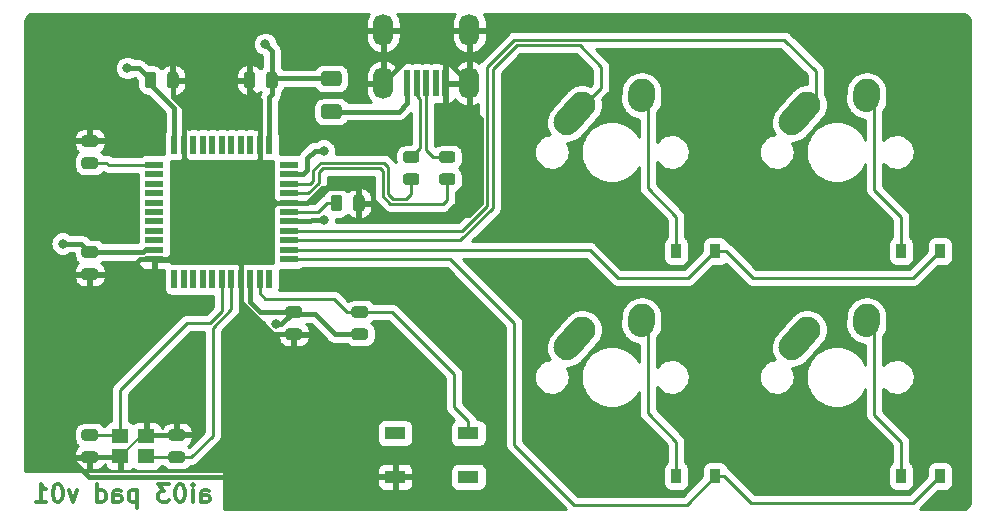
<source format=gbl>
G04 #@! TF.GenerationSoftware,KiCad,Pcbnew,(5.99.0-1822-g1792479ca)*
G04 #@! TF.CreationDate,2020-06-16T18:07:24+08:00*
G04 #@! TF.ProjectId,ai03-pad-duplicate,61693033-2d70-4616-942d-6475706c6963,v01*
G04 #@! TF.SameCoordinates,Original*
G04 #@! TF.FileFunction,Copper,L2,Bot*
G04 #@! TF.FilePolarity,Positive*
%FSLAX46Y46*%
G04 Gerber Fmt 4.6, Leading zero omitted, Abs format (unit mm)*
G04 Created by KiCad (PCBNEW (5.99.0-1822-g1792479ca)) date 2020-06-16 18:07:24*
%MOMM*%
%LPD*%
G01*
G04 APERTURE LIST*
%ADD10C,0.300000*%
G04 #@! TA.AperFunction,SMDPad,CuDef*
%ADD11R,1.400000X1.200000*%
G04 #@! TD*
G04 #@! TA.AperFunction,ComponentPad*
%ADD12O,1.700000X2.700000*%
G04 #@! TD*
G04 #@! TA.AperFunction,SMDPad,CuDef*
%ADD13R,0.500000X2.250000*%
G04 #@! TD*
G04 #@! TA.AperFunction,SMDPad,CuDef*
%ADD14R,0.550000X1.500000*%
G04 #@! TD*
G04 #@! TA.AperFunction,SMDPad,CuDef*
%ADD15R,1.500000X0.550000*%
G04 #@! TD*
G04 #@! TA.AperFunction,SMDPad,CuDef*
%ADD16R,1.800000X1.100000*%
G04 #@! TD*
G04 #@! TA.AperFunction,ComponentPad*
%ADD17C,2.250000*%
G04 #@! TD*
G04 #@! TA.AperFunction,SMDPad,CuDef*
%ADD18R,0.900000X1.200000*%
G04 #@! TD*
G04 #@! TA.AperFunction,ViaPad*
%ADD19C,0.800000*%
G04 #@! TD*
G04 #@! TA.AperFunction,Conductor*
%ADD20C,0.254000*%
G04 #@! TD*
G04 #@! TA.AperFunction,Conductor*
%ADD21C,0.381000*%
G04 #@! TD*
G04 #@! TA.AperFunction,Conductor*
%ADD22C,0.203200*%
G04 #@! TD*
G04 APERTURE END LIST*
D10*
X79032857Y-176573571D02*
X79032857Y-175787857D01*
X79104285Y-175645000D01*
X79247142Y-175573571D01*
X79532857Y-175573571D01*
X79675714Y-175645000D01*
X79032857Y-176502142D02*
X79175714Y-176573571D01*
X79532857Y-176573571D01*
X79675714Y-176502142D01*
X79747142Y-176359285D01*
X79747142Y-176216428D01*
X79675714Y-176073571D01*
X79532857Y-176002142D01*
X79175714Y-176002142D01*
X79032857Y-175930714D01*
X78318571Y-176573571D02*
X78318571Y-175573571D01*
X78318571Y-175073571D02*
X78390000Y-175145000D01*
X78318571Y-175216428D01*
X78247142Y-175145000D01*
X78318571Y-175073571D01*
X78318571Y-175216428D01*
X77318571Y-175073571D02*
X77175714Y-175073571D01*
X77032857Y-175145000D01*
X76961428Y-175216428D01*
X76890000Y-175359285D01*
X76818571Y-175645000D01*
X76818571Y-176002142D01*
X76890000Y-176287857D01*
X76961428Y-176430714D01*
X77032857Y-176502142D01*
X77175714Y-176573571D01*
X77318571Y-176573571D01*
X77461428Y-176502142D01*
X77532857Y-176430714D01*
X77604285Y-176287857D01*
X77675714Y-176002142D01*
X77675714Y-175645000D01*
X77604285Y-175359285D01*
X77532857Y-175216428D01*
X77461428Y-175145000D01*
X77318571Y-175073571D01*
X76318571Y-175073571D02*
X75390000Y-175073571D01*
X75890000Y-175645000D01*
X75675714Y-175645000D01*
X75532857Y-175716428D01*
X75461428Y-175787857D01*
X75390000Y-175930714D01*
X75390000Y-176287857D01*
X75461428Y-176430714D01*
X75532857Y-176502142D01*
X75675714Y-176573571D01*
X76104285Y-176573571D01*
X76247142Y-176502142D01*
X76318571Y-176430714D01*
X73604285Y-175573571D02*
X73604285Y-177073571D01*
X73604285Y-175645000D02*
X73461428Y-175573571D01*
X73175714Y-175573571D01*
X73032857Y-175645000D01*
X72961428Y-175716428D01*
X72890000Y-175859285D01*
X72890000Y-176287857D01*
X72961428Y-176430714D01*
X73032857Y-176502142D01*
X73175714Y-176573571D01*
X73461428Y-176573571D01*
X73604285Y-176502142D01*
X71604285Y-176573571D02*
X71604285Y-175787857D01*
X71675714Y-175645000D01*
X71818571Y-175573571D01*
X72104285Y-175573571D01*
X72247142Y-175645000D01*
X71604285Y-176502142D02*
X71747142Y-176573571D01*
X72104285Y-176573571D01*
X72247142Y-176502142D01*
X72318571Y-176359285D01*
X72318571Y-176216428D01*
X72247142Y-176073571D01*
X72104285Y-176002142D01*
X71747142Y-176002142D01*
X71604285Y-175930714D01*
X70247142Y-176573571D02*
X70247142Y-175073571D01*
X70247142Y-176502142D02*
X70390000Y-176573571D01*
X70675714Y-176573571D01*
X70818571Y-176502142D01*
X70890000Y-176430714D01*
X70961428Y-176287857D01*
X70961428Y-175859285D01*
X70890000Y-175716428D01*
X70818571Y-175645000D01*
X70675714Y-175573571D01*
X70390000Y-175573571D01*
X70247142Y-175645000D01*
X68532857Y-175573571D02*
X68175714Y-176573571D01*
X67818571Y-175573571D01*
X66961428Y-175073571D02*
X66818571Y-175073571D01*
X66675714Y-175145000D01*
X66604285Y-175216428D01*
X66532857Y-175359285D01*
X66461428Y-175645000D01*
X66461428Y-176002142D01*
X66532857Y-176287857D01*
X66604285Y-176430714D01*
X66675714Y-176502142D01*
X66818571Y-176573571D01*
X66961428Y-176573571D01*
X67104285Y-176502142D01*
X67175714Y-176430714D01*
X67247142Y-176287857D01*
X67318571Y-176002142D01*
X67318571Y-175645000D01*
X67247142Y-175359285D01*
X67175714Y-175216428D01*
X67104285Y-175145000D01*
X66961428Y-175073571D01*
X65032857Y-176573571D02*
X65890000Y-176573571D01*
X65461428Y-176573571D02*
X65461428Y-175073571D01*
X65604285Y-175287857D01*
X65747142Y-175430714D01*
X65890000Y-175502142D01*
D11*
G04 #@! TO.P,Y1,4,4*
G04 #@! TO.N,GND*
X74371880Y-170981000D03*
G04 #@! TO.P,Y1,3,3*
G04 #@! TO.N,Net-(C1-Pad1)*
X72171880Y-170981000D03*
G04 #@! TO.P,Y1,2,2*
G04 #@! TO.N,GND*
X72171880Y-172681000D03*
G04 #@! TO.P,Y1,1,1*
G04 #@! TO.N,Net-(C2-Pad1)*
X74371880Y-172681000D03*
G04 #@! TD*
D12*
G04 #@! TO.P,USB1,6,SHIELD*
G04 #@! TO.N,GND*
X94432000Y-136614000D03*
X101732000Y-136614000D03*
X101732000Y-141114000D03*
X94432000Y-141114000D03*
D13*
G04 #@! TO.P,USB1,5,VBUS*
G04 #@! TO.N,VCC*
X96482000Y-141114000D03*
G04 #@! TO.P,USB1,4,D-*
G04 #@! TO.N,D-*
X97282000Y-141114000D03*
G04 #@! TO.P,USB1,3,D+*
G04 #@! TO.N,D+*
X98082000Y-141114000D03*
G04 #@! TO.P,USB1,2,ID*
G04 #@! TO.N,Net-(USB1-Pad2)*
X98882000Y-141114000D03*
G04 #@! TO.P,USB1,1,GND*
G04 #@! TO.N,GND*
X99682000Y-141114000D03*
G04 #@! TD*
D14*
G04 #@! TO.P,U1,44,AVCC*
G04 #@! TO.N,+5V*
X84772000Y-146319000D03*
G04 #@! TO.P,U1,43,GND*
G04 #@! TO.N,GND*
X83972000Y-146319000D03*
G04 #@! TO.P,U1,42,AREF*
G04 #@! TO.N,Net-(U1-Pad42)*
X83172000Y-146319000D03*
G04 #@! TO.P,U1,41,PF0*
G04 #@! TO.N,Net-(U1-Pad41)*
X82372000Y-146319000D03*
G04 #@! TO.P,U1,40,PF1*
G04 #@! TO.N,Net-(U1-Pad40)*
X81572000Y-146319000D03*
G04 #@! TO.P,U1,39,PF4*
G04 #@! TO.N,Net-(U1-Pad39)*
X80772000Y-146319000D03*
G04 #@! TO.P,U1,38,PF5*
G04 #@! TO.N,Net-(U1-Pad38)*
X79972000Y-146319000D03*
G04 #@! TO.P,U1,37,PF6*
G04 #@! TO.N,Net-(U1-Pad37)*
X79172000Y-146319000D03*
G04 #@! TO.P,U1,36,PF7*
G04 #@! TO.N,Net-(U1-Pad36)*
X78372000Y-146319000D03*
G04 #@! TO.P,U1,35,GND*
G04 #@! TO.N,GND*
X77572000Y-146319000D03*
G04 #@! TO.P,U1,34,VCC*
G04 #@! TO.N,+5V*
X76772000Y-146319000D03*
D15*
G04 #@! TO.P,U1,33,~HWB~/PE2*
G04 #@! TO.N,Net-(R4-Pad1)*
X75072000Y-148019000D03*
G04 #@! TO.P,U1,32,PC7*
G04 #@! TO.N,Net-(U1-Pad32)*
X75072000Y-148819000D03*
G04 #@! TO.P,U1,31,PC6*
G04 #@! TO.N,Net-(U1-Pad31)*
X75072000Y-149619000D03*
G04 #@! TO.P,U1,30,PB6*
G04 #@! TO.N,Net-(U1-Pad30)*
X75072000Y-150419000D03*
G04 #@! TO.P,U1,29,PB5*
G04 #@! TO.N,Net-(U1-Pad29)*
X75072000Y-151219000D03*
G04 #@! TO.P,U1,28,PB4*
G04 #@! TO.N,Net-(U1-Pad28)*
X75072000Y-152019000D03*
G04 #@! TO.P,U1,27,PD7*
G04 #@! TO.N,Net-(U1-Pad27)*
X75072000Y-152819000D03*
G04 #@! TO.P,U1,26,PD6*
G04 #@! TO.N,Net-(U1-Pad26)*
X75072000Y-153619000D03*
G04 #@! TO.P,U1,25,PD4*
G04 #@! TO.N,Net-(U1-Pad25)*
X75072000Y-154419000D03*
G04 #@! TO.P,U1,24,AVCC*
G04 #@! TO.N,+5V*
X75072000Y-155219000D03*
G04 #@! TO.P,U1,23,GND*
G04 #@! TO.N,GND*
X75072000Y-156019000D03*
D14*
G04 #@! TO.P,U1,22,PD5*
G04 #@! TO.N,Net-(U1-Pad22)*
X76772000Y-157719000D03*
G04 #@! TO.P,U1,21,PD3*
G04 #@! TO.N,Net-(U1-Pad21)*
X77572000Y-157719000D03*
G04 #@! TO.P,U1,20,PD2*
G04 #@! TO.N,Net-(U1-Pad20)*
X78372000Y-157719000D03*
G04 #@! TO.P,U1,19,PD1*
G04 #@! TO.N,Net-(U1-Pad19)*
X79172000Y-157719000D03*
G04 #@! TO.P,U1,18,PD0*
G04 #@! TO.N,Net-(U1-Pad18)*
X79972000Y-157719000D03*
G04 #@! TO.P,U1,17,XTAL1*
G04 #@! TO.N,Net-(C1-Pad1)*
X80772000Y-157719000D03*
G04 #@! TO.P,U1,16,XTAL2*
G04 #@! TO.N,Net-(C2-Pad1)*
X81572000Y-157719000D03*
G04 #@! TO.P,U1,15,GND*
G04 #@! TO.N,GND*
X82372000Y-157719000D03*
G04 #@! TO.P,U1,14,VCC*
G04 #@! TO.N,+5V*
X83172000Y-157719000D03*
G04 #@! TO.P,U1,13,~RESET*
G04 #@! TO.N,Net-(R3-Pad2)*
X83972000Y-157719000D03*
G04 #@! TO.P,U1,12,PB7*
G04 #@! TO.N,Net-(U1-Pad12)*
X84772000Y-157719000D03*
D15*
G04 #@! TO.P,U1,11,PB3*
G04 #@! TO.N,ROW1*
X86472000Y-156019000D03*
G04 #@! TO.P,U1,10,PB2*
G04 #@! TO.N,ROW0*
X86472000Y-155219000D03*
G04 #@! TO.P,U1,9,PB1*
G04 #@! TO.N,COL0*
X86472000Y-154419000D03*
G04 #@! TO.P,U1,8,PB0*
G04 #@! TO.N,COL1*
X86472000Y-153619000D03*
G04 #@! TO.P,U1,7,VBUS*
G04 #@! TO.N,+5V*
X86472000Y-152819000D03*
G04 #@! TO.P,U1,6,UCAP*
G04 #@! TO.N,Net-(C3-Pad1)*
X86472000Y-152019000D03*
G04 #@! TO.P,U1,5,UGND*
G04 #@! TO.N,GND*
X86472000Y-151219000D03*
G04 #@! TO.P,U1,4,D+*
G04 #@! TO.N,Net-(R2-Pad1)*
X86472000Y-150419000D03*
G04 #@! TO.P,U1,3,D-*
G04 #@! TO.N,Net-(R1-Pad2)*
X86472000Y-149619000D03*
G04 #@! TO.P,U1,2,UVCC*
G04 #@! TO.N,+5V*
X86472000Y-148819000D03*
G04 #@! TO.P,U1,1,PE6*
G04 #@! TO.N,Net-(U1-Pad1)*
X86472000Y-148019000D03*
G04 #@! TD*
D16*
G04 #@! TO.P,SW1,4*
G04 #@! TO.N,N/C*
X101652000Y-174443000D03*
G04 #@! TO.P,SW1,3*
X95452000Y-170743000D03*
G04 #@! TO.P,SW1,2,2*
G04 #@! TO.N,Net-(R3-Pad2)*
X101652000Y-170743000D03*
G04 #@! TO.P,SW1,1,1*
G04 #@! TO.N,GND*
X95452000Y-174443000D03*
G04 #@! TD*
G04 #@! TO.P,R4,2*
G04 #@! TO.N,GND*
G04 #@! TA.AperFunction,SMDPad,CuDef*
G36*
G01*
X70052250Y-146489000D02*
X69139750Y-146489000D01*
G75*
G02*
X68896000Y-146245250I0J243750D01*
G01*
X68896000Y-145757750D01*
G75*
G02*
X69139750Y-145514000I243750J0D01*
G01*
X70052250Y-145514000D01*
G75*
G02*
X70296000Y-145757750I0J-243750D01*
G01*
X70296000Y-146245250D01*
G75*
G02*
X70052250Y-146489000I-243750J0D01*
G01*
G37*
G04 #@! TD.AperFunction*
G04 #@! TO.P,R4,1*
G04 #@! TO.N,Net-(R4-Pad1)*
G04 #@! TA.AperFunction,SMDPad,CuDef*
G36*
G01*
X70052250Y-148364000D02*
X69139750Y-148364000D01*
G75*
G02*
X68896000Y-148120250I0J243750D01*
G01*
X68896000Y-147632750D01*
G75*
G02*
X69139750Y-147389000I243750J0D01*
G01*
X70052250Y-147389000D01*
G75*
G02*
X70296000Y-147632750I0J-243750D01*
G01*
X70296000Y-148120250D01*
G75*
G02*
X70052250Y-148364000I-243750J0D01*
G01*
G37*
G04 #@! TD.AperFunction*
G04 #@! TD*
G04 #@! TO.P,R3,2*
G04 #@! TO.N,Net-(R3-Pad2)*
G04 #@! TA.AperFunction,SMDPad,CuDef*
G36*
G01*
X92912250Y-160967000D02*
X91999750Y-160967000D01*
G75*
G02*
X91756000Y-160723250I0J243750D01*
G01*
X91756000Y-160235750D01*
G75*
G02*
X91999750Y-159992000I243750J0D01*
G01*
X92912250Y-159992000D01*
G75*
G02*
X93156000Y-160235750I0J-243750D01*
G01*
X93156000Y-160723250D01*
G75*
G02*
X92912250Y-160967000I-243750J0D01*
G01*
G37*
G04 #@! TD.AperFunction*
G04 #@! TO.P,R3,1*
G04 #@! TO.N,+5V*
G04 #@! TA.AperFunction,SMDPad,CuDef*
G36*
G01*
X92912250Y-162842000D02*
X91999750Y-162842000D01*
G75*
G02*
X91756000Y-162598250I0J243750D01*
G01*
X91756000Y-162110750D01*
G75*
G02*
X91999750Y-161867000I243750J0D01*
G01*
X92912250Y-161867000D01*
G75*
G02*
X93156000Y-162110750I0J-243750D01*
G01*
X93156000Y-162598250D01*
G75*
G02*
X92912250Y-162842000I-243750J0D01*
G01*
G37*
G04 #@! TD.AperFunction*
G04 #@! TD*
G04 #@! TO.P,R2,2*
G04 #@! TO.N,D+*
G04 #@! TA.AperFunction,SMDPad,CuDef*
G36*
G01*
X100316250Y-147848000D02*
X99403750Y-147848000D01*
G75*
G02*
X99160000Y-147604250I0J243750D01*
G01*
X99160000Y-147116750D01*
G75*
G02*
X99403750Y-146873000I243750J0D01*
G01*
X100316250Y-146873000D01*
G75*
G02*
X100560000Y-147116750I0J-243750D01*
G01*
X100560000Y-147604250D01*
G75*
G02*
X100316250Y-147848000I-243750J0D01*
G01*
G37*
G04 #@! TD.AperFunction*
G04 #@! TO.P,R2,1*
G04 #@! TO.N,Net-(R2-Pad1)*
G04 #@! TA.AperFunction,SMDPad,CuDef*
G36*
G01*
X100316250Y-149723000D02*
X99403750Y-149723000D01*
G75*
G02*
X99160000Y-149479250I0J243750D01*
G01*
X99160000Y-148991750D01*
G75*
G02*
X99403750Y-148748000I243750J0D01*
G01*
X100316250Y-148748000D01*
G75*
G02*
X100560000Y-148991750I0J-243750D01*
G01*
X100560000Y-149479250D01*
G75*
G02*
X100316250Y-149723000I-243750J0D01*
G01*
G37*
G04 #@! TD.AperFunction*
G04 #@! TD*
G04 #@! TO.P,R1,2*
G04 #@! TO.N,Net-(R1-Pad2)*
G04 #@! TA.AperFunction,SMDPad,CuDef*
G36*
G01*
X96355750Y-148748000D02*
X97268250Y-148748000D01*
G75*
G02*
X97512000Y-148991750I0J-243750D01*
G01*
X97512000Y-149479250D01*
G75*
G02*
X97268250Y-149723000I-243750J0D01*
G01*
X96355750Y-149723000D01*
G75*
G02*
X96112000Y-149479250I0J243750D01*
G01*
X96112000Y-148991750D01*
G75*
G02*
X96355750Y-148748000I243750J0D01*
G01*
G37*
G04 #@! TD.AperFunction*
G04 #@! TO.P,R1,1*
G04 #@! TO.N,D-*
G04 #@! TA.AperFunction,SMDPad,CuDef*
G36*
G01*
X96355750Y-146873000D02*
X97268250Y-146873000D01*
G75*
G02*
X97512000Y-147116750I0J-243750D01*
G01*
X97512000Y-147604250D01*
G75*
G02*
X97268250Y-147848000I-243750J0D01*
G01*
X96355750Y-147848000D01*
G75*
G02*
X96112000Y-147604250I0J243750D01*
G01*
X96112000Y-147116750D01*
G75*
G02*
X96355750Y-146873000I243750J0D01*
G01*
G37*
G04 #@! TD.AperFunction*
G04 #@! TD*
D17*
G04 #@! TO.P,MX4,1,COL*
G04 #@! TO.N,COL1*
X130342000Y-161989000D03*
G04 #@! TA.AperFunction,ComponentPad*
G36*
G01*
X128280683Y-164286345D02*
X128280683Y-164286345D01*
G75*
G02*
X128194655Y-162697683I751317J837345D01*
G01*
X129504657Y-161237683D01*
G75*
G02*
X131093319Y-161151655I837345J-751317D01*
G01*
X131093319Y-161151655D01*
G75*
G02*
X131179347Y-162740317I-751317J-837345D01*
G01*
X129869345Y-164200317D01*
G75*
G02*
X128280683Y-164286345I-837345J751317D01*
G01*
G37*
G04 #@! TD.AperFunction*
G04 #@! TO.P,MX4,2,ROW*
G04 #@! TO.N,Net-(D4-Pad2)*
X135382000Y-160909000D03*
G04 #@! TA.AperFunction,ComponentPad*
G36*
G01*
X135264597Y-162611334D02*
X135264597Y-162611334D01*
G75*
G02*
X134219666Y-161411597I77403J1122334D01*
G01*
X134259666Y-160831597D01*
G75*
G02*
X135459403Y-159786666I1122334J-77403D01*
G01*
X135459403Y-159786666D01*
G75*
G02*
X136504334Y-160986403I-77403J-1122334D01*
G01*
X136464334Y-161566403D01*
G75*
G02*
X135264597Y-162611334I-1122334J77403D01*
G01*
G37*
G04 #@! TD.AperFunction*
G04 #@! TD*
G04 #@! TO.P,MX3,1,COL*
G04 #@! TO.N,COL1*
X130342000Y-142939000D03*
G04 #@! TA.AperFunction,ComponentPad*
G36*
G01*
X128280683Y-145236345D02*
X128280683Y-145236345D01*
G75*
G02*
X128194655Y-143647683I751317J837345D01*
G01*
X129504657Y-142187683D01*
G75*
G02*
X131093319Y-142101655I837345J-751317D01*
G01*
X131093319Y-142101655D01*
G75*
G02*
X131179347Y-143690317I-751317J-837345D01*
G01*
X129869345Y-145150317D01*
G75*
G02*
X128280683Y-145236345I-837345J751317D01*
G01*
G37*
G04 #@! TD.AperFunction*
G04 #@! TO.P,MX3,2,ROW*
G04 #@! TO.N,Net-(D3-Pad2)*
X135382000Y-141859000D03*
G04 #@! TA.AperFunction,ComponentPad*
G36*
G01*
X135264597Y-143561334D02*
X135264597Y-143561334D01*
G75*
G02*
X134219666Y-142361597I77403J1122334D01*
G01*
X134259666Y-141781597D01*
G75*
G02*
X135459403Y-140736666I1122334J-77403D01*
G01*
X135459403Y-140736666D01*
G75*
G02*
X136504334Y-141936403I-77403J-1122334D01*
G01*
X136464334Y-142516403D01*
G75*
G02*
X135264597Y-143561334I-1122334J77403D01*
G01*
G37*
G04 #@! TD.AperFunction*
G04 #@! TD*
G04 #@! TO.P,MX2,1,COL*
G04 #@! TO.N,COL0*
X111292000Y-161989000D03*
G04 #@! TA.AperFunction,ComponentPad*
G36*
G01*
X109230683Y-164286345D02*
X109230683Y-164286345D01*
G75*
G02*
X109144655Y-162697683I751317J837345D01*
G01*
X110454657Y-161237683D01*
G75*
G02*
X112043319Y-161151655I837345J-751317D01*
G01*
X112043319Y-161151655D01*
G75*
G02*
X112129347Y-162740317I-751317J-837345D01*
G01*
X110819345Y-164200317D01*
G75*
G02*
X109230683Y-164286345I-837345J751317D01*
G01*
G37*
G04 #@! TD.AperFunction*
G04 #@! TO.P,MX2,2,ROW*
G04 #@! TO.N,Net-(D2-Pad2)*
X116332000Y-160909000D03*
G04 #@! TA.AperFunction,ComponentPad*
G36*
G01*
X116214597Y-162611334D02*
X116214597Y-162611334D01*
G75*
G02*
X115169666Y-161411597I77403J1122334D01*
G01*
X115209666Y-160831597D01*
G75*
G02*
X116409403Y-159786666I1122334J-77403D01*
G01*
X116409403Y-159786666D01*
G75*
G02*
X117454334Y-160986403I-77403J-1122334D01*
G01*
X117414334Y-161566403D01*
G75*
G02*
X116214597Y-162611334I-1122334J77403D01*
G01*
G37*
G04 #@! TD.AperFunction*
G04 #@! TD*
G04 #@! TO.P,MX1,1,COL*
G04 #@! TO.N,COL0*
X111292000Y-142939000D03*
G04 #@! TA.AperFunction,ComponentPad*
G36*
G01*
X109230683Y-145236345D02*
X109230683Y-145236345D01*
G75*
G02*
X109144655Y-143647683I751317J837345D01*
G01*
X110454657Y-142187683D01*
G75*
G02*
X112043319Y-142101655I837345J-751317D01*
G01*
X112043319Y-142101655D01*
G75*
G02*
X112129347Y-143690317I-751317J-837345D01*
G01*
X110819345Y-145150317D01*
G75*
G02*
X109230683Y-145236345I-837345J751317D01*
G01*
G37*
G04 #@! TD.AperFunction*
G04 #@! TO.P,MX1,2,ROW*
G04 #@! TO.N,Net-(D1-Pad2)*
X116332000Y-141859000D03*
G04 #@! TA.AperFunction,ComponentPad*
G36*
G01*
X116214597Y-143561334D02*
X116214597Y-143561334D01*
G75*
G02*
X115169666Y-142361597I77403J1122334D01*
G01*
X115209666Y-141781597D01*
G75*
G02*
X116409403Y-140736666I1122334J-77403D01*
G01*
X116409403Y-140736666D01*
G75*
G02*
X117454334Y-141936403I-77403J-1122334D01*
G01*
X117414334Y-142516403D01*
G75*
G02*
X116214597Y-143561334I-1122334J77403D01*
G01*
G37*
G04 #@! TD.AperFunction*
G04 #@! TD*
G04 #@! TO.P,F1,2*
G04 #@! TO.N,+5V*
G04 #@! TA.AperFunction,SMDPad,CuDef*
G36*
G01*
X90668000Y-141338000D02*
X89418000Y-141338000D01*
G75*
G02*
X89168000Y-141088000I0J250000D01*
G01*
X89168000Y-140338000D01*
G75*
G02*
X89418000Y-140088000I250000J0D01*
G01*
X90668000Y-140088000D01*
G75*
G02*
X90918000Y-140338000I0J-250000D01*
G01*
X90918000Y-141088000D01*
G75*
G02*
X90668000Y-141338000I-250000J0D01*
G01*
G37*
G04 #@! TD.AperFunction*
G04 #@! TO.P,F1,1*
G04 #@! TO.N,VCC*
G04 #@! TA.AperFunction,SMDPad,CuDef*
G36*
G01*
X90668000Y-144138000D02*
X89418000Y-144138000D01*
G75*
G02*
X89168000Y-143888000I0J250000D01*
G01*
X89168000Y-143138000D01*
G75*
G02*
X89418000Y-142888000I250000J0D01*
G01*
X90668000Y-142888000D01*
G75*
G02*
X90918000Y-143138000I0J-250000D01*
G01*
X90918000Y-143888000D01*
G75*
G02*
X90668000Y-144138000I-250000J0D01*
G01*
G37*
G04 #@! TD.AperFunction*
G04 #@! TD*
D18*
G04 #@! TO.P,D4,2,A*
G04 #@! TO.N,Net-(D4-Pad2)*
X138304000Y-174371000D03*
G04 #@! TO.P,D4,1,K*
G04 #@! TO.N,ROW1*
X141604000Y-174371000D03*
G04 #@! TD*
G04 #@! TO.P,D3,2,A*
G04 #@! TO.N,Net-(D3-Pad2)*
X138304000Y-155321000D03*
G04 #@! TO.P,D3,1,K*
G04 #@! TO.N,ROW0*
X141604000Y-155321000D03*
G04 #@! TD*
G04 #@! TO.P,D2,2,A*
G04 #@! TO.N,Net-(D2-Pad2)*
X119254000Y-174371000D03*
G04 #@! TO.P,D2,1,K*
G04 #@! TO.N,ROW1*
X122554000Y-174371000D03*
G04 #@! TD*
G04 #@! TO.P,D1,2,A*
G04 #@! TO.N,Net-(D1-Pad2)*
X119254000Y-155321000D03*
G04 #@! TO.P,D1,1,K*
G04 #@! TO.N,ROW0*
X122554000Y-155321000D03*
G04 #@! TD*
G04 #@! TO.P,C7,2*
G04 #@! TO.N,GND*
G04 #@! TA.AperFunction,SMDPad,CuDef*
G36*
G01*
X83624000Y-140386750D02*
X83624000Y-141299250D01*
G75*
G02*
X83380250Y-141543000I-243750J0D01*
G01*
X82892750Y-141543000D01*
G75*
G02*
X82649000Y-141299250I0J243750D01*
G01*
X82649000Y-140386750D01*
G75*
G02*
X82892750Y-140143000I243750J0D01*
G01*
X83380250Y-140143000D01*
G75*
G02*
X83624000Y-140386750I0J-243750D01*
G01*
G37*
G04 #@! TD.AperFunction*
G04 #@! TO.P,C7,1*
G04 #@! TO.N,+5V*
G04 #@! TA.AperFunction,SMDPad,CuDef*
G36*
G01*
X85499000Y-140386750D02*
X85499000Y-141299250D01*
G75*
G02*
X85255250Y-141543000I-243750J0D01*
G01*
X84767750Y-141543000D01*
G75*
G02*
X84524000Y-141299250I0J243750D01*
G01*
X84524000Y-140386750D01*
G75*
G02*
X84767750Y-140143000I243750J0D01*
G01*
X85255250Y-140143000D01*
G75*
G02*
X85499000Y-140386750I0J-243750D01*
G01*
G37*
G04 #@! TD.AperFunction*
G04 #@! TD*
G04 #@! TO.P,C6,2*
G04 #@! TO.N,GND*
G04 #@! TA.AperFunction,SMDPad,CuDef*
G36*
G01*
X76142000Y-141299250D02*
X76142000Y-140386750D01*
G75*
G02*
X76385750Y-140143000I243750J0D01*
G01*
X76873250Y-140143000D01*
G75*
G02*
X77117000Y-140386750I0J-243750D01*
G01*
X77117000Y-141299250D01*
G75*
G02*
X76873250Y-141543000I-243750J0D01*
G01*
X76385750Y-141543000D01*
G75*
G02*
X76142000Y-141299250I0J243750D01*
G01*
G37*
G04 #@! TD.AperFunction*
G04 #@! TO.P,C6,1*
G04 #@! TO.N,+5V*
G04 #@! TA.AperFunction,SMDPad,CuDef*
G36*
G01*
X74267000Y-141299250D02*
X74267000Y-140386750D01*
G75*
G02*
X74510750Y-140143000I243750J0D01*
G01*
X74998250Y-140143000D01*
G75*
G02*
X75242000Y-140386750I0J-243750D01*
G01*
X75242000Y-141299250D01*
G75*
G02*
X74998250Y-141543000I-243750J0D01*
G01*
X74510750Y-141543000D01*
G75*
G02*
X74267000Y-141299250I0J243750D01*
G01*
G37*
G04 #@! TD.AperFunction*
G04 #@! TD*
G04 #@! TO.P,C5,2*
G04 #@! TO.N,GND*
G04 #@! TA.AperFunction,SMDPad,CuDef*
G36*
G01*
X69139750Y-156787000D02*
X70052250Y-156787000D01*
G75*
G02*
X70296000Y-157030750I0J-243750D01*
G01*
X70296000Y-157518250D01*
G75*
G02*
X70052250Y-157762000I-243750J0D01*
G01*
X69139750Y-157762000D01*
G75*
G02*
X68896000Y-157518250I0J243750D01*
G01*
X68896000Y-157030750D01*
G75*
G02*
X69139750Y-156787000I243750J0D01*
G01*
G37*
G04 #@! TD.AperFunction*
G04 #@! TO.P,C5,1*
G04 #@! TO.N,+5V*
G04 #@! TA.AperFunction,SMDPad,CuDef*
G36*
G01*
X69139750Y-154912000D02*
X70052250Y-154912000D01*
G75*
G02*
X70296000Y-155155750I0J-243750D01*
G01*
X70296000Y-155643250D01*
G75*
G02*
X70052250Y-155887000I-243750J0D01*
G01*
X69139750Y-155887000D01*
G75*
G02*
X68896000Y-155643250I0J243750D01*
G01*
X68896000Y-155155750D01*
G75*
G02*
X69139750Y-154912000I243750J0D01*
G01*
G37*
G04 #@! TD.AperFunction*
G04 #@! TD*
G04 #@! TO.P,C4,2*
G04 #@! TO.N,GND*
G04 #@! TA.AperFunction,SMDPad,CuDef*
G36*
G01*
X86411750Y-161867000D02*
X87324250Y-161867000D01*
G75*
G02*
X87568000Y-162110750I0J-243750D01*
G01*
X87568000Y-162598250D01*
G75*
G02*
X87324250Y-162842000I-243750J0D01*
G01*
X86411750Y-162842000D01*
G75*
G02*
X86168000Y-162598250I0J243750D01*
G01*
X86168000Y-162110750D01*
G75*
G02*
X86411750Y-161867000I243750J0D01*
G01*
G37*
G04 #@! TD.AperFunction*
G04 #@! TO.P,C4,1*
G04 #@! TO.N,+5V*
G04 #@! TA.AperFunction,SMDPad,CuDef*
G36*
G01*
X86411750Y-159992000D02*
X87324250Y-159992000D01*
G75*
G02*
X87568000Y-160235750I0J-243750D01*
G01*
X87568000Y-160723250D01*
G75*
G02*
X87324250Y-160967000I-243750J0D01*
G01*
X86411750Y-160967000D01*
G75*
G02*
X86168000Y-160723250I0J243750D01*
G01*
X86168000Y-160235750D01*
G75*
G02*
X86411750Y-159992000I243750J0D01*
G01*
G37*
G04 #@! TD.AperFunction*
G04 #@! TD*
G04 #@! TO.P,C3,2*
G04 #@! TO.N,GND*
G04 #@! TA.AperFunction,SMDPad,CuDef*
G36*
G01*
X91890000Y-151713250D02*
X91890000Y-150800750D01*
G75*
G02*
X92133750Y-150557000I243750J0D01*
G01*
X92621250Y-150557000D01*
G75*
G02*
X92865000Y-150800750I0J-243750D01*
G01*
X92865000Y-151713250D01*
G75*
G02*
X92621250Y-151957000I-243750J0D01*
G01*
X92133750Y-151957000D01*
G75*
G02*
X91890000Y-151713250I0J243750D01*
G01*
G37*
G04 #@! TD.AperFunction*
G04 #@! TO.P,C3,1*
G04 #@! TO.N,Net-(C3-Pad1)*
G04 #@! TA.AperFunction,SMDPad,CuDef*
G36*
G01*
X90015000Y-151713250D02*
X90015000Y-150800750D01*
G75*
G02*
X90258750Y-150557000I243750J0D01*
G01*
X90746250Y-150557000D01*
G75*
G02*
X90990000Y-150800750I0J-243750D01*
G01*
X90990000Y-151713250D01*
G75*
G02*
X90746250Y-151957000I-243750J0D01*
G01*
X90258750Y-151957000D01*
G75*
G02*
X90015000Y-151713250I0J243750D01*
G01*
G37*
G04 #@! TD.AperFunction*
G04 #@! TD*
G04 #@! TO.P,C2,2*
G04 #@! TO.N,GND*
G04 #@! TA.AperFunction,SMDPad,CuDef*
G36*
G01*
X77418250Y-171381000D02*
X76505750Y-171381000D01*
G75*
G02*
X76262000Y-171137250I0J243750D01*
G01*
X76262000Y-170649750D01*
G75*
G02*
X76505750Y-170406000I243750J0D01*
G01*
X77418250Y-170406000D01*
G75*
G02*
X77662000Y-170649750I0J-243750D01*
G01*
X77662000Y-171137250D01*
G75*
G02*
X77418250Y-171381000I-243750J0D01*
G01*
G37*
G04 #@! TD.AperFunction*
G04 #@! TO.P,C2,1*
G04 #@! TO.N,Net-(C2-Pad1)*
G04 #@! TA.AperFunction,SMDPad,CuDef*
G36*
G01*
X77418250Y-173256000D02*
X76505750Y-173256000D01*
G75*
G02*
X76262000Y-173012250I0J243750D01*
G01*
X76262000Y-172524750D01*
G75*
G02*
X76505750Y-172281000I243750J0D01*
G01*
X77418250Y-172281000D01*
G75*
G02*
X77662000Y-172524750I0J-243750D01*
G01*
X77662000Y-173012250D01*
G75*
G02*
X77418250Y-173256000I-243750J0D01*
G01*
G37*
G04 #@! TD.AperFunction*
G04 #@! TD*
G04 #@! TO.P,C1,2*
G04 #@! TO.N,GND*
G04 #@! TA.AperFunction,SMDPad,CuDef*
G36*
G01*
X69139750Y-172281000D02*
X70052250Y-172281000D01*
G75*
G02*
X70296000Y-172524750I0J-243750D01*
G01*
X70296000Y-173012250D01*
G75*
G02*
X70052250Y-173256000I-243750J0D01*
G01*
X69139750Y-173256000D01*
G75*
G02*
X68896000Y-173012250I0J243750D01*
G01*
X68896000Y-172524750D01*
G75*
G02*
X69139750Y-172281000I243750J0D01*
G01*
G37*
G04 #@! TD.AperFunction*
G04 #@! TO.P,C1,1*
G04 #@! TO.N,Net-(C1-Pad1)*
G04 #@! TA.AperFunction,SMDPad,CuDef*
G36*
G01*
X69139750Y-170406000D02*
X70052250Y-170406000D01*
G75*
G02*
X70296000Y-170649750I0J-243750D01*
G01*
X70296000Y-171137250D01*
G75*
G02*
X70052250Y-171381000I-243750J0D01*
G01*
X69139750Y-171381000D01*
G75*
G02*
X68896000Y-171137250I0J243750D01*
G01*
X68896000Y-170649750D01*
G75*
G02*
X69139750Y-170406000I243750J0D01*
G01*
G37*
G04 #@! TD.AperFunction*
G04 #@! TD*
D19*
G04 #@! TO.N,+5V*
X89408000Y-146812000D03*
X89408000Y-152654000D03*
X85375132Y-161532868D03*
X67310000Y-154686000D03*
X72771000Y-139827000D03*
X84455000Y-137795000D03*
G04 #@! TD*
D20*
G04 #@! TO.N,ROW1*
X100139000Y-156019000D02*
X105537000Y-161417000D01*
X105537000Y-161417000D02*
X105537000Y-171704000D01*
X105537000Y-171704000D02*
X110617000Y-176784000D01*
X86472000Y-156019000D02*
X100139000Y-156019000D01*
X110617000Y-176784000D02*
X120141000Y-176784000D01*
X120141000Y-176784000D02*
X122554000Y-174371000D01*
G04 #@! TO.N,ROW0*
X86472000Y-155219000D02*
X111912000Y-155219000D01*
X120268000Y-157607000D02*
X122554000Y-155321000D01*
X111912000Y-155219000D02*
X114300000Y-157607000D01*
X114300000Y-157607000D02*
X120268000Y-157607000D01*
G04 #@! TO.N,COL1*
X121793000Y-137414000D02*
X122047000Y-137414000D01*
X121793000Y-137414000D02*
X128397000Y-137414000D01*
X128397000Y-137414000D02*
X131064000Y-140081000D01*
X105556020Y-137414000D02*
X121793000Y-137414000D01*
X131064000Y-140081000D02*
X131064000Y-142367000D01*
X131064000Y-142367000D02*
X129032000Y-144399000D01*
G04 #@! TO.N,COL0*
X103714520Y-151659416D02*
X103714520Y-139897566D01*
X100954936Y-154419000D02*
X103714520Y-151659416D01*
X105744076Y-137868010D02*
X111071010Y-137868010D01*
X111071010Y-137868010D02*
X112903000Y-139700000D01*
X86472000Y-154419000D02*
X100954936Y-154419000D01*
X103714520Y-139897566D02*
X105744076Y-137868010D01*
X112903000Y-139700000D02*
X112903000Y-141478000D01*
X112903000Y-141478000D02*
X109982000Y-144399000D01*
G04 #@! TO.N,COL1*
X86472000Y-153619000D02*
X101112868Y-153619000D01*
X103260510Y-151471359D02*
X103260510Y-139709510D01*
X103260510Y-139709510D02*
X105556020Y-137414000D01*
X101112868Y-153619000D02*
X103260510Y-151471359D01*
D21*
G04 #@! TO.N,+5V*
X88900000Y-146812000D02*
X88646000Y-146812000D01*
X88646000Y-146812000D02*
X88001490Y-147456510D01*
X89408000Y-146812000D02*
X88900000Y-146812000D01*
X88001490Y-147456510D02*
X88001490Y-148472510D01*
X88001490Y-148472510D02*
X87655000Y-148819000D01*
X87655000Y-148819000D02*
X86472000Y-148819000D01*
X89408000Y-152654000D02*
X88392000Y-152654000D01*
X88392000Y-152654000D02*
X88227000Y-152819000D01*
X88227000Y-152819000D02*
X86472000Y-152819000D01*
G04 #@! TO.N,GND*
X77572000Y-146319000D02*
X77572000Y-147450000D01*
X77572000Y-147450000D02*
X81341000Y-151219000D01*
X81341000Y-151219000D02*
X86472000Y-151219000D01*
X75072000Y-156019000D02*
X76203000Y-156019000D01*
X76203000Y-156019000D02*
X77572000Y-154650000D01*
X77572000Y-154650000D02*
X77572000Y-146319000D01*
X86472000Y-151219000D02*
X85341000Y-151219000D01*
X85341000Y-151219000D02*
X82372000Y-154188000D01*
X82372000Y-154188000D02*
X82372000Y-157719000D01*
X83972000Y-146319000D02*
X83972000Y-149850000D01*
X83972000Y-149850000D02*
X85341000Y-151219000D01*
G04 #@! TO.N,+5V*
X85375132Y-161532868D02*
X85814632Y-161532868D01*
X85814632Y-161532868D02*
X86868000Y-160479500D01*
X67310000Y-154686000D02*
X68882500Y-154686000D01*
X68882500Y-154686000D02*
X69596000Y-155399500D01*
X85011500Y-140843000D02*
X85011500Y-138351500D01*
X85011500Y-138351500D02*
X84455000Y-137795000D01*
X72771000Y-139827000D02*
X73738500Y-139827000D01*
X73738500Y-139827000D02*
X74754500Y-140843000D01*
D20*
G04 #@! TO.N,Net-(R3-Pad2)*
X95201500Y-160479500D02*
X100457000Y-165735000D01*
X100457000Y-165735000D02*
X100457000Y-168529000D01*
X92456000Y-160479500D02*
X95201500Y-160479500D01*
X100457000Y-168529000D02*
X101652000Y-169724000D01*
X101652000Y-169724000D02*
X101652000Y-170743000D01*
D21*
G04 #@! TO.N,+5V*
X92456000Y-162354500D02*
X90345500Y-162354500D01*
X90345500Y-162354500D02*
X88646000Y-160655000D01*
X88646000Y-160655000D02*
X87043500Y-160655000D01*
X87043500Y-160655000D02*
X86868000Y-160479500D01*
D20*
G04 #@! TO.N,Net-(R3-Pad2)*
X91391500Y-160479500D02*
X90297000Y-159385000D01*
X92456000Y-160479500D02*
X91391500Y-160479500D01*
X90297000Y-159385000D02*
X84455000Y-159385000D01*
X84455000Y-159385000D02*
X83972000Y-158902000D01*
X83972000Y-158902000D02*
X83972000Y-157719000D01*
D21*
G04 #@! TO.N,GND*
X86923000Y-174443000D02*
X69541000Y-174443000D01*
X95452000Y-174443000D02*
X86923000Y-174443000D01*
X86868000Y-162354500D02*
X86868000Y-174388000D01*
X86868000Y-174388000D02*
X86923000Y-174443000D01*
X69541000Y-174443000D02*
X67866500Y-172768500D01*
X82372000Y-157719000D02*
X82372000Y-159647672D01*
X82372000Y-159647672D02*
X85078828Y-162354500D01*
X85078828Y-162354500D02*
X86868000Y-162354500D01*
G04 #@! TO.N,+5V*
X86868000Y-160479500D02*
X84025500Y-160479500D01*
X84025500Y-160479500D02*
X83172000Y-159626000D01*
X83172000Y-159626000D02*
X83172000Y-157719000D01*
G04 #@! TO.N,GND*
X101732000Y-136614000D02*
X101732000Y-141114000D01*
X94432000Y-136614000D02*
X94432000Y-141114000D01*
X99752500Y-139134500D02*
X97232000Y-136614000D01*
X101732000Y-141114000D02*
X99752500Y-139134500D01*
X99682000Y-141114000D02*
X99682000Y-139205000D01*
X99682000Y-139205000D02*
X99752500Y-139134500D01*
X97232000Y-136614000D02*
X94432000Y-136614000D01*
X94432000Y-141114000D02*
X98932000Y-136614000D01*
X98932000Y-136614000D02*
X101732000Y-136614000D01*
X83136500Y-140843000D02*
X83136500Y-139270500D01*
X83136500Y-139270500D02*
X82725500Y-138859500D01*
X82725500Y-138859500D02*
X76629500Y-138859500D01*
D20*
G04 #@! TO.N,Net-(R4-Pad1)*
X69596000Y-147876500D02*
X71041500Y-147876500D01*
X71041500Y-147876500D02*
X71184000Y-148019000D01*
X71184000Y-148019000D02*
X75072000Y-148019000D01*
G04 #@! TO.N,Net-(D2-Pad2)*
X119254000Y-174371000D02*
X119254000Y-171451000D01*
X119254000Y-171451000D02*
X116840000Y-169037000D01*
X116840000Y-169037000D02*
X116840000Y-162037000D01*
X116840000Y-162037000D02*
X116292000Y-161489000D01*
G04 #@! TO.N,Net-(D4-Pad2)*
X138304000Y-174371000D02*
X138304000Y-171451000D01*
X138304000Y-171451000D02*
X136017000Y-169164000D01*
X136017000Y-169164000D02*
X136017000Y-162164000D01*
X136017000Y-162164000D02*
X135342000Y-161489000D01*
G04 #@! TO.N,Net-(D3-Pad2)*
X138304000Y-155321000D02*
X138304000Y-152401000D01*
X136017000Y-150114000D02*
X136017000Y-143114000D01*
X138304000Y-152401000D02*
X136017000Y-150114000D01*
X136017000Y-143114000D02*
X135342000Y-142439000D01*
G04 #@! TO.N,ROW1*
X122554000Y-174371000D02*
X123317000Y-174371000D01*
X123317000Y-174371000D02*
X125603000Y-176657000D01*
X125603000Y-176657000D02*
X139318000Y-176657000D01*
X139318000Y-176657000D02*
X141604000Y-174371000D01*
G04 #@! TO.N,ROW0*
X122554000Y-155321000D02*
X123444000Y-155321000D01*
X123444000Y-155321000D02*
X125730000Y-157607000D01*
X125730000Y-157607000D02*
X139318000Y-157607000D01*
X139318000Y-157607000D02*
X141604000Y-155321000D01*
G04 #@! TO.N,Net-(D1-Pad2)*
X119254000Y-155321000D02*
X119254000Y-152401000D01*
X116840000Y-149987000D02*
X116840000Y-142987000D01*
X119254000Y-152401000D02*
X116840000Y-149987000D01*
X116840000Y-142987000D02*
X116292000Y-142439000D01*
D21*
G04 #@! TO.N,GND*
X69596000Y-139192000D02*
X70739000Y-138049000D01*
X69596000Y-146001500D02*
X69596000Y-139192000D01*
X70739000Y-138049000D02*
X75819000Y-138049000D01*
X75819000Y-138049000D02*
X76629500Y-138859500D01*
X76629500Y-138859500D02*
X76629500Y-140843000D01*
G04 #@! TO.N,+5V*
X74754500Y-140843000D02*
X74754500Y-141235172D01*
X74754500Y-141235172D02*
X76772000Y-143252672D01*
X76772000Y-143252672D02*
X76772000Y-146319000D01*
G04 #@! TO.N,GND*
X76629500Y-140843000D02*
X76629500Y-142288500D01*
X77572000Y-143231000D02*
X77572000Y-146319000D01*
X76629500Y-142288500D02*
X77572000Y-143231000D01*
D20*
G04 #@! TO.N,Net-(C3-Pad1)*
X90502500Y-151257000D02*
X89662000Y-151257000D01*
X89662000Y-151257000D02*
X88900000Y-152019000D01*
X88900000Y-152019000D02*
X86472000Y-152019000D01*
D21*
G04 #@! TO.N,GND*
X92377500Y-151257000D02*
X92377500Y-150162500D01*
X92377500Y-150162500D02*
X92202000Y-149987000D01*
X88025936Y-151219000D02*
X86472000Y-151219000D01*
X92202000Y-149987000D02*
X89257936Y-149987000D01*
X89257936Y-149987000D02*
X88025936Y-151219000D01*
X102235000Y-143764000D02*
X102362000Y-143764000D01*
X102743000Y-151257000D02*
X101727000Y-152273000D01*
X102743000Y-144145000D02*
X102743000Y-151257000D01*
X101727000Y-152273000D02*
X94869000Y-152273000D01*
X102362000Y-143764000D02*
X102743000Y-144145000D01*
X94869000Y-152273000D02*
X93853000Y-151257000D01*
X93853000Y-151257000D02*
X92377500Y-151257000D01*
X99682000Y-142735000D02*
X100711000Y-143764000D01*
X100711000Y-143764000D02*
X102235000Y-143764000D01*
X99682000Y-141114000D02*
X99682000Y-142735000D01*
D20*
G04 #@! TO.N,Net-(R2-Pad1)*
X94414990Y-150683057D02*
X94414990Y-148516990D01*
X99860000Y-149235500D02*
X99860000Y-150965000D01*
X94180010Y-148282010D02*
X89342056Y-148282010D01*
X88973010Y-148651056D02*
X88973010Y-149540057D01*
X89342056Y-148282010D02*
X88973010Y-148651056D01*
X94414990Y-148516990D02*
X94180010Y-148282010D01*
X95061943Y-151330010D02*
X94414990Y-150683057D01*
X99494990Y-151330010D02*
X95061943Y-151330010D01*
X99860000Y-150965000D02*
X99494990Y-151330010D01*
X88973010Y-149540057D02*
X88094067Y-150419000D01*
X88094067Y-150419000D02*
X86472000Y-150419000D01*
G04 #@! TO.N,Net-(R1-Pad2)*
X94488000Y-147828000D02*
X89154000Y-147828000D01*
X96812000Y-149235500D02*
X96812000Y-150457000D01*
X94869000Y-150495000D02*
X94869000Y-148209000D01*
X88519000Y-148463000D02*
X88519000Y-148717000D01*
X96393000Y-150876000D02*
X95377000Y-150876000D01*
X95250000Y-150876000D02*
X94869000Y-150495000D01*
X95377000Y-150876000D02*
X95250000Y-150876000D01*
X94869000Y-148209000D02*
X94488000Y-147828000D01*
X88519000Y-149352000D02*
X88252000Y-149619000D01*
X88519000Y-148717000D02*
X88519000Y-149352000D01*
X96812000Y-150457000D02*
X96393000Y-150876000D01*
X89154000Y-147828000D02*
X88519000Y-148463000D01*
X88252000Y-149619000D02*
X86472000Y-149619000D01*
D21*
G04 #@! TO.N,+5V*
X75072000Y-155219000D02*
X74270000Y-155219000D01*
X74270000Y-155219000D02*
X74089500Y-155399500D01*
X74089500Y-155399500D02*
X69596000Y-155399500D01*
G04 #@! TO.N,GND*
X69596000Y-157274500D02*
X72595500Y-157274500D01*
X73851000Y-156019000D02*
X75072000Y-156019000D01*
X72595500Y-157274500D02*
X73851000Y-156019000D01*
X67866500Y-172768500D02*
X66675000Y-171577000D01*
X69596000Y-172768500D02*
X67866500Y-172768500D01*
X66675000Y-158877000D02*
X68199000Y-157353000D01*
X66675000Y-171577000D02*
X66675000Y-158877000D01*
X68199000Y-157353000D02*
X68277500Y-157274500D01*
X68277500Y-157274500D02*
X69596000Y-157274500D01*
D20*
G04 #@! TO.N,Net-(C2-Pad1)*
X78183500Y-172768500D02*
X80010000Y-170942000D01*
X81572000Y-160243066D02*
X81572000Y-157719000D01*
X80010000Y-170942000D02*
X80010000Y-161805066D01*
X76962000Y-172768500D02*
X78183500Y-172768500D01*
X80010000Y-161805066D02*
X81572000Y-160243066D01*
G04 #@! TO.N,Net-(C1-Pad1)*
X72171880Y-167096120D02*
X77851000Y-161417000D01*
X80772000Y-160401000D02*
X80772000Y-157719000D01*
X77851000Y-161417000D02*
X79756000Y-161417000D01*
X72171880Y-170981000D02*
X72171880Y-167096120D01*
X79756000Y-161417000D02*
X80772000Y-160401000D01*
X72171880Y-170981000D02*
X72171880Y-170144120D01*
D21*
G04 #@! TO.N,GND*
X69596000Y-172768500D02*
X72084380Y-172768500D01*
X72084380Y-172768500D02*
X72171880Y-172681000D01*
X76962000Y-170893500D02*
X74459380Y-170893500D01*
X74459380Y-170893500D02*
X74371880Y-170981000D01*
D20*
G04 #@! TO.N,Net-(C1-Pad1)*
X69596000Y-170893500D02*
X72084380Y-170893500D01*
X72084380Y-170893500D02*
X72171880Y-170981000D01*
G04 #@! TO.N,Net-(C2-Pad1)*
X76962000Y-172768500D02*
X74459380Y-172768500D01*
X74459380Y-172768500D02*
X74371880Y-172681000D01*
D21*
G04 #@! TO.N,GND*
X83136500Y-140843000D02*
X83136500Y-141683500D01*
X83136500Y-141683500D02*
X83972000Y-142519000D01*
X83972000Y-142519000D02*
X83972000Y-146319000D01*
G04 #@! TO.N,+5V*
X85011500Y-140843000D02*
X85011500Y-142064500D01*
X84772000Y-142304000D02*
X84772000Y-146319000D01*
X85011500Y-142064500D02*
X84772000Y-142304000D01*
X90043000Y-140713000D02*
X85141500Y-140713000D01*
X85141500Y-140713000D02*
X85011500Y-140843000D01*
G04 #@! TO.N,VCC*
X96482000Y-141114000D02*
X96482000Y-142786000D01*
X96482000Y-142786000D02*
X95755000Y-143513000D01*
X95755000Y-143513000D02*
X90043000Y-143513000D01*
D20*
G04 #@! TO.N,D+*
X99860000Y-147360500D02*
X98668500Y-147360500D01*
X98082000Y-146266000D02*
X98082000Y-146774000D01*
X98082000Y-146774000D02*
X98668500Y-147360500D01*
X98082000Y-142202000D02*
X98082000Y-146266000D01*
X98082000Y-141114000D02*
X98082000Y-142202000D01*
G04 #@! TO.N,D-*
X97282000Y-141114000D02*
X97282000Y-142164000D01*
X97282000Y-142164000D02*
X97574000Y-142456000D01*
X97574000Y-142456000D02*
X97574000Y-146598500D01*
X97574000Y-146598500D02*
X96812000Y-147360500D01*
D22*
G04 #@! TO.N,GND*
X72171880Y-172681000D02*
X72271880Y-172681000D01*
X73971880Y-170981000D02*
X74371880Y-170981000D01*
X72271880Y-172681000D02*
X73971880Y-170981000D01*
G04 #@! TD*
G04 #@! TO.N,GND*
G36*
X93140177Y-135374195D02*
G01*
X93135068Y-135383187D01*
X93036694Y-135595118D01*
X93033123Y-135604823D01*
X92970580Y-135830346D01*
X92968564Y-135841275D01*
X92948280Y-136055864D01*
X92948000Y-136061796D01*
X92948000Y-136412191D01*
X93021809Y-136486000D01*
X94230192Y-136486001D01*
X94230193Y-136486000D01*
X95842191Y-136486001D01*
X95916000Y-136412192D01*
X95916000Y-136054807D01*
X95915788Y-136049643D01*
X95901510Y-135875965D01*
X95899821Y-135865762D01*
X95842899Y-135639152D01*
X95839566Y-135629363D01*
X95746400Y-135415093D01*
X95741513Y-135405979D01*
X95643193Y-135254000D01*
X100522169Y-135254000D01*
X100440177Y-135374195D01*
X100435068Y-135383187D01*
X100336694Y-135595118D01*
X100333123Y-135604823D01*
X100270580Y-135830346D01*
X100268564Y-135841275D01*
X100248280Y-136055864D01*
X100248000Y-136061796D01*
X100248000Y-136412191D01*
X100321809Y-136486000D01*
X101530192Y-136486001D01*
X101530193Y-136486000D01*
X103142191Y-136486001D01*
X103216000Y-136412192D01*
X103216000Y-136054807D01*
X103215788Y-136049643D01*
X103201510Y-135875965D01*
X103199821Y-135865762D01*
X103142899Y-135639152D01*
X103139566Y-135629363D01*
X103046400Y-135415093D01*
X103041513Y-135405979D01*
X102943193Y-135254000D01*
X143432267Y-135254000D01*
X143432299Y-135254008D01*
X143441520Y-135255584D01*
X143452607Y-135256641D01*
X143452986Y-135256676D01*
X143621252Y-135271693D01*
X143728984Y-135301165D01*
X143829796Y-135349250D01*
X143920503Y-135414430D01*
X143998226Y-135494633D01*
X144060527Y-135587348D01*
X144105421Y-135689617D01*
X144132676Y-135803143D01*
X144142821Y-135941287D01*
X144144111Y-135950159D01*
X144146001Y-135958791D01*
X144146000Y-176452267D01*
X144145992Y-176452299D01*
X144144416Y-176461520D01*
X144143359Y-176472607D01*
X144143324Y-176472986D01*
X144128307Y-176641252D01*
X144098835Y-176748983D01*
X144050747Y-176849801D01*
X143985574Y-176940498D01*
X143905363Y-177018228D01*
X143812650Y-177080528D01*
X143710383Y-177125420D01*
X143596856Y-177152676D01*
X143458714Y-177162821D01*
X143449843Y-177164111D01*
X143441216Y-177166000D01*
X139888043Y-177166000D01*
X139928862Y-177125181D01*
X141441207Y-175612837D01*
X142062258Y-175612837D01*
X142078634Y-175610681D01*
X142357859Y-175535863D01*
X142382339Y-175523120D01*
X142538590Y-175392010D01*
X142552761Y-175375121D01*
X142653359Y-175200880D01*
X142660900Y-175180163D01*
X142694878Y-174987462D01*
X142695837Y-174976501D01*
X142695837Y-173762742D01*
X142693681Y-173746366D01*
X142618863Y-173467142D01*
X142606120Y-173442662D01*
X142475010Y-173286410D01*
X142458121Y-173272239D01*
X142283880Y-173171641D01*
X142263163Y-173164100D01*
X142070462Y-173130122D01*
X142059501Y-173129163D01*
X141145742Y-173129163D01*
X141129366Y-173131319D01*
X140850142Y-173206137D01*
X140825662Y-173218880D01*
X140669410Y-173349990D01*
X140655239Y-173366879D01*
X140554641Y-173541120D01*
X140547100Y-173561837D01*
X140513122Y-173754538D01*
X140512163Y-173765499D01*
X140512163Y-174383793D01*
X139001957Y-175894000D01*
X125919044Y-175894000D01*
X123821074Y-173796031D01*
X123778170Y-173753126D01*
X123762125Y-173741468D01*
X123716892Y-173718420D01*
X123675834Y-173688590D01*
X123658163Y-173679586D01*
X123622701Y-173668064D01*
X123568863Y-173467142D01*
X123556120Y-173442662D01*
X123425010Y-173286410D01*
X123408121Y-173272239D01*
X123233880Y-173171641D01*
X123213163Y-173164100D01*
X123020462Y-173130122D01*
X123009501Y-173129163D01*
X122095742Y-173129163D01*
X122079366Y-173131319D01*
X121800142Y-173206137D01*
X121775662Y-173218880D01*
X121619410Y-173349990D01*
X121605239Y-173366879D01*
X121504641Y-173541120D01*
X121497100Y-173561837D01*
X121463122Y-173754538D01*
X121462163Y-173765499D01*
X121462163Y-174383793D01*
X119824957Y-176021000D01*
X110933044Y-176021000D01*
X106300000Y-171387957D01*
X106300000Y-165979802D01*
X107198019Y-165979802D01*
X107216417Y-166224487D01*
X107218114Y-166235024D01*
X107277476Y-166473111D01*
X107280924Y-166483210D01*
X107379551Y-166707892D01*
X107384652Y-166717267D01*
X107519727Y-166922118D01*
X107526334Y-166930498D01*
X107693992Y-167109663D01*
X107701917Y-167116810D01*
X107897366Y-167265165D01*
X107906382Y-167270875D01*
X108124033Y-167384177D01*
X108133882Y-167388287D01*
X108367511Y-167463297D01*
X108377912Y-167465689D01*
X108620839Y-167500263D01*
X108631494Y-167500868D01*
X108876775Y-167494016D01*
X108887380Y-167492817D01*
X109127998Y-167444737D01*
X109138249Y-167441768D01*
X109367327Y-167353834D01*
X109376931Y-167349181D01*
X109587918Y-167223906D01*
X109596601Y-167217701D01*
X109783464Y-167058667D01*
X109790977Y-167051088D01*
X109948373Y-166862845D01*
X109954503Y-166854108D01*
X110077931Y-166642037D01*
X110082500Y-166632392D01*
X110168432Y-166402555D01*
X110171311Y-166392279D01*
X110217347Y-166150952D01*
X110218462Y-166139729D01*
X110221078Y-165867219D01*
X110220179Y-165855977D01*
X110215335Y-165827634D01*
X111164101Y-165827634D01*
X111164101Y-166150366D01*
X111164598Y-166158269D01*
X111205047Y-166478456D01*
X111206531Y-166486236D01*
X111286791Y-166798828D01*
X111289238Y-166806360D01*
X111408044Y-167106428D01*
X111411416Y-167113594D01*
X111566893Y-167396406D01*
X111571136Y-167403092D01*
X111760833Y-167664188D01*
X111765881Y-167670290D01*
X111986807Y-167905551D01*
X111992580Y-167910973D01*
X112241249Y-168116690D01*
X112247656Y-168121345D01*
X112520147Y-168294273D01*
X112527087Y-168298088D01*
X112819103Y-168435500D01*
X112826466Y-168438415D01*
X113133403Y-168538146D01*
X113141073Y-168540115D01*
X113458089Y-168600589D01*
X113465946Y-168601582D01*
X113788040Y-168621846D01*
X113795960Y-168621846D01*
X114118054Y-168601582D01*
X114125911Y-168600589D01*
X114442927Y-168540115D01*
X114450597Y-168538146D01*
X114757534Y-168438415D01*
X114764897Y-168435500D01*
X115056913Y-168298088D01*
X115063853Y-168294273D01*
X115336344Y-168121345D01*
X115342751Y-168116690D01*
X115591420Y-167910973D01*
X115597193Y-167905551D01*
X115818119Y-167670290D01*
X115823167Y-167664188D01*
X116012864Y-167403092D01*
X116017107Y-167396406D01*
X116077000Y-167287461D01*
X116077000Y-169092334D01*
X116077001Y-169092346D01*
X116077001Y-169147806D01*
X116080103Y-169167394D01*
X116095787Y-169215668D01*
X116103729Y-169265802D01*
X116109857Y-169284664D01*
X116132902Y-169329892D01*
X116148586Y-169378163D01*
X116157590Y-169395835D01*
X116187426Y-169436899D01*
X116210468Y-169482123D01*
X116222125Y-169498168D01*
X116260621Y-169536663D01*
X116260630Y-169536674D01*
X118491001Y-171767045D01*
X118491000Y-173210895D01*
X118475662Y-173218880D01*
X118319410Y-173349990D01*
X118305239Y-173366879D01*
X118204641Y-173541120D01*
X118197100Y-173561837D01*
X118163122Y-173754538D01*
X118162163Y-173765499D01*
X118162163Y-174979258D01*
X118164319Y-174995634D01*
X118239137Y-175274859D01*
X118251880Y-175299339D01*
X118382990Y-175455590D01*
X118399879Y-175469761D01*
X118574120Y-175570359D01*
X118594837Y-175577900D01*
X118787538Y-175611878D01*
X118798499Y-175612837D01*
X119712258Y-175612837D01*
X119728634Y-175610681D01*
X120007859Y-175535863D01*
X120032339Y-175523120D01*
X120188590Y-175392010D01*
X120202761Y-175375121D01*
X120303359Y-175200880D01*
X120310900Y-175180163D01*
X120344878Y-174987462D01*
X120345837Y-174976501D01*
X120345837Y-173762742D01*
X120343681Y-173746366D01*
X120268863Y-173467142D01*
X120256120Y-173442662D01*
X120125010Y-173286410D01*
X120108121Y-173272239D01*
X120017000Y-173219630D01*
X120017000Y-171395665D01*
X120016999Y-171395653D01*
X120016999Y-171340193D01*
X120013897Y-171320605D01*
X119998213Y-171272331D01*
X119990271Y-171222197D01*
X119984143Y-171203335D01*
X119961098Y-171158107D01*
X119945414Y-171109836D01*
X119936410Y-171092164D01*
X119906574Y-171051100D01*
X119883532Y-171005876D01*
X119871875Y-170989831D01*
X119832144Y-170950101D01*
X119832131Y-170950086D01*
X117603000Y-168720957D01*
X117603000Y-166805756D01*
X117679727Y-166922118D01*
X117686334Y-166930498D01*
X117853992Y-167109663D01*
X117861917Y-167116810D01*
X118057366Y-167265165D01*
X118066382Y-167270875D01*
X118284033Y-167384177D01*
X118293882Y-167388287D01*
X118527511Y-167463297D01*
X118537912Y-167465689D01*
X118780839Y-167500263D01*
X118791494Y-167500868D01*
X119036775Y-167494016D01*
X119047380Y-167492817D01*
X119287998Y-167444737D01*
X119298249Y-167441768D01*
X119527327Y-167353834D01*
X119536931Y-167349181D01*
X119747918Y-167223906D01*
X119756601Y-167217701D01*
X119943464Y-167058667D01*
X119950977Y-167051088D01*
X120108373Y-166862845D01*
X120114503Y-166854108D01*
X120237931Y-166642037D01*
X120242500Y-166632392D01*
X120328432Y-166402555D01*
X120331311Y-166392279D01*
X120377347Y-166150952D01*
X120378462Y-166139729D01*
X120379997Y-165979802D01*
X126248019Y-165979802D01*
X126266417Y-166224487D01*
X126268114Y-166235024D01*
X126327476Y-166473111D01*
X126330924Y-166483210D01*
X126429551Y-166707892D01*
X126434652Y-166717267D01*
X126569727Y-166922118D01*
X126576334Y-166930498D01*
X126743992Y-167109663D01*
X126751917Y-167116810D01*
X126947366Y-167265165D01*
X126956382Y-167270875D01*
X127174033Y-167384177D01*
X127183882Y-167388287D01*
X127417511Y-167463297D01*
X127427912Y-167465689D01*
X127670839Y-167500263D01*
X127681494Y-167500868D01*
X127926775Y-167494016D01*
X127937380Y-167492817D01*
X128177998Y-167444737D01*
X128188249Y-167441768D01*
X128417327Y-167353834D01*
X128426931Y-167349181D01*
X128637918Y-167223906D01*
X128646601Y-167217701D01*
X128833464Y-167058667D01*
X128840977Y-167051088D01*
X128998373Y-166862845D01*
X129004503Y-166854108D01*
X129127931Y-166642037D01*
X129132500Y-166632392D01*
X129218432Y-166402555D01*
X129221311Y-166392279D01*
X129267347Y-166150952D01*
X129268462Y-166139729D01*
X129271078Y-165867219D01*
X129270179Y-165855977D01*
X129265335Y-165827634D01*
X130214101Y-165827634D01*
X130214101Y-166150366D01*
X130214598Y-166158269D01*
X130255047Y-166478456D01*
X130256531Y-166486236D01*
X130336791Y-166798828D01*
X130339238Y-166806360D01*
X130458044Y-167106428D01*
X130461416Y-167113594D01*
X130616893Y-167396406D01*
X130621136Y-167403092D01*
X130810833Y-167664188D01*
X130815881Y-167670290D01*
X131036807Y-167905551D01*
X131042580Y-167910973D01*
X131291249Y-168116690D01*
X131297656Y-168121345D01*
X131570147Y-168294273D01*
X131577087Y-168298088D01*
X131869103Y-168435500D01*
X131876466Y-168438415D01*
X132183403Y-168538146D01*
X132191073Y-168540115D01*
X132508089Y-168600589D01*
X132515946Y-168601582D01*
X132838040Y-168621846D01*
X132845960Y-168621846D01*
X133168054Y-168601582D01*
X133175911Y-168600589D01*
X133492927Y-168540115D01*
X133500597Y-168538146D01*
X133807534Y-168438415D01*
X133814897Y-168435500D01*
X134106913Y-168298088D01*
X134113853Y-168294273D01*
X134386344Y-168121345D01*
X134392751Y-168116690D01*
X134641420Y-167910973D01*
X134647193Y-167905551D01*
X134868119Y-167670290D01*
X134873167Y-167664188D01*
X135062864Y-167403092D01*
X135067107Y-167396406D01*
X135222584Y-167113594D01*
X135225956Y-167106428D01*
X135254000Y-167035596D01*
X135254000Y-169219334D01*
X135254001Y-169219346D01*
X135254001Y-169274806D01*
X135257103Y-169294394D01*
X135272787Y-169342668D01*
X135280729Y-169392802D01*
X135286857Y-169411664D01*
X135309902Y-169456892D01*
X135325586Y-169505163D01*
X135334590Y-169522835D01*
X135364426Y-169563899D01*
X135387468Y-169609123D01*
X135399125Y-169625168D01*
X135437621Y-169663663D01*
X135437630Y-169663674D01*
X137541001Y-171767045D01*
X137541000Y-173210895D01*
X137525662Y-173218880D01*
X137369410Y-173349990D01*
X137355239Y-173366879D01*
X137254641Y-173541120D01*
X137247100Y-173561837D01*
X137213122Y-173754538D01*
X137212163Y-173765499D01*
X137212163Y-174979258D01*
X137214319Y-174995634D01*
X137289137Y-175274859D01*
X137301880Y-175299339D01*
X137432990Y-175455590D01*
X137449879Y-175469761D01*
X137624120Y-175570359D01*
X137644837Y-175577900D01*
X137837538Y-175611878D01*
X137848499Y-175612837D01*
X138762258Y-175612837D01*
X138778634Y-175610681D01*
X139057859Y-175535863D01*
X139082339Y-175523120D01*
X139238590Y-175392010D01*
X139252761Y-175375121D01*
X139353359Y-175200880D01*
X139360900Y-175180163D01*
X139394878Y-174987462D01*
X139395837Y-174976501D01*
X139395837Y-173762742D01*
X139393681Y-173746366D01*
X139318863Y-173467142D01*
X139306120Y-173442662D01*
X139175010Y-173286410D01*
X139158121Y-173272239D01*
X139067000Y-173219630D01*
X139067000Y-171396059D01*
X139066998Y-171396033D01*
X139066998Y-171340193D01*
X139063896Y-171320605D01*
X139048212Y-171272332D01*
X139040271Y-171222197D01*
X139034143Y-171203335D01*
X139011095Y-171158101D01*
X138995413Y-171109836D01*
X138986409Y-171092165D01*
X138956578Y-171051105D01*
X138933532Y-171005875D01*
X138921874Y-170989830D01*
X138882143Y-170950100D01*
X138882130Y-170950085D01*
X136780000Y-168847957D01*
X136780000Y-166977161D01*
X136903992Y-167109663D01*
X136911917Y-167116810D01*
X137107366Y-167265165D01*
X137116382Y-167270875D01*
X137334033Y-167384177D01*
X137343882Y-167388287D01*
X137577511Y-167463297D01*
X137587912Y-167465689D01*
X137830839Y-167500263D01*
X137841494Y-167500868D01*
X138086775Y-167494016D01*
X138097380Y-167492817D01*
X138337998Y-167444737D01*
X138348249Y-167441768D01*
X138577327Y-167353834D01*
X138586931Y-167349181D01*
X138797918Y-167223906D01*
X138806601Y-167217701D01*
X138993464Y-167058667D01*
X139000977Y-167051088D01*
X139158373Y-166862845D01*
X139164503Y-166854108D01*
X139287931Y-166642037D01*
X139292500Y-166632392D01*
X139378432Y-166402555D01*
X139381311Y-166392279D01*
X139427347Y-166150952D01*
X139428462Y-166139729D01*
X139431078Y-165867219D01*
X139430179Y-165855977D01*
X139388785Y-165613811D01*
X139386104Y-165603481D01*
X139304600Y-165372037D01*
X139300216Y-165362306D01*
X139180881Y-165147904D01*
X139174921Y-165139052D01*
X139021168Y-164947820D01*
X139013801Y-164940098D01*
X138830025Y-164777508D01*
X138821463Y-164771137D01*
X138612920Y-164641836D01*
X138603408Y-164636999D01*
X138376061Y-164544682D01*
X138365868Y-164541517D01*
X138126216Y-164488826D01*
X138115636Y-164487424D01*
X137870533Y-164475866D01*
X137859869Y-164476266D01*
X137616322Y-164506169D01*
X137605877Y-164508361D01*
X137370851Y-164578873D01*
X137360926Y-164582793D01*
X137141140Y-164691895D01*
X137132016Y-164697431D01*
X136933755Y-164842006D01*
X136925695Y-164849001D01*
X136780000Y-164998820D01*
X136780000Y-162502068D01*
X136852407Y-162400352D01*
X136857499Y-162391859D01*
X136976378Y-162152850D01*
X136980078Y-162143667D01*
X137060106Y-161889004D01*
X137062324Y-161879355D01*
X137091713Y-161681412D01*
X137092247Y-161676493D01*
X137131489Y-161107483D01*
X137140222Y-161052341D01*
X137140999Y-161042471D01*
X137140999Y-160969593D01*
X137141416Y-160963553D01*
X137141562Y-160958606D01*
X137140999Y-160900476D01*
X137140999Y-160775529D01*
X137140222Y-160765658D01*
X137139659Y-160762102D01*
X137139624Y-160758504D01*
X137138752Y-160748641D01*
X137118027Y-160625520D01*
X137098464Y-160502003D01*
X137096152Y-160492373D01*
X137095037Y-160488942D01*
X137094442Y-160485407D01*
X137092037Y-160475800D01*
X137052313Y-160357450D01*
X137013664Y-160238503D01*
X137009877Y-160229359D01*
X137008236Y-160226138D01*
X137007091Y-160222728D01*
X137003215Y-160213621D01*
X136945454Y-160102922D01*
X136888685Y-159991507D01*
X136883509Y-159983062D01*
X136881394Y-159980151D01*
X136879732Y-159976966D01*
X136874476Y-159968572D01*
X136800047Y-159868186D01*
X136726608Y-159767106D01*
X136720178Y-159759577D01*
X136717635Y-159757034D01*
X136715489Y-159754140D01*
X136708986Y-159746673D01*
X136619742Y-159659142D01*
X136531423Y-159570822D01*
X136523895Y-159564392D01*
X136520974Y-159562270D01*
X136518409Y-159559754D01*
X136510819Y-159553398D01*
X136409072Y-159480970D01*
X136307932Y-159407487D01*
X136299487Y-159402312D01*
X136296285Y-159400681D01*
X136293357Y-159398596D01*
X136284861Y-159393502D01*
X136173053Y-159337890D01*
X136061646Y-159281126D01*
X136052498Y-159277337D01*
X136049078Y-159276226D01*
X136045852Y-159274621D01*
X136036667Y-159270921D01*
X135917519Y-159233479D01*
X135798621Y-159194847D01*
X135788990Y-159192535D01*
X135785437Y-159191972D01*
X135782009Y-159190895D01*
X135772356Y-159188675D01*
X135648781Y-159170328D01*
X135525341Y-159150778D01*
X135515471Y-159150001D01*
X135511871Y-159150001D01*
X135508308Y-159149472D01*
X135498431Y-159148791D01*
X135373487Y-159150001D01*
X135248529Y-159150001D01*
X135238658Y-159150778D01*
X135235102Y-159151341D01*
X135231504Y-159151376D01*
X135221641Y-159152248D01*
X135098472Y-159172981D01*
X134975004Y-159192536D01*
X134965374Y-159194848D01*
X134961949Y-159195961D01*
X134958407Y-159196557D01*
X134948800Y-159198962D01*
X134830389Y-159238708D01*
X134711503Y-159277336D01*
X134702359Y-159281123D01*
X134699143Y-159282762D01*
X134695728Y-159283908D01*
X134686621Y-159287784D01*
X134575879Y-159345568D01*
X134464508Y-159402315D01*
X134456065Y-159407489D01*
X134453153Y-159409605D01*
X134449963Y-159411269D01*
X134441570Y-159416524D01*
X134341187Y-159490953D01*
X134240106Y-159564391D01*
X134232577Y-159570822D01*
X134230034Y-159573365D01*
X134227140Y-159575511D01*
X134219673Y-159582014D01*
X134132142Y-159671258D01*
X134043822Y-159759577D01*
X134037392Y-159767105D01*
X134035270Y-159770026D01*
X134032754Y-159772591D01*
X134026398Y-159780181D01*
X133953970Y-159881928D01*
X133880487Y-159983068D01*
X133875312Y-159991513D01*
X133873680Y-159994717D01*
X133871596Y-159997644D01*
X133866502Y-160006139D01*
X133810859Y-160118010D01*
X133754126Y-160229353D01*
X133750338Y-160238498D01*
X133749222Y-160241931D01*
X133747620Y-160245153D01*
X133743921Y-160254334D01*
X133706494Y-160373436D01*
X133667847Y-160492378D01*
X133665535Y-160502009D01*
X133664971Y-160505567D01*
X133663895Y-160508992D01*
X133661676Y-160518644D01*
X133643333Y-160642191D01*
X133623778Y-160765659D01*
X133623001Y-160775529D01*
X133623001Y-160848413D01*
X133582584Y-161434448D01*
X133582438Y-161439395D01*
X133584376Y-161639497D01*
X133585248Y-161649359D01*
X133629559Y-161912597D01*
X133631963Y-161922201D01*
X133716907Y-162175267D01*
X133720784Y-162184377D01*
X133844270Y-162421038D01*
X133849525Y-162429429D01*
X134008511Y-162643860D01*
X134015014Y-162651327D01*
X134205590Y-162838245D01*
X134213180Y-162844601D01*
X134430648Y-162999407D01*
X134439141Y-163004499D01*
X134678150Y-163123378D01*
X134687333Y-163127078D01*
X134941996Y-163207106D01*
X134951645Y-163209324D01*
X135215691Y-163248528D01*
X135225568Y-163249209D01*
X135254001Y-163248934D01*
X135254001Y-164942404D01*
X135225956Y-164871572D01*
X135222584Y-164864406D01*
X135067107Y-164581594D01*
X135062864Y-164574908D01*
X134873167Y-164313812D01*
X134868119Y-164307710D01*
X134647193Y-164072449D01*
X134641420Y-164067027D01*
X134392751Y-163861310D01*
X134386344Y-163856655D01*
X134113853Y-163683727D01*
X134106913Y-163679912D01*
X133814897Y-163542500D01*
X133807534Y-163539585D01*
X133500597Y-163439854D01*
X133492927Y-163437885D01*
X133175911Y-163377411D01*
X133168054Y-163376418D01*
X132845960Y-163356154D01*
X132838040Y-163356154D01*
X132515946Y-163376418D01*
X132508089Y-163377411D01*
X132191073Y-163437885D01*
X132183403Y-163439854D01*
X131876466Y-163539585D01*
X131869103Y-163542500D01*
X131577087Y-163679912D01*
X131570147Y-163683727D01*
X131297656Y-163856655D01*
X131291249Y-163861310D01*
X131042580Y-164067027D01*
X131036807Y-164072449D01*
X130815881Y-164307710D01*
X130810833Y-164313812D01*
X130621136Y-164574908D01*
X130616893Y-164581594D01*
X130461416Y-164864406D01*
X130458044Y-164871572D01*
X130339238Y-165171640D01*
X130336791Y-165179172D01*
X130256531Y-165491764D01*
X130255047Y-165499544D01*
X130214598Y-165819731D01*
X130214101Y-165827634D01*
X129265335Y-165827634D01*
X129228785Y-165613811D01*
X129226104Y-165603481D01*
X129144600Y-165372037D01*
X129140216Y-165362306D01*
X129054934Y-165209085D01*
X129122442Y-165210736D01*
X129132329Y-165210201D01*
X129396924Y-165174896D01*
X129406605Y-165172821D01*
X129662420Y-165096562D01*
X129671657Y-165092997D01*
X129912394Y-164977658D01*
X129920960Y-164972693D01*
X130140691Y-164821114D01*
X130148375Y-164814869D01*
X130293291Y-164676869D01*
X130296738Y-164673318D01*
X131619489Y-163199111D01*
X131680178Y-163138423D01*
X131686609Y-163130894D01*
X131752365Y-163040386D01*
X131820436Y-162951355D01*
X131825814Y-162943043D01*
X131833742Y-162928382D01*
X131843513Y-162914932D01*
X131848686Y-162906491D01*
X131899491Y-162806781D01*
X131952780Y-162708228D01*
X131956791Y-162699176D01*
X131962326Y-162683460D01*
X131969875Y-162668645D01*
X131973663Y-162659499D01*
X132008246Y-162553066D01*
X132045460Y-162447390D01*
X132048006Y-162437822D01*
X132051012Y-162421445D01*
X132056153Y-162405623D01*
X132058464Y-162395995D01*
X132075972Y-162285451D01*
X132096195Y-162175269D01*
X132097213Y-162165421D01*
X132097620Y-162148769D01*
X132100222Y-162132340D01*
X132100999Y-162122470D01*
X132100999Y-162010579D01*
X132103738Y-161898559D01*
X132103203Y-161888671D01*
X132100999Y-161872154D01*
X132100999Y-161855530D01*
X132100222Y-161845659D01*
X132082717Y-161735129D01*
X132067899Y-161624076D01*
X132065824Y-161614394D01*
X132061067Y-161598440D01*
X132058465Y-161582006D01*
X132056153Y-161572378D01*
X132021570Y-161465941D01*
X131989563Y-161358578D01*
X131985998Y-161349339D01*
X131978804Y-161334324D01*
X131973664Y-161318504D01*
X131969875Y-161309355D01*
X131919053Y-161209611D01*
X131870660Y-161108606D01*
X131865695Y-161100040D01*
X131856237Y-161086329D01*
X131848685Y-161071507D01*
X131843512Y-161063066D01*
X131777730Y-160972526D01*
X131714115Y-160880308D01*
X131707870Y-160872623D01*
X131696384Y-160860562D01*
X131686610Y-160847108D01*
X131680179Y-160839578D01*
X131601043Y-160760443D01*
X131523785Y-160679312D01*
X131516416Y-160672700D01*
X131503182Y-160662582D01*
X131491423Y-160650822D01*
X131483894Y-160644392D01*
X131393357Y-160578613D01*
X131304355Y-160510565D01*
X131296041Y-160505187D01*
X131281391Y-160497266D01*
X131267935Y-160487489D01*
X131259492Y-160482315D01*
X131159735Y-160431485D01*
X131061229Y-160378222D01*
X131052178Y-160374211D01*
X131036472Y-160368680D01*
X131021645Y-160361125D01*
X131012498Y-160357337D01*
X130906025Y-160322741D01*
X130800392Y-160285542D01*
X130790823Y-160282996D01*
X130774459Y-160279993D01*
X130758624Y-160274847D01*
X130748995Y-160272536D01*
X130638383Y-160255017D01*
X130528269Y-160234806D01*
X130518419Y-160233789D01*
X130501784Y-160233383D01*
X130485343Y-160230778D01*
X130475471Y-160230001D01*
X130363499Y-160230001D01*
X130251561Y-160227264D01*
X130241673Y-160227799D01*
X130225171Y-160230001D01*
X130208530Y-160230001D01*
X130198659Y-160230778D01*
X130088042Y-160248297D01*
X129977077Y-160263102D01*
X129967396Y-160265178D01*
X129951454Y-160269930D01*
X129935005Y-160272536D01*
X129925377Y-160274847D01*
X129818849Y-160309460D01*
X129711581Y-160341438D01*
X129702345Y-160345002D01*
X129687345Y-160352188D01*
X129671500Y-160357337D01*
X129662354Y-160361126D01*
X129562523Y-160411992D01*
X129461606Y-160460342D01*
X129453039Y-160465308D01*
X129439345Y-160474755D01*
X129424509Y-160482314D01*
X129416066Y-160487488D01*
X129325442Y-160553331D01*
X129233311Y-160616886D01*
X129225627Y-160623131D01*
X129213580Y-160634602D01*
X129200106Y-160644392D01*
X129192577Y-160650822D01*
X129113365Y-160730035D01*
X129080710Y-160761131D01*
X129077263Y-160764682D01*
X129064554Y-160778846D01*
X129003822Y-160839577D01*
X128997392Y-160847106D01*
X128972222Y-160881749D01*
X127678268Y-162323865D01*
X127675110Y-162327676D01*
X127553566Y-162486647D01*
X127548188Y-162494960D01*
X127421223Y-162729773D01*
X127417212Y-162738825D01*
X127328542Y-162990609D01*
X127325996Y-163000178D01*
X127277806Y-163262733D01*
X127276789Y-163272581D01*
X127270264Y-163539442D01*
X127270799Y-163549329D01*
X127306104Y-163813924D01*
X127308179Y-163823605D01*
X127384438Y-164079420D01*
X127388003Y-164088657D01*
X127503342Y-164329394D01*
X127508307Y-164337960D01*
X127611224Y-164487150D01*
X127456322Y-164506169D01*
X127445877Y-164508361D01*
X127210851Y-164578873D01*
X127200926Y-164582793D01*
X126981140Y-164691895D01*
X126972016Y-164697431D01*
X126773755Y-164842006D01*
X126765695Y-164849001D01*
X126594626Y-165024912D01*
X126587859Y-165033165D01*
X126448878Y-165235387D01*
X126443598Y-165244661D01*
X126340675Y-165467407D01*
X126337033Y-165477439D01*
X126273112Y-165714342D01*
X126271213Y-165724844D01*
X126248121Y-165969131D01*
X126248019Y-165979802D01*
X120379997Y-165979802D01*
X120381078Y-165867219D01*
X120380179Y-165855977D01*
X120338785Y-165613811D01*
X120336104Y-165603481D01*
X120254600Y-165372037D01*
X120250216Y-165362306D01*
X120130881Y-165147904D01*
X120124921Y-165139052D01*
X119971168Y-164947820D01*
X119963801Y-164940098D01*
X119780025Y-164777508D01*
X119771463Y-164771137D01*
X119562920Y-164641836D01*
X119553408Y-164636999D01*
X119326061Y-164544682D01*
X119315868Y-164541517D01*
X119076216Y-164488826D01*
X119065636Y-164487424D01*
X118820533Y-164475866D01*
X118809869Y-164476266D01*
X118566322Y-164506169D01*
X118555877Y-164508361D01*
X118320851Y-164578873D01*
X118310926Y-164582793D01*
X118091140Y-164691895D01*
X118082016Y-164697431D01*
X117883755Y-164842006D01*
X117875695Y-164849001D01*
X117704626Y-165024912D01*
X117697859Y-165033165D01*
X117603000Y-165171188D01*
X117603000Y-162664404D01*
X117641245Y-162625410D01*
X117647601Y-162617820D01*
X117802407Y-162400352D01*
X117807499Y-162391859D01*
X117926378Y-162152850D01*
X117930078Y-162143667D01*
X118010106Y-161889004D01*
X118012324Y-161879355D01*
X118041713Y-161681412D01*
X118042247Y-161676493D01*
X118081489Y-161107483D01*
X118090222Y-161052341D01*
X118090999Y-161042471D01*
X118090999Y-160969593D01*
X118091416Y-160963553D01*
X118091562Y-160958606D01*
X118090999Y-160900476D01*
X118090999Y-160775529D01*
X118090222Y-160765658D01*
X118089659Y-160762102D01*
X118089624Y-160758504D01*
X118088752Y-160748641D01*
X118068027Y-160625520D01*
X118048464Y-160502003D01*
X118046152Y-160492373D01*
X118045037Y-160488942D01*
X118044442Y-160485407D01*
X118042037Y-160475800D01*
X118002313Y-160357450D01*
X117963664Y-160238503D01*
X117959877Y-160229359D01*
X117958236Y-160226138D01*
X117957091Y-160222728D01*
X117953215Y-160213621D01*
X117895454Y-160102922D01*
X117838685Y-159991507D01*
X117833509Y-159983062D01*
X117831394Y-159980151D01*
X117829732Y-159976966D01*
X117824476Y-159968572D01*
X117750047Y-159868186D01*
X117676608Y-159767106D01*
X117670178Y-159759577D01*
X117667635Y-159757034D01*
X117665489Y-159754140D01*
X117658986Y-159746673D01*
X117569742Y-159659142D01*
X117481423Y-159570822D01*
X117473895Y-159564392D01*
X117470974Y-159562270D01*
X117468409Y-159559754D01*
X117460819Y-159553398D01*
X117359072Y-159480970D01*
X117257932Y-159407487D01*
X117249487Y-159402312D01*
X117246285Y-159400681D01*
X117243357Y-159398596D01*
X117234861Y-159393502D01*
X117123053Y-159337890D01*
X117011646Y-159281126D01*
X117002498Y-159277337D01*
X116999078Y-159276226D01*
X116995852Y-159274621D01*
X116986667Y-159270921D01*
X116867519Y-159233479D01*
X116748621Y-159194847D01*
X116738990Y-159192535D01*
X116735437Y-159191972D01*
X116732009Y-159190895D01*
X116722356Y-159188675D01*
X116598781Y-159170328D01*
X116475341Y-159150778D01*
X116465471Y-159150001D01*
X116461871Y-159150001D01*
X116458308Y-159149472D01*
X116448431Y-159148791D01*
X116323487Y-159150001D01*
X116198529Y-159150001D01*
X116188658Y-159150778D01*
X116185102Y-159151341D01*
X116181504Y-159151376D01*
X116171641Y-159152248D01*
X116048472Y-159172981D01*
X115925004Y-159192536D01*
X115915374Y-159194848D01*
X115911949Y-159195961D01*
X115908407Y-159196557D01*
X115898800Y-159198962D01*
X115780389Y-159238708D01*
X115661503Y-159277336D01*
X115652359Y-159281123D01*
X115649143Y-159282762D01*
X115645728Y-159283908D01*
X115636621Y-159287784D01*
X115525879Y-159345568D01*
X115414508Y-159402315D01*
X115406065Y-159407489D01*
X115403153Y-159409605D01*
X115399963Y-159411269D01*
X115391570Y-159416524D01*
X115291187Y-159490953D01*
X115190106Y-159564391D01*
X115182577Y-159570822D01*
X115180034Y-159573365D01*
X115177140Y-159575511D01*
X115169673Y-159582014D01*
X115082142Y-159671258D01*
X114993822Y-159759577D01*
X114987392Y-159767105D01*
X114985270Y-159770026D01*
X114982754Y-159772591D01*
X114976398Y-159780181D01*
X114903970Y-159881928D01*
X114830487Y-159983068D01*
X114825312Y-159991513D01*
X114823680Y-159994717D01*
X114821596Y-159997644D01*
X114816502Y-160006139D01*
X114760859Y-160118010D01*
X114704126Y-160229353D01*
X114700338Y-160238498D01*
X114699222Y-160241931D01*
X114697620Y-160245153D01*
X114693921Y-160254334D01*
X114656494Y-160373436D01*
X114617847Y-160492378D01*
X114615535Y-160502009D01*
X114614971Y-160505567D01*
X114613895Y-160508992D01*
X114611676Y-160518644D01*
X114593333Y-160642191D01*
X114573778Y-160765659D01*
X114573001Y-160775529D01*
X114573001Y-160848413D01*
X114532584Y-161434448D01*
X114532438Y-161439395D01*
X114534376Y-161639497D01*
X114535248Y-161649359D01*
X114579559Y-161912597D01*
X114581963Y-161922201D01*
X114666907Y-162175267D01*
X114670784Y-162184377D01*
X114794270Y-162421038D01*
X114799525Y-162429429D01*
X114958511Y-162643860D01*
X114965014Y-162651327D01*
X115155590Y-162838245D01*
X115163180Y-162844601D01*
X115380648Y-162999407D01*
X115389141Y-163004499D01*
X115628150Y-163123378D01*
X115637333Y-163127078D01*
X115891996Y-163207106D01*
X115901645Y-163209324D01*
X116077001Y-163235360D01*
X116077001Y-164690541D01*
X116017107Y-164581594D01*
X116012864Y-164574908D01*
X115823167Y-164313812D01*
X115818119Y-164307710D01*
X115597193Y-164072449D01*
X115591420Y-164067027D01*
X115342751Y-163861310D01*
X115336344Y-163856655D01*
X115063853Y-163683727D01*
X115056913Y-163679912D01*
X114764897Y-163542500D01*
X114757534Y-163539585D01*
X114450597Y-163439854D01*
X114442927Y-163437885D01*
X114125911Y-163377411D01*
X114118054Y-163376418D01*
X113795960Y-163356154D01*
X113788040Y-163356154D01*
X113465946Y-163376418D01*
X113458089Y-163377411D01*
X113141073Y-163437885D01*
X113133403Y-163439854D01*
X112826466Y-163539585D01*
X112819103Y-163542500D01*
X112527087Y-163679912D01*
X112520147Y-163683727D01*
X112247656Y-163856655D01*
X112241249Y-163861310D01*
X111992580Y-164067027D01*
X111986807Y-164072449D01*
X111765881Y-164307710D01*
X111760833Y-164313812D01*
X111571136Y-164574908D01*
X111566893Y-164581594D01*
X111411416Y-164864406D01*
X111408044Y-164871572D01*
X111289238Y-165171640D01*
X111286791Y-165179172D01*
X111206531Y-165491764D01*
X111205047Y-165499544D01*
X111164598Y-165819731D01*
X111164101Y-165827634D01*
X110215335Y-165827634D01*
X110178785Y-165613811D01*
X110176104Y-165603481D01*
X110094600Y-165372037D01*
X110090216Y-165362306D01*
X110004934Y-165209085D01*
X110072442Y-165210736D01*
X110082329Y-165210201D01*
X110346924Y-165174896D01*
X110356605Y-165172821D01*
X110612420Y-165096562D01*
X110621657Y-165092997D01*
X110862394Y-164977658D01*
X110870960Y-164972693D01*
X111090691Y-164821114D01*
X111098375Y-164814869D01*
X111243291Y-164676869D01*
X111246738Y-164673318D01*
X112569489Y-163199111D01*
X112630178Y-163138423D01*
X112636609Y-163130894D01*
X112702365Y-163040386D01*
X112770436Y-162951355D01*
X112775814Y-162943043D01*
X112783742Y-162928382D01*
X112793513Y-162914932D01*
X112798686Y-162906491D01*
X112849491Y-162806781D01*
X112902780Y-162708228D01*
X112906791Y-162699176D01*
X112912326Y-162683460D01*
X112919875Y-162668645D01*
X112923663Y-162659499D01*
X112958246Y-162553066D01*
X112995460Y-162447390D01*
X112998006Y-162437822D01*
X113001012Y-162421445D01*
X113006153Y-162405623D01*
X113008464Y-162395995D01*
X113025972Y-162285451D01*
X113046195Y-162175269D01*
X113047213Y-162165421D01*
X113047620Y-162148769D01*
X113050222Y-162132340D01*
X113050999Y-162122470D01*
X113050999Y-162010579D01*
X113053738Y-161898559D01*
X113053203Y-161888671D01*
X113050999Y-161872154D01*
X113050999Y-161855530D01*
X113050222Y-161845659D01*
X113032717Y-161735129D01*
X113017899Y-161624076D01*
X113015824Y-161614394D01*
X113011067Y-161598440D01*
X113008465Y-161582006D01*
X113006153Y-161572378D01*
X112971570Y-161465941D01*
X112939563Y-161358578D01*
X112935998Y-161349339D01*
X112928804Y-161334324D01*
X112923664Y-161318504D01*
X112919875Y-161309355D01*
X112869053Y-161209611D01*
X112820660Y-161108606D01*
X112815695Y-161100040D01*
X112806237Y-161086329D01*
X112798685Y-161071507D01*
X112793512Y-161063066D01*
X112727730Y-160972526D01*
X112664115Y-160880308D01*
X112657870Y-160872623D01*
X112646384Y-160860562D01*
X112636610Y-160847108D01*
X112630179Y-160839578D01*
X112551043Y-160760443D01*
X112473785Y-160679312D01*
X112466416Y-160672700D01*
X112453182Y-160662582D01*
X112441423Y-160650822D01*
X112433894Y-160644392D01*
X112343357Y-160578613D01*
X112254355Y-160510565D01*
X112246041Y-160505187D01*
X112231391Y-160497266D01*
X112217935Y-160487489D01*
X112209492Y-160482315D01*
X112109735Y-160431485D01*
X112011229Y-160378222D01*
X112002178Y-160374211D01*
X111986472Y-160368680D01*
X111971645Y-160361125D01*
X111962498Y-160357337D01*
X111856025Y-160322741D01*
X111750392Y-160285542D01*
X111740823Y-160282996D01*
X111724459Y-160279993D01*
X111708624Y-160274847D01*
X111698995Y-160272536D01*
X111588383Y-160255017D01*
X111478269Y-160234806D01*
X111468419Y-160233789D01*
X111451784Y-160233383D01*
X111435343Y-160230778D01*
X111425471Y-160230001D01*
X111313499Y-160230001D01*
X111201561Y-160227264D01*
X111191673Y-160227799D01*
X111175171Y-160230001D01*
X111158530Y-160230001D01*
X111148659Y-160230778D01*
X111038042Y-160248297D01*
X110927077Y-160263102D01*
X110917396Y-160265178D01*
X110901454Y-160269930D01*
X110885005Y-160272536D01*
X110875377Y-160274847D01*
X110768849Y-160309460D01*
X110661581Y-160341438D01*
X110652345Y-160345002D01*
X110637345Y-160352188D01*
X110621500Y-160357337D01*
X110612354Y-160361126D01*
X110512523Y-160411992D01*
X110411606Y-160460342D01*
X110403039Y-160465308D01*
X110389345Y-160474755D01*
X110374509Y-160482314D01*
X110366066Y-160487488D01*
X110275442Y-160553331D01*
X110183311Y-160616886D01*
X110175627Y-160623131D01*
X110163580Y-160634602D01*
X110150106Y-160644392D01*
X110142577Y-160650822D01*
X110063365Y-160730035D01*
X110030710Y-160761131D01*
X110027263Y-160764682D01*
X110014554Y-160778846D01*
X109953822Y-160839577D01*
X109947392Y-160847106D01*
X109922222Y-160881749D01*
X108628268Y-162323865D01*
X108625110Y-162327676D01*
X108503566Y-162486647D01*
X108498188Y-162494960D01*
X108371223Y-162729773D01*
X108367212Y-162738825D01*
X108278542Y-162990609D01*
X108275996Y-163000178D01*
X108227806Y-163262733D01*
X108226789Y-163272581D01*
X108220264Y-163539442D01*
X108220799Y-163549329D01*
X108256104Y-163813924D01*
X108258179Y-163823605D01*
X108334438Y-164079420D01*
X108338003Y-164088657D01*
X108453342Y-164329394D01*
X108458307Y-164337960D01*
X108561224Y-164487150D01*
X108406322Y-164506169D01*
X108395877Y-164508361D01*
X108160851Y-164578873D01*
X108150926Y-164582793D01*
X107931140Y-164691895D01*
X107922016Y-164697431D01*
X107723755Y-164842006D01*
X107715695Y-164849001D01*
X107544626Y-165024912D01*
X107537859Y-165033165D01*
X107398878Y-165235387D01*
X107393598Y-165244661D01*
X107290675Y-165467407D01*
X107287033Y-165477439D01*
X107223112Y-165714342D01*
X107221213Y-165724844D01*
X107198121Y-165969131D01*
X107198019Y-165979802D01*
X106300000Y-165979802D01*
X106300000Y-161361665D01*
X106299999Y-161361653D01*
X106299999Y-161306193D01*
X106296897Y-161286605D01*
X106281213Y-161238331D01*
X106273271Y-161188197D01*
X106267143Y-161169335D01*
X106244098Y-161124107D01*
X106228414Y-161075836D01*
X106219410Y-161058164D01*
X106189574Y-161017100D01*
X106166532Y-160971876D01*
X106154874Y-160955830D01*
X106117440Y-160918397D01*
X106117433Y-160918388D01*
X101181043Y-155982000D01*
X111595957Y-155982000D01*
X113799086Y-158185131D01*
X113799101Y-158185144D01*
X113838831Y-158224875D01*
X113854876Y-158236532D01*
X113900100Y-158259574D01*
X113941164Y-158289410D01*
X113958836Y-158298414D01*
X114007107Y-158314098D01*
X114052335Y-158337143D01*
X114071197Y-158343271D01*
X114121331Y-158351213D01*
X114169605Y-158366897D01*
X114189193Y-158369999D01*
X114244653Y-158369999D01*
X114244665Y-158370000D01*
X120323335Y-158370000D01*
X120323347Y-158369999D01*
X120378806Y-158369999D01*
X120398395Y-158366897D01*
X120446665Y-158351213D01*
X120496803Y-158343271D01*
X120515665Y-158337143D01*
X120560895Y-158314097D01*
X120609163Y-158298414D01*
X120626834Y-158289410D01*
X120667892Y-158259580D01*
X120713125Y-158236532D01*
X120729170Y-158224874D01*
X120878862Y-158075181D01*
X122391207Y-156562837D01*
X123012258Y-156562837D01*
X123028634Y-156560681D01*
X123307859Y-156485863D01*
X123332339Y-156473120D01*
X123432789Y-156388833D01*
X125229086Y-158185131D01*
X125229101Y-158185144D01*
X125268831Y-158224875D01*
X125284876Y-158236532D01*
X125330100Y-158259574D01*
X125371164Y-158289410D01*
X125388836Y-158298414D01*
X125437107Y-158314098D01*
X125482335Y-158337143D01*
X125501197Y-158343271D01*
X125551331Y-158351213D01*
X125599605Y-158366897D01*
X125619193Y-158369999D01*
X125674653Y-158369999D01*
X125674665Y-158370000D01*
X139373335Y-158370000D01*
X139373347Y-158369999D01*
X139428806Y-158369999D01*
X139448395Y-158366897D01*
X139496665Y-158351213D01*
X139546803Y-158343271D01*
X139565665Y-158337143D01*
X139610895Y-158314097D01*
X139659163Y-158298414D01*
X139676834Y-158289410D01*
X139717892Y-158259580D01*
X139763125Y-158236532D01*
X139779170Y-158224874D01*
X139928862Y-158075181D01*
X141441207Y-156562837D01*
X142062258Y-156562837D01*
X142078634Y-156560681D01*
X142357859Y-156485863D01*
X142382339Y-156473120D01*
X142538590Y-156342010D01*
X142552761Y-156325121D01*
X142653359Y-156150880D01*
X142660900Y-156130163D01*
X142694878Y-155937462D01*
X142695837Y-155926501D01*
X142695837Y-154712742D01*
X142693681Y-154696366D01*
X142618863Y-154417142D01*
X142606120Y-154392662D01*
X142475010Y-154236410D01*
X142458121Y-154222239D01*
X142283880Y-154121641D01*
X142263163Y-154114100D01*
X142070462Y-154080122D01*
X142059501Y-154079163D01*
X141145742Y-154079163D01*
X141129366Y-154081319D01*
X140850142Y-154156137D01*
X140825662Y-154168880D01*
X140669410Y-154299990D01*
X140655239Y-154316879D01*
X140554641Y-154491120D01*
X140547100Y-154511837D01*
X140513122Y-154704538D01*
X140512163Y-154715499D01*
X140512163Y-155333793D01*
X139001957Y-156844000D01*
X126046044Y-156844000D01*
X123948074Y-154746031D01*
X123905170Y-154703126D01*
X123889125Y-154691468D01*
X123843892Y-154668420D01*
X123802834Y-154638590D01*
X123785163Y-154629586D01*
X123736895Y-154613903D01*
X123691665Y-154590857D01*
X123672803Y-154584729D01*
X123622665Y-154576787D01*
X123610589Y-154572863D01*
X123568863Y-154417142D01*
X123556120Y-154392662D01*
X123425010Y-154236410D01*
X123408121Y-154222239D01*
X123233880Y-154121641D01*
X123213163Y-154114100D01*
X123020462Y-154080122D01*
X123009501Y-154079163D01*
X122095742Y-154079163D01*
X122079366Y-154081319D01*
X121800142Y-154156137D01*
X121775662Y-154168880D01*
X121619410Y-154299990D01*
X121605239Y-154316879D01*
X121504641Y-154491120D01*
X121497100Y-154511837D01*
X121463122Y-154704538D01*
X121462163Y-154715499D01*
X121462163Y-155333793D01*
X119951957Y-156844000D01*
X114616044Y-156844000D01*
X112416074Y-154644031D01*
X112373170Y-154601126D01*
X112357125Y-154589468D01*
X112311892Y-154566420D01*
X112270834Y-154536590D01*
X112253163Y-154527586D01*
X112204895Y-154511903D01*
X112159665Y-154488857D01*
X112140803Y-154482729D01*
X112090665Y-154474787D01*
X112042395Y-154459103D01*
X112022806Y-154456001D01*
X111967347Y-154456001D01*
X111967335Y-154456000D01*
X101996979Y-154456000D01*
X104294953Y-152158028D01*
X104294960Y-152158019D01*
X104332394Y-152120586D01*
X104344052Y-152104540D01*
X104367094Y-152059316D01*
X104396930Y-152018252D01*
X104405934Y-152000580D01*
X104421618Y-151952309D01*
X104444663Y-151907081D01*
X104450791Y-151888219D01*
X104458733Y-151838085D01*
X104474417Y-151789811D01*
X104477519Y-151770223D01*
X104477519Y-151714763D01*
X104477520Y-151714751D01*
X104477520Y-140213609D01*
X106060120Y-138631010D01*
X110754967Y-138631010D01*
X112140000Y-140016044D01*
X112140001Y-141161955D01*
X111984355Y-141317601D01*
X111971645Y-141311125D01*
X111962498Y-141307337D01*
X111856025Y-141272741D01*
X111750392Y-141235542D01*
X111740823Y-141232996D01*
X111724459Y-141229993D01*
X111708624Y-141224847D01*
X111698995Y-141222536D01*
X111588383Y-141205017D01*
X111478269Y-141184806D01*
X111468419Y-141183789D01*
X111451784Y-141183383D01*
X111435343Y-141180778D01*
X111425471Y-141180001D01*
X111313499Y-141180001D01*
X111201561Y-141177264D01*
X111191673Y-141177799D01*
X111175171Y-141180001D01*
X111158530Y-141180001D01*
X111148659Y-141180778D01*
X111038042Y-141198297D01*
X110927077Y-141213102D01*
X110917396Y-141215178D01*
X110901454Y-141219930D01*
X110885005Y-141222536D01*
X110875377Y-141224847D01*
X110768849Y-141259460D01*
X110661581Y-141291438D01*
X110652345Y-141295002D01*
X110637345Y-141302188D01*
X110621500Y-141307337D01*
X110612354Y-141311126D01*
X110512523Y-141361992D01*
X110411606Y-141410342D01*
X110403039Y-141415308D01*
X110389345Y-141424755D01*
X110374509Y-141432314D01*
X110366066Y-141437488D01*
X110275442Y-141503331D01*
X110183311Y-141566886D01*
X110175627Y-141573131D01*
X110163580Y-141584602D01*
X110150106Y-141594392D01*
X110142577Y-141600822D01*
X110063365Y-141680035D01*
X110030710Y-141711131D01*
X110027263Y-141714682D01*
X110014554Y-141728846D01*
X109953822Y-141789577D01*
X109947392Y-141797106D01*
X109922222Y-141831749D01*
X108628268Y-143273865D01*
X108625110Y-143277676D01*
X108503566Y-143436647D01*
X108498188Y-143444960D01*
X108371223Y-143679773D01*
X108367212Y-143688825D01*
X108278542Y-143940609D01*
X108275996Y-143950178D01*
X108227806Y-144212733D01*
X108226789Y-144222581D01*
X108220264Y-144489442D01*
X108220799Y-144499329D01*
X108256104Y-144763924D01*
X108258179Y-144773605D01*
X108334438Y-145029420D01*
X108338003Y-145038657D01*
X108453342Y-145279394D01*
X108458307Y-145287960D01*
X108561224Y-145437150D01*
X108406322Y-145456169D01*
X108395877Y-145458361D01*
X108160851Y-145528873D01*
X108150926Y-145532793D01*
X107931140Y-145641895D01*
X107922016Y-145647431D01*
X107723755Y-145792006D01*
X107715695Y-145799001D01*
X107544626Y-145974912D01*
X107537859Y-145983165D01*
X107398878Y-146185387D01*
X107393598Y-146194661D01*
X107290675Y-146417407D01*
X107287033Y-146427439D01*
X107223112Y-146664342D01*
X107221213Y-146674844D01*
X107198121Y-146919131D01*
X107198019Y-146929802D01*
X107216417Y-147174487D01*
X107218114Y-147185024D01*
X107277476Y-147423111D01*
X107280924Y-147433210D01*
X107379551Y-147657892D01*
X107384652Y-147667267D01*
X107519727Y-147872118D01*
X107526334Y-147880498D01*
X107693992Y-148059663D01*
X107701917Y-148066810D01*
X107897366Y-148215165D01*
X107906382Y-148220875D01*
X108124033Y-148334177D01*
X108133882Y-148338287D01*
X108367511Y-148413297D01*
X108377912Y-148415689D01*
X108620839Y-148450263D01*
X108631494Y-148450868D01*
X108876775Y-148444016D01*
X108887380Y-148442817D01*
X109127998Y-148394737D01*
X109138249Y-148391768D01*
X109367327Y-148303834D01*
X109376931Y-148299181D01*
X109587918Y-148173906D01*
X109596601Y-148167701D01*
X109783464Y-148008667D01*
X109790977Y-148001088D01*
X109948373Y-147812845D01*
X109954503Y-147804108D01*
X110077931Y-147592037D01*
X110082500Y-147582392D01*
X110168432Y-147352555D01*
X110171311Y-147342279D01*
X110217347Y-147100952D01*
X110218462Y-147089729D01*
X110221078Y-146817219D01*
X110220179Y-146805977D01*
X110215335Y-146777634D01*
X111164101Y-146777634D01*
X111164101Y-147100366D01*
X111164598Y-147108269D01*
X111205047Y-147428456D01*
X111206531Y-147436236D01*
X111286791Y-147748828D01*
X111289238Y-147756360D01*
X111408044Y-148056428D01*
X111411416Y-148063594D01*
X111566893Y-148346406D01*
X111571136Y-148353092D01*
X111760833Y-148614188D01*
X111765881Y-148620290D01*
X111986807Y-148855551D01*
X111992580Y-148860973D01*
X112241249Y-149066690D01*
X112247656Y-149071345D01*
X112520147Y-149244273D01*
X112527087Y-149248088D01*
X112819103Y-149385500D01*
X112826466Y-149388415D01*
X113133403Y-149488146D01*
X113141073Y-149490115D01*
X113458089Y-149550589D01*
X113465946Y-149551582D01*
X113788040Y-149571846D01*
X113795960Y-149571846D01*
X114118054Y-149551582D01*
X114125911Y-149550589D01*
X114442927Y-149490115D01*
X114450597Y-149488146D01*
X114757534Y-149388415D01*
X114764897Y-149385500D01*
X115056913Y-149248088D01*
X115063853Y-149244273D01*
X115336344Y-149071345D01*
X115342751Y-149066690D01*
X115591420Y-148860973D01*
X115597193Y-148855551D01*
X115818119Y-148620290D01*
X115823167Y-148614188D01*
X116012864Y-148353092D01*
X116017107Y-148346406D01*
X116077000Y-148237461D01*
X116077000Y-150042334D01*
X116077001Y-150042346D01*
X116077001Y-150097806D01*
X116080103Y-150117394D01*
X116095787Y-150165668D01*
X116103729Y-150215802D01*
X116109857Y-150234664D01*
X116132902Y-150279892D01*
X116148586Y-150328163D01*
X116157590Y-150345835D01*
X116187426Y-150386899D01*
X116210468Y-150432123D01*
X116222125Y-150448168D01*
X116260621Y-150486663D01*
X116260630Y-150486674D01*
X118491001Y-152717045D01*
X118491000Y-154160895D01*
X118475662Y-154168880D01*
X118319410Y-154299990D01*
X118305239Y-154316879D01*
X118204641Y-154491120D01*
X118197100Y-154511837D01*
X118163122Y-154704538D01*
X118162163Y-154715499D01*
X118162163Y-155929258D01*
X118164319Y-155945634D01*
X118239137Y-156224859D01*
X118251880Y-156249339D01*
X118382990Y-156405590D01*
X118399879Y-156419761D01*
X118574120Y-156520359D01*
X118594837Y-156527900D01*
X118787538Y-156561878D01*
X118798499Y-156562837D01*
X119712258Y-156562837D01*
X119728634Y-156560681D01*
X120007859Y-156485863D01*
X120032339Y-156473120D01*
X120188590Y-156342010D01*
X120202761Y-156325121D01*
X120303359Y-156150880D01*
X120310900Y-156130163D01*
X120344878Y-155937462D01*
X120345837Y-155926501D01*
X120345837Y-154712742D01*
X120343681Y-154696366D01*
X120268863Y-154417142D01*
X120256120Y-154392662D01*
X120125010Y-154236410D01*
X120108121Y-154222239D01*
X120017000Y-154169630D01*
X120017000Y-152345665D01*
X120016999Y-152345653D01*
X120016999Y-152290193D01*
X120013897Y-152270605D01*
X119998213Y-152222331D01*
X119990271Y-152172197D01*
X119984143Y-152153335D01*
X119961098Y-152108107D01*
X119945414Y-152059836D01*
X119936410Y-152042164D01*
X119906574Y-152001100D01*
X119883532Y-151955876D01*
X119871875Y-151939831D01*
X119832144Y-151900101D01*
X119832131Y-151900086D01*
X117603000Y-149670957D01*
X117603000Y-147755756D01*
X117679727Y-147872118D01*
X117686334Y-147880498D01*
X117853992Y-148059663D01*
X117861917Y-148066810D01*
X118057366Y-148215165D01*
X118066382Y-148220875D01*
X118284033Y-148334177D01*
X118293882Y-148338287D01*
X118527511Y-148413297D01*
X118537912Y-148415689D01*
X118780839Y-148450263D01*
X118791494Y-148450868D01*
X119036775Y-148444016D01*
X119047380Y-148442817D01*
X119287998Y-148394737D01*
X119298249Y-148391768D01*
X119527327Y-148303834D01*
X119536931Y-148299181D01*
X119747918Y-148173906D01*
X119756601Y-148167701D01*
X119943464Y-148008667D01*
X119950977Y-148001088D01*
X120108373Y-147812845D01*
X120114503Y-147804108D01*
X120237931Y-147592037D01*
X120242500Y-147582392D01*
X120328432Y-147352555D01*
X120331311Y-147342279D01*
X120377347Y-147100952D01*
X120378462Y-147089729D01*
X120381078Y-146817219D01*
X120380179Y-146805977D01*
X120338785Y-146563811D01*
X120336104Y-146553481D01*
X120254600Y-146322037D01*
X120250216Y-146312306D01*
X120130881Y-146097904D01*
X120124921Y-146089052D01*
X119971168Y-145897820D01*
X119963801Y-145890098D01*
X119780025Y-145727508D01*
X119771463Y-145721137D01*
X119562920Y-145591836D01*
X119553408Y-145586999D01*
X119326061Y-145494682D01*
X119315868Y-145491517D01*
X119076216Y-145438826D01*
X119065636Y-145437424D01*
X118820533Y-145425866D01*
X118809869Y-145426266D01*
X118566322Y-145456169D01*
X118555877Y-145458361D01*
X118320851Y-145528873D01*
X118310926Y-145532793D01*
X118091140Y-145641895D01*
X118082016Y-145647431D01*
X117883755Y-145792006D01*
X117875695Y-145799001D01*
X117704626Y-145974912D01*
X117697859Y-145983165D01*
X117603000Y-146121188D01*
X117603000Y-143614404D01*
X117641245Y-143575410D01*
X117647601Y-143567820D01*
X117802407Y-143350352D01*
X117807499Y-143341859D01*
X117926378Y-143102850D01*
X117930078Y-143093667D01*
X118010106Y-142839004D01*
X118012324Y-142829355D01*
X118041713Y-142631412D01*
X118042247Y-142626493D01*
X118081489Y-142057483D01*
X118090222Y-142002341D01*
X118090999Y-141992471D01*
X118090999Y-141919593D01*
X118091416Y-141913553D01*
X118091562Y-141908606D01*
X118090999Y-141850476D01*
X118090999Y-141725529D01*
X118090222Y-141715658D01*
X118089659Y-141712102D01*
X118089624Y-141708504D01*
X118088752Y-141698641D01*
X118068027Y-141575520D01*
X118048464Y-141452003D01*
X118046152Y-141442373D01*
X118045037Y-141438942D01*
X118044442Y-141435407D01*
X118042037Y-141425800D01*
X118002313Y-141307450D01*
X117963664Y-141188503D01*
X117959877Y-141179359D01*
X117958236Y-141176138D01*
X117957091Y-141172728D01*
X117953215Y-141163621D01*
X117895454Y-141052922D01*
X117838685Y-140941507D01*
X117833509Y-140933062D01*
X117831394Y-140930151D01*
X117829732Y-140926966D01*
X117824476Y-140918572D01*
X117750047Y-140818186D01*
X117676608Y-140717106D01*
X117670178Y-140709577D01*
X117667635Y-140707034D01*
X117665489Y-140704140D01*
X117658986Y-140696673D01*
X117569742Y-140609142D01*
X117481423Y-140520822D01*
X117473895Y-140514392D01*
X117470974Y-140512270D01*
X117468409Y-140509754D01*
X117460819Y-140503398D01*
X117359072Y-140430970D01*
X117257932Y-140357487D01*
X117249487Y-140352312D01*
X117246285Y-140350681D01*
X117243357Y-140348596D01*
X117234861Y-140343502D01*
X117123053Y-140287890D01*
X117011646Y-140231126D01*
X117002498Y-140227337D01*
X116999078Y-140226226D01*
X116995852Y-140224621D01*
X116986667Y-140220921D01*
X116867519Y-140183479D01*
X116748621Y-140144847D01*
X116738990Y-140142535D01*
X116735437Y-140141972D01*
X116732009Y-140140895D01*
X116722356Y-140138675D01*
X116598781Y-140120328D01*
X116475341Y-140100778D01*
X116465471Y-140100001D01*
X116461871Y-140100001D01*
X116458308Y-140099472D01*
X116448431Y-140098791D01*
X116323487Y-140100001D01*
X116198529Y-140100001D01*
X116188658Y-140100778D01*
X116185102Y-140101341D01*
X116181504Y-140101376D01*
X116171641Y-140102248D01*
X116048472Y-140122981D01*
X115925004Y-140142536D01*
X115915374Y-140144848D01*
X115911949Y-140145961D01*
X115908407Y-140146557D01*
X115898800Y-140148962D01*
X115780389Y-140188708D01*
X115661503Y-140227336D01*
X115652359Y-140231123D01*
X115649143Y-140232762D01*
X115645728Y-140233908D01*
X115636621Y-140237784D01*
X115525879Y-140295568D01*
X115414508Y-140352315D01*
X115406065Y-140357489D01*
X115403153Y-140359605D01*
X115399963Y-140361269D01*
X115391570Y-140366524D01*
X115291187Y-140440953D01*
X115190106Y-140514391D01*
X115182577Y-140520822D01*
X115180034Y-140523365D01*
X115177140Y-140525511D01*
X115169673Y-140532014D01*
X115082142Y-140621258D01*
X114993822Y-140709577D01*
X114987392Y-140717105D01*
X114985270Y-140720026D01*
X114982754Y-140722591D01*
X114976398Y-140730181D01*
X114903970Y-140831928D01*
X114830487Y-140933068D01*
X114825312Y-140941513D01*
X114823680Y-140944717D01*
X114821596Y-140947644D01*
X114816502Y-140956139D01*
X114760859Y-141068010D01*
X114704126Y-141179353D01*
X114700338Y-141188498D01*
X114699222Y-141191931D01*
X114697620Y-141195153D01*
X114693921Y-141204334D01*
X114656494Y-141323436D01*
X114617847Y-141442378D01*
X114615535Y-141452009D01*
X114614971Y-141455567D01*
X114613895Y-141458992D01*
X114611676Y-141468644D01*
X114593333Y-141592191D01*
X114573778Y-141715659D01*
X114573001Y-141725529D01*
X114573001Y-141798413D01*
X114532584Y-142384448D01*
X114532438Y-142389395D01*
X114534376Y-142589497D01*
X114535248Y-142599359D01*
X114579559Y-142862597D01*
X114581963Y-142872201D01*
X114666907Y-143125267D01*
X114670784Y-143134377D01*
X114794270Y-143371038D01*
X114799525Y-143379429D01*
X114958511Y-143593860D01*
X114965014Y-143601327D01*
X115155590Y-143788245D01*
X115163180Y-143794601D01*
X115380648Y-143949407D01*
X115389141Y-143954499D01*
X115628150Y-144073378D01*
X115637333Y-144077078D01*
X115891996Y-144157106D01*
X115901645Y-144159324D01*
X116077001Y-144185360D01*
X116077001Y-145640541D01*
X116017107Y-145531594D01*
X116012864Y-145524908D01*
X115823167Y-145263812D01*
X115818119Y-145257710D01*
X115597193Y-145022449D01*
X115591420Y-145017027D01*
X115342751Y-144811310D01*
X115336344Y-144806655D01*
X115063853Y-144633727D01*
X115056913Y-144629912D01*
X114764897Y-144492500D01*
X114757534Y-144489585D01*
X114450597Y-144389854D01*
X114442927Y-144387885D01*
X114125911Y-144327411D01*
X114118054Y-144326418D01*
X113795960Y-144306154D01*
X113788040Y-144306154D01*
X113465946Y-144326418D01*
X113458089Y-144327411D01*
X113141073Y-144387885D01*
X113133403Y-144389854D01*
X112826466Y-144489585D01*
X112819103Y-144492500D01*
X112527087Y-144629912D01*
X112520147Y-144633727D01*
X112247656Y-144806655D01*
X112241249Y-144811310D01*
X111992580Y-145017027D01*
X111986807Y-145022449D01*
X111765881Y-145257710D01*
X111760833Y-145263812D01*
X111571136Y-145524908D01*
X111566893Y-145531594D01*
X111411416Y-145814406D01*
X111408044Y-145821572D01*
X111289238Y-146121640D01*
X111286791Y-146129172D01*
X111206531Y-146441764D01*
X111205047Y-146449544D01*
X111164598Y-146769731D01*
X111164101Y-146777634D01*
X110215335Y-146777634D01*
X110178785Y-146563811D01*
X110176104Y-146553481D01*
X110094600Y-146322037D01*
X110090216Y-146312306D01*
X110004934Y-146159085D01*
X110072442Y-146160736D01*
X110082329Y-146160201D01*
X110346924Y-146124896D01*
X110356605Y-146122821D01*
X110612420Y-146046562D01*
X110621657Y-146042997D01*
X110862394Y-145927658D01*
X110870960Y-145922693D01*
X111090691Y-145771114D01*
X111098375Y-145764869D01*
X111243291Y-145626869D01*
X111246738Y-145623318D01*
X112569489Y-144149111D01*
X112630178Y-144088423D01*
X112636609Y-144080894D01*
X112702365Y-143990386D01*
X112770436Y-143901355D01*
X112775814Y-143893043D01*
X112783742Y-143878382D01*
X112793513Y-143864932D01*
X112798686Y-143856491D01*
X112849491Y-143756781D01*
X112902780Y-143658228D01*
X112906791Y-143649176D01*
X112912326Y-143633460D01*
X112919875Y-143618645D01*
X112923663Y-143609499D01*
X112958246Y-143503066D01*
X112995460Y-143397390D01*
X112998006Y-143387822D01*
X113001012Y-143371445D01*
X113006153Y-143355623D01*
X113008464Y-143345995D01*
X113025972Y-143235451D01*
X113046195Y-143125269D01*
X113047213Y-143115421D01*
X113047620Y-143098769D01*
X113050222Y-143082340D01*
X113050999Y-143072470D01*
X113050999Y-142960579D01*
X113053738Y-142848559D01*
X113053203Y-142838671D01*
X113050999Y-142822154D01*
X113050999Y-142805530D01*
X113050222Y-142795659D01*
X113032717Y-142685129D01*
X113017899Y-142574076D01*
X113015824Y-142564394D01*
X113011067Y-142548440D01*
X113008465Y-142532006D01*
X113006153Y-142522378D01*
X112989358Y-142470687D01*
X113481131Y-141978914D01*
X113481144Y-141978899D01*
X113520875Y-141939169D01*
X113532532Y-141923124D01*
X113555574Y-141877900D01*
X113585410Y-141836836D01*
X113594414Y-141819164D01*
X113610098Y-141770893D01*
X113633143Y-141725665D01*
X113639271Y-141706803D01*
X113647213Y-141656669D01*
X113662897Y-141608395D01*
X113665999Y-141588807D01*
X113665999Y-141533347D01*
X113666000Y-141533335D01*
X113666000Y-139644665D01*
X113665999Y-139644653D01*
X113665999Y-139589193D01*
X113662897Y-139569605D01*
X113647213Y-139521331D01*
X113639271Y-139471197D01*
X113633143Y-139452335D01*
X113610098Y-139407107D01*
X113594414Y-139358836D01*
X113585410Y-139341164D01*
X113555574Y-139300100D01*
X113532532Y-139254876D01*
X113520874Y-139238830D01*
X113483440Y-139201397D01*
X113483433Y-139201388D01*
X112459043Y-138177000D01*
X128080957Y-138177000D01*
X130301000Y-140397044D01*
X130301001Y-141178473D01*
X130251561Y-141177264D01*
X130241673Y-141177799D01*
X130225171Y-141180001D01*
X130208530Y-141180001D01*
X130198659Y-141180778D01*
X130088042Y-141198297D01*
X129977077Y-141213102D01*
X129967396Y-141215178D01*
X129951454Y-141219930D01*
X129935005Y-141222536D01*
X129925377Y-141224847D01*
X129818849Y-141259460D01*
X129711581Y-141291438D01*
X129702345Y-141295002D01*
X129687345Y-141302188D01*
X129671500Y-141307337D01*
X129662354Y-141311126D01*
X129562523Y-141361992D01*
X129461606Y-141410342D01*
X129453039Y-141415308D01*
X129439345Y-141424755D01*
X129424509Y-141432314D01*
X129416066Y-141437488D01*
X129325442Y-141503331D01*
X129233311Y-141566886D01*
X129225627Y-141573131D01*
X129213580Y-141584602D01*
X129200106Y-141594392D01*
X129192577Y-141600822D01*
X129113365Y-141680035D01*
X129080710Y-141711131D01*
X129077263Y-141714682D01*
X129064554Y-141728846D01*
X129003822Y-141789577D01*
X128997392Y-141797106D01*
X128972222Y-141831749D01*
X127678268Y-143273865D01*
X127675110Y-143277676D01*
X127553566Y-143436647D01*
X127548188Y-143444960D01*
X127421223Y-143679773D01*
X127417212Y-143688825D01*
X127328542Y-143940609D01*
X127325996Y-143950178D01*
X127277806Y-144212733D01*
X127276789Y-144222581D01*
X127270264Y-144489442D01*
X127270799Y-144499329D01*
X127306104Y-144763924D01*
X127308179Y-144773605D01*
X127384438Y-145029420D01*
X127388003Y-145038657D01*
X127503342Y-145279394D01*
X127508307Y-145287960D01*
X127611224Y-145437150D01*
X127456322Y-145456169D01*
X127445877Y-145458361D01*
X127210851Y-145528873D01*
X127200926Y-145532793D01*
X126981140Y-145641895D01*
X126972016Y-145647431D01*
X126773755Y-145792006D01*
X126765695Y-145799001D01*
X126594626Y-145974912D01*
X126587859Y-145983165D01*
X126448878Y-146185387D01*
X126443598Y-146194661D01*
X126340675Y-146417407D01*
X126337033Y-146427439D01*
X126273112Y-146664342D01*
X126271213Y-146674844D01*
X126248121Y-146919131D01*
X126248019Y-146929802D01*
X126266417Y-147174487D01*
X126268114Y-147185024D01*
X126327476Y-147423111D01*
X126330924Y-147433210D01*
X126429551Y-147657892D01*
X126434652Y-147667267D01*
X126569727Y-147872118D01*
X126576334Y-147880498D01*
X126743992Y-148059663D01*
X126751917Y-148066810D01*
X126947366Y-148215165D01*
X126956382Y-148220875D01*
X127174033Y-148334177D01*
X127183882Y-148338287D01*
X127417511Y-148413297D01*
X127427912Y-148415689D01*
X127670839Y-148450263D01*
X127681494Y-148450868D01*
X127926775Y-148444016D01*
X127937380Y-148442817D01*
X128177998Y-148394737D01*
X128188249Y-148391768D01*
X128417327Y-148303834D01*
X128426931Y-148299181D01*
X128637918Y-148173906D01*
X128646601Y-148167701D01*
X128833464Y-148008667D01*
X128840977Y-148001088D01*
X128998373Y-147812845D01*
X129004503Y-147804108D01*
X129127931Y-147592037D01*
X129132500Y-147582392D01*
X129218432Y-147352555D01*
X129221311Y-147342279D01*
X129267347Y-147100952D01*
X129268462Y-147089729D01*
X129271078Y-146817219D01*
X129270179Y-146805977D01*
X129265335Y-146777634D01*
X130214101Y-146777634D01*
X130214101Y-147100366D01*
X130214598Y-147108269D01*
X130255047Y-147428456D01*
X130256531Y-147436236D01*
X130336791Y-147748828D01*
X130339238Y-147756360D01*
X130458044Y-148056428D01*
X130461416Y-148063594D01*
X130616893Y-148346406D01*
X130621136Y-148353092D01*
X130810833Y-148614188D01*
X130815881Y-148620290D01*
X131036807Y-148855551D01*
X131042580Y-148860973D01*
X131291249Y-149066690D01*
X131297656Y-149071345D01*
X131570147Y-149244273D01*
X131577087Y-149248088D01*
X131869103Y-149385500D01*
X131876466Y-149388415D01*
X132183403Y-149488146D01*
X132191073Y-149490115D01*
X132508089Y-149550589D01*
X132515946Y-149551582D01*
X132838040Y-149571846D01*
X132845960Y-149571846D01*
X133168054Y-149551582D01*
X133175911Y-149550589D01*
X133492927Y-149490115D01*
X133500597Y-149488146D01*
X133807534Y-149388415D01*
X133814897Y-149385500D01*
X134106913Y-149248088D01*
X134113853Y-149244273D01*
X134386344Y-149071345D01*
X134392751Y-149066690D01*
X134641420Y-148860973D01*
X134647193Y-148855551D01*
X134868119Y-148620290D01*
X134873167Y-148614188D01*
X135062864Y-148353092D01*
X135067107Y-148346406D01*
X135222584Y-148063594D01*
X135225956Y-148056428D01*
X135254000Y-147985596D01*
X135254000Y-150169334D01*
X135254001Y-150169346D01*
X135254001Y-150224806D01*
X135257103Y-150244394D01*
X135272787Y-150292668D01*
X135280729Y-150342802D01*
X135286857Y-150361664D01*
X135309902Y-150406892D01*
X135325586Y-150455163D01*
X135334590Y-150472835D01*
X135364426Y-150513899D01*
X135387468Y-150559123D01*
X135399125Y-150575168D01*
X135437621Y-150613663D01*
X135437630Y-150613674D01*
X137541001Y-152717045D01*
X137541000Y-154160895D01*
X137525662Y-154168880D01*
X137369410Y-154299990D01*
X137355239Y-154316879D01*
X137254641Y-154491120D01*
X137247100Y-154511837D01*
X137213122Y-154704538D01*
X137212163Y-154715499D01*
X137212163Y-155929258D01*
X137214319Y-155945634D01*
X137289137Y-156224859D01*
X137301880Y-156249339D01*
X137432990Y-156405590D01*
X137449879Y-156419761D01*
X137624120Y-156520359D01*
X137644837Y-156527900D01*
X137837538Y-156561878D01*
X137848499Y-156562837D01*
X138762258Y-156562837D01*
X138778634Y-156560681D01*
X139057859Y-156485863D01*
X139082339Y-156473120D01*
X139238590Y-156342010D01*
X139252761Y-156325121D01*
X139353359Y-156150880D01*
X139360900Y-156130163D01*
X139394878Y-155937462D01*
X139395837Y-155926501D01*
X139395837Y-154712742D01*
X139393681Y-154696366D01*
X139318863Y-154417142D01*
X139306120Y-154392662D01*
X139175010Y-154236410D01*
X139158121Y-154222239D01*
X139067000Y-154169630D01*
X139067000Y-152346059D01*
X139066998Y-152346033D01*
X139066998Y-152290193D01*
X139063896Y-152270605D01*
X139048212Y-152222332D01*
X139040271Y-152172197D01*
X139034143Y-152153335D01*
X139011095Y-152108101D01*
X138995413Y-152059836D01*
X138986409Y-152042165D01*
X138956578Y-152001105D01*
X138933532Y-151955875D01*
X138921874Y-151939830D01*
X138882143Y-151900100D01*
X138882130Y-151900085D01*
X136780000Y-149797957D01*
X136780000Y-147927161D01*
X136903992Y-148059663D01*
X136911917Y-148066810D01*
X137107366Y-148215165D01*
X137116382Y-148220875D01*
X137334033Y-148334177D01*
X137343882Y-148338287D01*
X137577511Y-148413297D01*
X137587912Y-148415689D01*
X137830839Y-148450263D01*
X137841494Y-148450868D01*
X138086775Y-148444016D01*
X138097380Y-148442817D01*
X138337998Y-148394737D01*
X138348249Y-148391768D01*
X138577327Y-148303834D01*
X138586931Y-148299181D01*
X138797918Y-148173906D01*
X138806601Y-148167701D01*
X138993464Y-148008667D01*
X139000977Y-148001088D01*
X139158373Y-147812845D01*
X139164503Y-147804108D01*
X139287931Y-147592037D01*
X139292500Y-147582392D01*
X139378432Y-147352555D01*
X139381311Y-147342279D01*
X139427347Y-147100952D01*
X139428462Y-147089729D01*
X139431078Y-146817219D01*
X139430179Y-146805977D01*
X139388785Y-146563811D01*
X139386104Y-146553481D01*
X139304600Y-146322037D01*
X139300216Y-146312306D01*
X139180881Y-146097904D01*
X139174921Y-146089052D01*
X139021168Y-145897820D01*
X139013801Y-145890098D01*
X138830025Y-145727508D01*
X138821463Y-145721137D01*
X138612920Y-145591836D01*
X138603408Y-145586999D01*
X138376061Y-145494682D01*
X138365868Y-145491517D01*
X138126216Y-145438826D01*
X138115636Y-145437424D01*
X137870533Y-145425866D01*
X137859869Y-145426266D01*
X137616322Y-145456169D01*
X137605877Y-145458361D01*
X137370851Y-145528873D01*
X137360926Y-145532793D01*
X137141140Y-145641895D01*
X137132016Y-145647431D01*
X136933755Y-145792006D01*
X136925695Y-145799001D01*
X136780000Y-145948820D01*
X136780000Y-143452068D01*
X136852407Y-143350352D01*
X136857499Y-143341859D01*
X136976378Y-143102850D01*
X136980078Y-143093667D01*
X137060106Y-142839004D01*
X137062324Y-142829355D01*
X137091713Y-142631412D01*
X137092247Y-142626493D01*
X137131489Y-142057483D01*
X137140222Y-142002341D01*
X137140999Y-141992471D01*
X137140999Y-141919593D01*
X137141416Y-141913553D01*
X137141562Y-141908606D01*
X137140999Y-141850476D01*
X137140999Y-141725529D01*
X137140222Y-141715658D01*
X137139659Y-141712102D01*
X137139624Y-141708504D01*
X137138752Y-141698641D01*
X137118027Y-141575520D01*
X137098464Y-141452003D01*
X137096152Y-141442373D01*
X137095037Y-141438942D01*
X137094442Y-141435407D01*
X137092037Y-141425800D01*
X137052313Y-141307450D01*
X137013664Y-141188503D01*
X137009877Y-141179359D01*
X137008236Y-141176138D01*
X137007091Y-141172728D01*
X137003215Y-141163621D01*
X136945454Y-141052922D01*
X136888685Y-140941507D01*
X136883509Y-140933062D01*
X136881394Y-140930151D01*
X136879732Y-140926966D01*
X136874476Y-140918572D01*
X136800047Y-140818186D01*
X136726608Y-140717106D01*
X136720178Y-140709577D01*
X136717635Y-140707034D01*
X136715489Y-140704140D01*
X136708986Y-140696673D01*
X136619742Y-140609142D01*
X136531423Y-140520822D01*
X136523895Y-140514392D01*
X136520974Y-140512270D01*
X136518409Y-140509754D01*
X136510819Y-140503398D01*
X136409072Y-140430970D01*
X136307932Y-140357487D01*
X136299487Y-140352312D01*
X136296285Y-140350681D01*
X136293357Y-140348596D01*
X136284861Y-140343502D01*
X136173053Y-140287890D01*
X136061646Y-140231126D01*
X136052498Y-140227337D01*
X136049078Y-140226226D01*
X136045852Y-140224621D01*
X136036667Y-140220921D01*
X135917519Y-140183479D01*
X135798621Y-140144847D01*
X135788990Y-140142535D01*
X135785437Y-140141972D01*
X135782009Y-140140895D01*
X135772356Y-140138675D01*
X135648781Y-140120328D01*
X135525341Y-140100778D01*
X135515471Y-140100001D01*
X135511871Y-140100001D01*
X135508308Y-140099472D01*
X135498431Y-140098791D01*
X135373487Y-140100001D01*
X135248529Y-140100001D01*
X135238658Y-140100778D01*
X135235102Y-140101341D01*
X135231504Y-140101376D01*
X135221641Y-140102248D01*
X135098472Y-140122981D01*
X134975004Y-140142536D01*
X134965374Y-140144848D01*
X134961949Y-140145961D01*
X134958407Y-140146557D01*
X134948800Y-140148962D01*
X134830389Y-140188708D01*
X134711503Y-140227336D01*
X134702359Y-140231123D01*
X134699143Y-140232762D01*
X134695728Y-140233908D01*
X134686621Y-140237784D01*
X134575879Y-140295568D01*
X134464508Y-140352315D01*
X134456065Y-140357489D01*
X134453153Y-140359605D01*
X134449963Y-140361269D01*
X134441570Y-140366524D01*
X134341187Y-140440953D01*
X134240106Y-140514391D01*
X134232577Y-140520822D01*
X134230034Y-140523365D01*
X134227140Y-140525511D01*
X134219673Y-140532014D01*
X134132142Y-140621258D01*
X134043822Y-140709577D01*
X134037392Y-140717105D01*
X134035270Y-140720026D01*
X134032754Y-140722591D01*
X134026398Y-140730181D01*
X133953970Y-140831928D01*
X133880487Y-140933068D01*
X133875312Y-140941513D01*
X133873680Y-140944717D01*
X133871596Y-140947644D01*
X133866502Y-140956139D01*
X133810859Y-141068010D01*
X133754126Y-141179353D01*
X133750338Y-141188498D01*
X133749222Y-141191931D01*
X133747620Y-141195153D01*
X133743921Y-141204334D01*
X133706494Y-141323436D01*
X133667847Y-141442378D01*
X133665535Y-141452009D01*
X133664971Y-141455567D01*
X133663895Y-141458992D01*
X133661676Y-141468644D01*
X133643333Y-141592191D01*
X133623778Y-141715659D01*
X133623001Y-141725529D01*
X133623001Y-141798413D01*
X133582584Y-142384448D01*
X133582438Y-142389395D01*
X133584376Y-142589497D01*
X133585248Y-142599359D01*
X133629559Y-142862597D01*
X133631963Y-142872201D01*
X133716907Y-143125267D01*
X133720784Y-143134377D01*
X133844270Y-143371038D01*
X133849525Y-143379429D01*
X134008511Y-143593860D01*
X134015014Y-143601327D01*
X134205590Y-143788245D01*
X134213180Y-143794601D01*
X134430648Y-143949407D01*
X134439141Y-143954499D01*
X134678150Y-144073378D01*
X134687333Y-144077078D01*
X134941996Y-144157106D01*
X134951645Y-144159324D01*
X135215691Y-144198528D01*
X135225568Y-144199209D01*
X135254001Y-144198934D01*
X135254001Y-145892404D01*
X135225956Y-145821572D01*
X135222584Y-145814406D01*
X135067107Y-145531594D01*
X135062864Y-145524908D01*
X134873167Y-145263812D01*
X134868119Y-145257710D01*
X134647193Y-145022449D01*
X134641420Y-145017027D01*
X134392751Y-144811310D01*
X134386344Y-144806655D01*
X134113853Y-144633727D01*
X134106913Y-144629912D01*
X133814897Y-144492500D01*
X133807534Y-144489585D01*
X133500597Y-144389854D01*
X133492927Y-144387885D01*
X133175911Y-144327411D01*
X133168054Y-144326418D01*
X132845960Y-144306154D01*
X132838040Y-144306154D01*
X132515946Y-144326418D01*
X132508089Y-144327411D01*
X132191073Y-144387885D01*
X132183403Y-144389854D01*
X131876466Y-144489585D01*
X131869103Y-144492500D01*
X131577087Y-144629912D01*
X131570147Y-144633727D01*
X131297656Y-144806655D01*
X131291249Y-144811310D01*
X131042580Y-145017027D01*
X131036807Y-145022449D01*
X130815881Y-145257710D01*
X130810833Y-145263812D01*
X130621136Y-145524908D01*
X130616893Y-145531594D01*
X130461416Y-145814406D01*
X130458044Y-145821572D01*
X130339238Y-146121640D01*
X130336791Y-146129172D01*
X130256531Y-146441764D01*
X130255047Y-146449544D01*
X130214598Y-146769731D01*
X130214101Y-146777634D01*
X129265335Y-146777634D01*
X129228785Y-146563811D01*
X129226104Y-146553481D01*
X129144600Y-146322037D01*
X129140216Y-146312306D01*
X129054934Y-146159085D01*
X129122442Y-146160736D01*
X129132329Y-146160201D01*
X129396924Y-146124896D01*
X129406605Y-146122821D01*
X129662420Y-146046562D01*
X129671657Y-146042997D01*
X129912394Y-145927658D01*
X129920960Y-145922693D01*
X130140691Y-145771114D01*
X130148375Y-145764869D01*
X130293291Y-145626869D01*
X130296738Y-145623318D01*
X131619489Y-144149111D01*
X131680178Y-144088423D01*
X131686609Y-144080894D01*
X131752365Y-143990386D01*
X131820436Y-143901355D01*
X131825814Y-143893043D01*
X131833742Y-143878382D01*
X131843513Y-143864932D01*
X131848686Y-143856491D01*
X131899491Y-143756781D01*
X131952780Y-143658228D01*
X131956791Y-143649176D01*
X131962326Y-143633460D01*
X131969875Y-143618645D01*
X131973663Y-143609499D01*
X132008246Y-143503066D01*
X132045460Y-143397390D01*
X132048006Y-143387822D01*
X132051012Y-143371445D01*
X132056153Y-143355623D01*
X132058464Y-143345995D01*
X132075972Y-143235451D01*
X132096195Y-143125269D01*
X132097213Y-143115421D01*
X132097620Y-143098769D01*
X132100222Y-143082340D01*
X132100999Y-143072470D01*
X132100999Y-142960579D01*
X132103738Y-142848559D01*
X132103203Y-142838671D01*
X132100999Y-142822154D01*
X132100999Y-142805530D01*
X132100222Y-142795659D01*
X132082717Y-142685129D01*
X132067899Y-142574076D01*
X132065824Y-142564394D01*
X132061067Y-142548440D01*
X132058465Y-142532006D01*
X132056153Y-142522378D01*
X132021570Y-142415941D01*
X131989563Y-142308578D01*
X131985998Y-142299339D01*
X131978804Y-142284324D01*
X131973664Y-142268504D01*
X131969875Y-142259355D01*
X131919053Y-142159611D01*
X131870660Y-142058606D01*
X131865695Y-142050040D01*
X131856237Y-142036329D01*
X131848685Y-142021507D01*
X131843512Y-142013066D01*
X131827000Y-141990339D01*
X131827000Y-140025665D01*
X131826999Y-140025653D01*
X131826999Y-139970193D01*
X131823897Y-139950605D01*
X131808213Y-139902331D01*
X131800271Y-139852197D01*
X131794143Y-139833335D01*
X131771098Y-139788107D01*
X131755414Y-139739836D01*
X131746410Y-139722164D01*
X131716574Y-139681100D01*
X131693532Y-139635876D01*
X131681874Y-139619830D01*
X131644440Y-139582397D01*
X131644433Y-139582388D01*
X128901074Y-136839031D01*
X128858170Y-136796126D01*
X128842125Y-136784468D01*
X128796892Y-136761420D01*
X128755834Y-136731590D01*
X128738163Y-136722586D01*
X128689895Y-136706903D01*
X128644665Y-136683857D01*
X128625803Y-136677729D01*
X128575665Y-136669787D01*
X128527395Y-136654103D01*
X128507806Y-136651001D01*
X128452347Y-136651001D01*
X128452335Y-136651000D01*
X105500685Y-136651000D01*
X105500673Y-136651001D01*
X105445213Y-136651001D01*
X105425624Y-136654104D01*
X105377356Y-136669787D01*
X105327217Y-136677729D01*
X105308355Y-136683857D01*
X105263123Y-136706904D01*
X105214856Y-136722587D01*
X105197185Y-136731591D01*
X105156125Y-136761423D01*
X105110896Y-136784468D01*
X105094851Y-136796125D01*
X105055643Y-136835334D01*
X105055624Y-136835350D01*
X102682379Y-139208597D01*
X102682366Y-139208612D01*
X102642637Y-139248340D01*
X102630979Y-139264385D01*
X102607935Y-139309611D01*
X102578100Y-139350676D01*
X102569096Y-139368347D01*
X102565043Y-139380822D01*
X102560115Y-139376930D01*
X102551501Y-139371207D01*
X102346950Y-139258289D01*
X102337517Y-139254049D01*
X102117270Y-139176055D01*
X102107271Y-139173413D01*
X101950186Y-139145432D01*
X101860000Y-139220973D01*
X101859999Y-140912192D01*
X101860000Y-140912193D01*
X101859999Y-143006900D01*
X101947838Y-143082320D01*
X102071962Y-143063325D01*
X102082021Y-143060928D01*
X102304109Y-142988340D01*
X102313643Y-142984332D01*
X102497511Y-142888616D01*
X102497510Y-151155315D01*
X100796825Y-152856000D01*
X90426420Y-152856000D01*
X90441844Y-152798438D01*
X90444000Y-152782062D01*
X90444000Y-152596224D01*
X90750498Y-152596224D01*
X90763928Y-152594780D01*
X91097044Y-152522315D01*
X91117878Y-152513685D01*
X91316800Y-152385847D01*
X91330421Y-152374044D01*
X91438782Y-152248989D01*
X91461153Y-152283800D01*
X91472956Y-152297421D01*
X91649948Y-152450785D01*
X91665110Y-152460529D01*
X91878141Y-152557817D01*
X91895434Y-152562895D01*
X92162525Y-152601297D01*
X92249500Y-152525932D01*
X92249500Y-151458809D01*
X92505500Y-151458809D01*
X92505500Y-152527732D01*
X92599378Y-152603384D01*
X92972044Y-152522315D01*
X92992878Y-152513685D01*
X93191800Y-152385847D01*
X93205421Y-152374044D01*
X93358785Y-152197052D01*
X93368529Y-152181890D01*
X93465817Y-151968859D01*
X93470895Y-151951566D01*
X93503582Y-151724221D01*
X93504224Y-151715244D01*
X93504224Y-151458809D01*
X93430415Y-151385000D01*
X92579309Y-151385000D01*
X92505500Y-151458809D01*
X92249500Y-151458809D01*
X92249500Y-149988068D01*
X92505500Y-149988068D01*
X92505500Y-151055191D01*
X92579309Y-151129000D01*
X93430415Y-151129000D01*
X93504224Y-151055191D01*
X93504224Y-150796502D01*
X93502780Y-150783072D01*
X93430315Y-150449956D01*
X93421685Y-150429122D01*
X93293847Y-150230200D01*
X93282044Y-150216579D01*
X93105052Y-150063215D01*
X93089890Y-150053471D01*
X92876859Y-149956183D01*
X92859566Y-149951105D01*
X92592475Y-149912703D01*
X92505500Y-149988068D01*
X92249500Y-149988068D01*
X92249500Y-149986268D01*
X92155622Y-149910616D01*
X91782956Y-149991685D01*
X91762122Y-150000315D01*
X91563200Y-150128153D01*
X91549579Y-150139956D01*
X91441218Y-150265011D01*
X91418847Y-150230200D01*
X91407044Y-150216579D01*
X91230052Y-150063215D01*
X91214890Y-150053471D01*
X91001859Y-149956183D01*
X90984566Y-149951105D01*
X90757221Y-149918418D01*
X90748244Y-149917776D01*
X90254502Y-149917776D01*
X90241072Y-149919220D01*
X89907956Y-149991685D01*
X89887122Y-150000315D01*
X89688200Y-150128153D01*
X89674579Y-150139956D01*
X89521215Y-150316948D01*
X89511471Y-150332110D01*
X89423961Y-150523730D01*
X89414335Y-150526857D01*
X89369107Y-150549902D01*
X89320836Y-150565586D01*
X89303164Y-150574590D01*
X89262100Y-150604426D01*
X89216876Y-150627468D01*
X89200831Y-150639125D01*
X89161101Y-150678856D01*
X89161086Y-150678869D01*
X88583956Y-151256000D01*
X87638945Y-151256000D01*
X87626121Y-151245239D01*
X87581850Y-151219679D01*
X87626754Y-151182000D01*
X88149402Y-151182000D01*
X88149414Y-151181999D01*
X88204873Y-151181999D01*
X88224462Y-151178897D01*
X88272732Y-151163213D01*
X88322870Y-151155271D01*
X88341732Y-151149143D01*
X88386962Y-151126097D01*
X88435230Y-151110414D01*
X88452901Y-151101410D01*
X88493959Y-151071580D01*
X88539192Y-151048532D01*
X88555237Y-151036874D01*
X88704929Y-150887181D01*
X89551141Y-150040971D01*
X89551154Y-150040956D01*
X89590885Y-150001226D01*
X89602542Y-149985181D01*
X89625584Y-149939957D01*
X89655420Y-149898893D01*
X89664424Y-149881221D01*
X89680108Y-149832950D01*
X89703153Y-149787722D01*
X89709281Y-149768860D01*
X89717223Y-149718726D01*
X89732907Y-149670452D01*
X89736009Y-149650864D01*
X89736009Y-149595404D01*
X89736010Y-149595392D01*
X89736010Y-149045010D01*
X93651991Y-149045010D01*
X93651990Y-150738391D01*
X93651991Y-150738403D01*
X93651991Y-150793863D01*
X93655093Y-150813451D01*
X93670777Y-150861725D01*
X93678719Y-150911859D01*
X93684847Y-150930721D01*
X93707892Y-150975949D01*
X93723576Y-151024220D01*
X93732580Y-151041892D01*
X93762416Y-151082956D01*
X93785458Y-151128180D01*
X93797115Y-151144225D01*
X93835611Y-151182720D01*
X93835620Y-151182731D01*
X94561029Y-151908141D01*
X94561044Y-151908154D01*
X94600774Y-151947885D01*
X94616819Y-151959542D01*
X94662043Y-151982584D01*
X94703107Y-152012420D01*
X94720779Y-152021424D01*
X94769050Y-152037108D01*
X94814278Y-152060153D01*
X94833140Y-152066281D01*
X94883274Y-152074223D01*
X94931548Y-152089907D01*
X94951136Y-152093009D01*
X95006596Y-152093009D01*
X95006608Y-152093010D01*
X99550325Y-152093010D01*
X99550337Y-152093009D01*
X99605796Y-152093009D01*
X99625385Y-152089907D01*
X99673655Y-152074223D01*
X99723793Y-152066281D01*
X99742655Y-152060153D01*
X99787885Y-152037107D01*
X99836153Y-152021424D01*
X99853824Y-152012420D01*
X99894882Y-151982590D01*
X99940115Y-151959542D01*
X99956160Y-151947884D01*
X100477874Y-151426170D01*
X100489532Y-151410125D01*
X100512577Y-151364897D01*
X100542410Y-151323835D01*
X100551414Y-151306164D01*
X100567098Y-151257893D01*
X100590143Y-151212665D01*
X100596271Y-151193803D01*
X100604213Y-151143669D01*
X100619897Y-151095395D01*
X100622999Y-151075807D01*
X100622999Y-151020347D01*
X100623000Y-151020335D01*
X100623000Y-150297896D01*
X100667044Y-150288315D01*
X100687878Y-150279685D01*
X100886800Y-150151847D01*
X100900421Y-150140044D01*
X101053785Y-149963052D01*
X101063529Y-149947890D01*
X101160817Y-149734859D01*
X101165895Y-149717566D01*
X101198582Y-149490221D01*
X101199224Y-149481244D01*
X101199224Y-148987502D01*
X101197780Y-148974072D01*
X101125315Y-148640956D01*
X101116685Y-148620122D01*
X100988847Y-148421200D01*
X100977044Y-148407579D01*
X100851989Y-148299218D01*
X100886800Y-148276847D01*
X100900421Y-148265044D01*
X101053785Y-148088052D01*
X101063529Y-148072890D01*
X101160817Y-147859859D01*
X101165895Y-147842566D01*
X101198582Y-147615221D01*
X101199224Y-147606244D01*
X101199224Y-147112502D01*
X101197780Y-147099072D01*
X101125315Y-146765956D01*
X101116685Y-146745122D01*
X100988847Y-146546200D01*
X100977044Y-146532579D01*
X100800052Y-146379215D01*
X100784890Y-146369471D01*
X100571859Y-146272183D01*
X100554566Y-146267105D01*
X100327221Y-146234418D01*
X100318244Y-146233776D01*
X99399502Y-146233776D01*
X99386072Y-146235220D01*
X99052956Y-146307685D01*
X99032122Y-146316315D01*
X98845000Y-146436570D01*
X98845000Y-142880837D01*
X99140259Y-142880837D01*
X99156634Y-142878681D01*
X99256696Y-142851870D01*
X99467982Y-142889125D01*
X99558000Y-142813592D01*
X99558000Y-142807028D01*
X99805999Y-142807028D01*
X99879808Y-142880837D01*
X99940258Y-142880837D01*
X99956634Y-142878681D01*
X100235859Y-142803863D01*
X100260339Y-142791120D01*
X100416590Y-142660010D01*
X100430761Y-142643121D01*
X100524821Y-142480205D01*
X100549399Y-142518197D01*
X100555709Y-142526391D01*
X100712958Y-142699206D01*
X100720522Y-142706259D01*
X100903885Y-142851070D01*
X100912499Y-142856793D01*
X101117050Y-142969711D01*
X101126483Y-142973951D01*
X101346730Y-143051945D01*
X101356729Y-143054587D01*
X101513814Y-143082568D01*
X101604000Y-143007027D01*
X101604001Y-141315809D01*
X101530192Y-141242000D01*
X100390190Y-141241999D01*
X100386191Y-141238000D01*
X99879809Y-141237999D01*
X99806000Y-141311808D01*
X99805999Y-142807028D01*
X99558000Y-142807028D01*
X99558000Y-142709172D01*
X99616590Y-142660010D01*
X99630761Y-142643121D01*
X99731359Y-142468880D01*
X99738900Y-142448163D01*
X99772878Y-142255462D01*
X99773837Y-142244501D01*
X99773837Y-140916191D01*
X99805999Y-140916191D01*
X99879808Y-140990000D01*
X100386191Y-140990001D01*
X100390192Y-140986000D01*
X101530191Y-140986001D01*
X101604000Y-140912192D01*
X101604001Y-139221100D01*
X101516162Y-139145680D01*
X101392038Y-139164675D01*
X101381979Y-139167072D01*
X101159891Y-139239660D01*
X101150357Y-139243668D01*
X100943108Y-139351555D01*
X100934357Y-139357066D01*
X100747511Y-139497354D01*
X100739778Y-139504220D01*
X100578353Y-139673141D01*
X100571845Y-139681178D01*
X100517247Y-139761215D01*
X100496863Y-139685142D01*
X100484120Y-139660662D01*
X100353010Y-139504410D01*
X100336121Y-139490239D01*
X100161880Y-139389641D01*
X100141163Y-139382100D01*
X99896018Y-139338875D01*
X99806000Y-139414408D01*
X99805999Y-140916191D01*
X99773837Y-140916191D01*
X99773837Y-139980742D01*
X99771681Y-139964366D01*
X99696863Y-139685142D01*
X99684120Y-139660662D01*
X99558001Y-139510359D01*
X99558001Y-139420972D01*
X99484192Y-139347163D01*
X99423741Y-139347163D01*
X99407366Y-139349319D01*
X99307304Y-139376130D01*
X99148462Y-139348122D01*
X99137501Y-139347163D01*
X98623741Y-139347163D01*
X98607366Y-139349319D01*
X98507304Y-139376130D01*
X98348462Y-139348122D01*
X98337501Y-139347163D01*
X97823741Y-139347163D01*
X97807366Y-139349319D01*
X97707304Y-139376130D01*
X97548462Y-139348122D01*
X97537501Y-139347163D01*
X97023741Y-139347163D01*
X97007366Y-139349319D01*
X96907304Y-139376130D01*
X96748462Y-139348122D01*
X96737501Y-139347163D01*
X96223742Y-139347163D01*
X96207366Y-139349319D01*
X95928142Y-139424137D01*
X95903662Y-139436880D01*
X95747410Y-139567990D01*
X95733239Y-139584879D01*
X95639179Y-139747796D01*
X95614600Y-139709802D01*
X95608290Y-139701608D01*
X95451041Y-139528794D01*
X95443478Y-139521741D01*
X95260115Y-139376930D01*
X95251501Y-139371207D01*
X95046950Y-139258289D01*
X95037517Y-139254049D01*
X94817270Y-139176055D01*
X94807271Y-139173413D01*
X94650186Y-139145432D01*
X94560000Y-139220973D01*
X94559999Y-140912192D01*
X94560000Y-140912193D01*
X94559999Y-141242000D01*
X93021809Y-141241999D01*
X92948000Y-141315808D01*
X92948000Y-141673192D01*
X92948212Y-141678356D01*
X92962490Y-141852034D01*
X92964179Y-141862237D01*
X93021101Y-142088847D01*
X93024434Y-142098636D01*
X93117600Y-142312906D01*
X93122487Y-142322020D01*
X93249399Y-142518197D01*
X93255709Y-142526391D01*
X93401396Y-142686500D01*
X91424429Y-142686500D01*
X91345304Y-142563380D01*
X91333501Y-142549759D01*
X91155151Y-142395217D01*
X91139989Y-142385473D01*
X90925323Y-142287439D01*
X90908030Y-142282361D01*
X90678906Y-142249418D01*
X90669929Y-142248776D01*
X89413817Y-142248776D01*
X89400387Y-142250220D01*
X89064647Y-142323255D01*
X89043813Y-142331885D01*
X88843380Y-142460696D01*
X88829759Y-142472499D01*
X88675217Y-142650849D01*
X88665473Y-142666011D01*
X88567439Y-142880677D01*
X88562361Y-142897970D01*
X88529418Y-143127094D01*
X88528776Y-143136071D01*
X88528776Y-143892183D01*
X88530220Y-143905613D01*
X88603255Y-144241353D01*
X88611885Y-144262187D01*
X88740696Y-144462620D01*
X88752499Y-144476241D01*
X88930849Y-144630783D01*
X88946011Y-144640527D01*
X89160677Y-144738561D01*
X89177970Y-144743639D01*
X89407094Y-144776582D01*
X89416071Y-144777224D01*
X90672183Y-144777224D01*
X90685613Y-144775780D01*
X91021353Y-144702745D01*
X91042187Y-144694115D01*
X91242620Y-144565304D01*
X91256241Y-144553501D01*
X91410783Y-144375151D01*
X91420527Y-144359988D01*
X91429884Y-144339500D01*
X95662409Y-144339500D01*
X95679190Y-144343297D01*
X95697086Y-144344737D01*
X95781495Y-144339500D01*
X95809778Y-144339500D01*
X95818719Y-144338863D01*
X95839325Y-144335913D01*
X95915274Y-144331200D01*
X95932854Y-144327559D01*
X95956001Y-144319203D01*
X95980376Y-144315712D01*
X95997609Y-144310673D01*
X96066896Y-144279169D01*
X96138655Y-144253264D01*
X96154823Y-144244604D01*
X96173792Y-144230567D01*
X96196612Y-144220192D01*
X96211737Y-144210519D01*
X96277716Y-144153668D01*
X96294953Y-144140913D01*
X96302034Y-144134811D01*
X96317200Y-144119647D01*
X96377348Y-144067819D01*
X96389150Y-144054290D01*
X96401297Y-144035549D01*
X96811000Y-143625847D01*
X96811001Y-146233776D01*
X96351502Y-146233776D01*
X96338072Y-146235220D01*
X96004956Y-146307685D01*
X95984122Y-146316315D01*
X95785200Y-146444153D01*
X95771579Y-146455956D01*
X95618215Y-146632948D01*
X95608471Y-146648110D01*
X95511183Y-146861141D01*
X95506105Y-146878434D01*
X95473418Y-147105779D01*
X95472776Y-147114756D01*
X95472776Y-147608498D01*
X95474220Y-147621928D01*
X95509991Y-147786365D01*
X95498532Y-147763875D01*
X95486874Y-147747830D01*
X95447144Y-147708101D01*
X95447131Y-147708086D01*
X94992074Y-147253030D01*
X94949169Y-147210126D01*
X94933125Y-147198468D01*
X94887892Y-147175420D01*
X94846834Y-147145590D01*
X94829163Y-147136586D01*
X94780895Y-147120903D01*
X94735665Y-147097857D01*
X94716803Y-147091729D01*
X94666665Y-147083787D01*
X94618395Y-147068103D01*
X94598806Y-147065001D01*
X94543347Y-147065001D01*
X94543335Y-147065000D01*
X90412755Y-147065000D01*
X90441844Y-146956438D01*
X90444000Y-146940062D01*
X90444000Y-146683938D01*
X90441844Y-146667562D01*
X90375554Y-146420165D01*
X90369233Y-146404905D01*
X90241171Y-146183095D01*
X90231116Y-146169991D01*
X90050009Y-145988884D01*
X90036905Y-145978829D01*
X89815095Y-145850767D01*
X89799835Y-145844446D01*
X89552438Y-145778156D01*
X89536062Y-145776000D01*
X89279938Y-145776000D01*
X89263562Y-145778156D01*
X89016165Y-145844446D01*
X89000905Y-145850767D01*
X88779095Y-145978829D01*
X88770401Y-145985500D01*
X88738590Y-145985500D01*
X88721809Y-145981703D01*
X88703914Y-145980263D01*
X88619505Y-145985500D01*
X88591222Y-145985500D01*
X88582280Y-145986137D01*
X88561674Y-145989088D01*
X88485725Y-145993800D01*
X88468146Y-145997440D01*
X88444993Y-146005798D01*
X88420623Y-146009288D01*
X88403391Y-146014327D01*
X88334102Y-146045831D01*
X88262343Y-146071736D01*
X88246176Y-146080396D01*
X88227204Y-146094435D01*
X88204388Y-146104808D01*
X88189263Y-146114481D01*
X88123291Y-146171326D01*
X88106046Y-146184087D01*
X88098962Y-146190191D01*
X88083799Y-146205355D01*
X88023653Y-146257181D01*
X88011851Y-146270709D01*
X87999705Y-146289448D01*
X87482543Y-146806611D01*
X87467987Y-146815795D01*
X87454315Y-146827431D01*
X87398309Y-146890846D01*
X87378334Y-146910821D01*
X87372462Y-146917593D01*
X87359988Y-146934236D01*
X87309603Y-146991287D01*
X87299747Y-147006292D01*
X87289285Y-147028575D01*
X87274522Y-147048273D01*
X87265900Y-147064020D01*
X87250449Y-147105236D01*
X87238462Y-147103122D01*
X87227501Y-147102163D01*
X85713742Y-147102163D01*
X85697366Y-147104319D01*
X85683918Y-147107922D01*
X85687878Y-147085462D01*
X85688837Y-147074501D01*
X85688837Y-145560742D01*
X85686681Y-145544366D01*
X85611863Y-145265142D01*
X85599120Y-145240662D01*
X85598500Y-145239923D01*
X85598500Y-142648486D01*
X85614683Y-142630162D01*
X85634657Y-142610189D01*
X85640530Y-142603414D01*
X85653000Y-142586776D01*
X85703386Y-142529725D01*
X85713243Y-142514720D01*
X85723707Y-142492434D01*
X85738469Y-142472737D01*
X85747090Y-142456989D01*
X85773804Y-142385730D01*
X85806232Y-142316660D01*
X85811540Y-142299106D01*
X85815030Y-142275758D01*
X85823826Y-142252292D01*
X85827681Y-142234759D01*
X85834134Y-142147931D01*
X85837307Y-142126695D01*
X85838000Y-142117372D01*
X85838000Y-142095908D01*
X85843882Y-142016752D01*
X85842661Y-141998840D01*
X85838000Y-141977006D01*
X85838000Y-141961275D01*
X85839421Y-141960044D01*
X85992785Y-141783052D01*
X86002529Y-141767890D01*
X86099817Y-141554859D01*
X86104327Y-141539500D01*
X88661571Y-141539500D01*
X88740696Y-141662620D01*
X88752499Y-141676241D01*
X88930849Y-141830783D01*
X88946011Y-141840527D01*
X89160677Y-141938561D01*
X89177970Y-141943639D01*
X89407094Y-141976582D01*
X89416071Y-141977224D01*
X90672183Y-141977224D01*
X90685613Y-141975780D01*
X91021353Y-141902745D01*
X91042187Y-141894115D01*
X91242620Y-141765304D01*
X91256241Y-141753501D01*
X91410783Y-141575151D01*
X91420527Y-141559989D01*
X91518561Y-141345323D01*
X91523639Y-141328030D01*
X91556582Y-141098906D01*
X91557224Y-141089929D01*
X91557224Y-140561796D01*
X92948000Y-140561796D01*
X92948000Y-140912191D01*
X93021809Y-140986000D01*
X94230191Y-140986001D01*
X94304000Y-140912192D01*
X94304001Y-139221100D01*
X94216162Y-139145680D01*
X94092038Y-139164675D01*
X94081979Y-139167072D01*
X93859891Y-139239660D01*
X93850357Y-139243668D01*
X93643108Y-139351555D01*
X93634357Y-139357066D01*
X93447511Y-139497354D01*
X93439778Y-139504220D01*
X93278353Y-139673141D01*
X93271845Y-139681178D01*
X93140177Y-139874195D01*
X93135068Y-139883187D01*
X93036694Y-140095118D01*
X93033123Y-140104823D01*
X92970580Y-140330346D01*
X92968564Y-140341275D01*
X92948280Y-140555864D01*
X92948000Y-140561796D01*
X91557224Y-140561796D01*
X91557224Y-140333817D01*
X91555780Y-140320387D01*
X91482745Y-139984647D01*
X91474115Y-139963813D01*
X91345304Y-139763380D01*
X91333501Y-139749759D01*
X91155151Y-139595217D01*
X91139989Y-139585473D01*
X90925323Y-139487439D01*
X90908030Y-139482361D01*
X90678906Y-139449418D01*
X90669929Y-139448776D01*
X89413817Y-139448776D01*
X89400387Y-139450220D01*
X89064647Y-139523255D01*
X89043813Y-139531885D01*
X88843380Y-139660696D01*
X88829759Y-139672499D01*
X88675217Y-139850849D01*
X88665473Y-139866012D01*
X88656116Y-139886500D01*
X85973025Y-139886500D01*
X85927847Y-139816200D01*
X85916044Y-139802579D01*
X85838000Y-139734954D01*
X85838000Y-138444090D01*
X85841797Y-138427309D01*
X85843237Y-138409414D01*
X85838000Y-138325005D01*
X85838000Y-138296722D01*
X85837363Y-138287780D01*
X85834412Y-138267174D01*
X85829700Y-138191225D01*
X85826060Y-138173646D01*
X85817702Y-138150493D01*
X85814212Y-138126123D01*
X85809173Y-138108891D01*
X85777669Y-138039602D01*
X85751764Y-137967843D01*
X85743104Y-137951676D01*
X85729065Y-137932704D01*
X85718692Y-137909888D01*
X85709019Y-137894763D01*
X85652174Y-137828791D01*
X85639413Y-137811546D01*
X85633309Y-137804462D01*
X85618145Y-137789299D01*
X85566319Y-137729153D01*
X85552791Y-137717351D01*
X85534049Y-137705203D01*
X85490275Y-137661429D01*
X85488844Y-137650562D01*
X85422554Y-137403165D01*
X85416233Y-137387905D01*
X85288171Y-137166095D01*
X85278116Y-137152991D01*
X85097009Y-136971884D01*
X85083905Y-136961829D01*
X84862095Y-136833767D01*
X84846835Y-136827446D01*
X84803402Y-136815808D01*
X92948000Y-136815808D01*
X92948000Y-137173192D01*
X92948212Y-137178356D01*
X92962490Y-137352034D01*
X92964179Y-137362237D01*
X93021101Y-137588847D01*
X93024434Y-137598636D01*
X93117600Y-137812906D01*
X93122487Y-137822020D01*
X93249399Y-138018197D01*
X93255709Y-138026391D01*
X93412958Y-138199206D01*
X93420522Y-138206259D01*
X93603885Y-138351070D01*
X93612499Y-138356793D01*
X93817050Y-138469711D01*
X93826483Y-138473951D01*
X94046730Y-138551945D01*
X94056729Y-138554587D01*
X94213814Y-138582568D01*
X94304000Y-138507027D01*
X94304000Y-138506900D01*
X94559999Y-138506900D01*
X94647838Y-138582320D01*
X94771962Y-138563325D01*
X94782021Y-138560928D01*
X95004109Y-138488340D01*
X95013643Y-138484332D01*
X95220892Y-138376445D01*
X95229643Y-138370934D01*
X95416489Y-138230646D01*
X95424222Y-138223780D01*
X95585647Y-138054859D01*
X95592155Y-138046822D01*
X95723823Y-137853805D01*
X95728932Y-137844813D01*
X95827306Y-137632882D01*
X95830877Y-137623177D01*
X95893420Y-137397654D01*
X95895436Y-137386725D01*
X95915720Y-137172136D01*
X95916000Y-137166204D01*
X95916000Y-136815809D01*
X95915999Y-136815808D01*
X100248000Y-136815808D01*
X100248000Y-137173192D01*
X100248212Y-137178356D01*
X100262490Y-137352034D01*
X100264179Y-137362237D01*
X100321101Y-137588847D01*
X100324434Y-137598636D01*
X100417600Y-137812906D01*
X100422487Y-137822020D01*
X100549399Y-138018197D01*
X100555709Y-138026391D01*
X100712958Y-138199206D01*
X100720522Y-138206259D01*
X100903885Y-138351070D01*
X100912499Y-138356793D01*
X101117050Y-138469711D01*
X101126483Y-138473951D01*
X101346730Y-138551945D01*
X101356729Y-138554587D01*
X101513814Y-138582568D01*
X101604000Y-138507027D01*
X101604000Y-138506900D01*
X101859999Y-138506900D01*
X101947838Y-138582320D01*
X102071962Y-138563325D01*
X102082021Y-138560928D01*
X102304109Y-138488340D01*
X102313643Y-138484332D01*
X102520892Y-138376445D01*
X102529643Y-138370934D01*
X102716489Y-138230646D01*
X102724222Y-138223780D01*
X102885647Y-138054859D01*
X102892155Y-138046822D01*
X103023823Y-137853805D01*
X103028932Y-137844813D01*
X103127306Y-137632882D01*
X103130877Y-137623177D01*
X103193420Y-137397654D01*
X103195436Y-137386725D01*
X103215720Y-137172136D01*
X103216000Y-137166204D01*
X103216000Y-136815809D01*
X103142191Y-136742000D01*
X101933809Y-136741999D01*
X101860000Y-136815808D01*
X101859999Y-138506900D01*
X101604000Y-138506900D01*
X101604001Y-136815809D01*
X101530192Y-136742000D01*
X100321809Y-136741999D01*
X100248000Y-136815808D01*
X95915999Y-136815808D01*
X95842191Y-136742000D01*
X94633809Y-136741999D01*
X94560000Y-136815808D01*
X94559999Y-138506900D01*
X94304000Y-138506900D01*
X94304001Y-136815809D01*
X94230192Y-136742000D01*
X93021809Y-136741999D01*
X92948000Y-136815808D01*
X84803402Y-136815808D01*
X84599438Y-136761156D01*
X84583062Y-136759000D01*
X84326938Y-136759000D01*
X84310562Y-136761156D01*
X84063165Y-136827446D01*
X84047905Y-136833767D01*
X83826095Y-136961829D01*
X83812991Y-136971884D01*
X83631884Y-137152991D01*
X83621829Y-137166095D01*
X83493767Y-137387905D01*
X83487446Y-137403165D01*
X83421156Y-137650562D01*
X83419000Y-137666938D01*
X83419000Y-137923062D01*
X83421156Y-137939438D01*
X83487446Y-138186835D01*
X83493767Y-138202095D01*
X83621829Y-138423905D01*
X83631884Y-138437009D01*
X83812991Y-138618116D01*
X83826095Y-138628171D01*
X84047905Y-138756233D01*
X84063165Y-138762554D01*
X84185001Y-138795200D01*
X84185000Y-139724725D01*
X84183579Y-139725956D01*
X84075218Y-139851011D01*
X84052847Y-139816200D01*
X84041044Y-139802579D01*
X83864052Y-139649215D01*
X83848890Y-139639471D01*
X83635859Y-139542183D01*
X83618566Y-139537105D01*
X83351475Y-139498703D01*
X83264500Y-139574068D01*
X83264499Y-140641192D01*
X83264500Y-140641193D01*
X83264499Y-142113732D01*
X83358377Y-142189384D01*
X83731044Y-142108315D01*
X83751878Y-142099685D01*
X83950800Y-141971847D01*
X83964421Y-141960044D01*
X84072782Y-141834989D01*
X84077638Y-141842545D01*
X84070257Y-141853782D01*
X84059795Y-141876065D01*
X84045032Y-141895763D01*
X84036410Y-141911510D01*
X84009695Y-141982774D01*
X83977268Y-142051841D01*
X83971959Y-142069396D01*
X83968471Y-142092740D01*
X83959673Y-142116208D01*
X83955818Y-142133743D01*
X83949364Y-142220586D01*
X83946193Y-142241805D01*
X83945500Y-142251129D01*
X83945500Y-142272588D01*
X83939618Y-142351748D01*
X83940839Y-142369659D01*
X83945500Y-142391494D01*
X83945501Y-145176761D01*
X83868010Y-145084410D01*
X83851121Y-145070239D01*
X83844001Y-145066128D01*
X83844001Y-145000972D01*
X83770192Y-144927163D01*
X83688742Y-144927163D01*
X83672366Y-144929319D01*
X83592148Y-144950813D01*
X83463462Y-144928122D01*
X83452501Y-144927163D01*
X82888742Y-144927163D01*
X82872366Y-144929319D01*
X82792148Y-144950813D01*
X82663462Y-144928122D01*
X82652501Y-144927163D01*
X82088742Y-144927163D01*
X82072366Y-144929319D01*
X81992148Y-144950813D01*
X81863462Y-144928122D01*
X81852501Y-144927163D01*
X81288742Y-144927163D01*
X81272366Y-144929319D01*
X81192148Y-144950813D01*
X81063462Y-144928122D01*
X81052501Y-144927163D01*
X80488742Y-144927163D01*
X80472366Y-144929319D01*
X80392148Y-144950813D01*
X80263462Y-144928122D01*
X80252501Y-144927163D01*
X79688742Y-144927163D01*
X79672366Y-144929319D01*
X79592148Y-144950813D01*
X79463462Y-144928122D01*
X79452501Y-144927163D01*
X78888742Y-144927163D01*
X78872366Y-144929319D01*
X78792148Y-144950813D01*
X78663462Y-144928122D01*
X78652501Y-144927163D01*
X78088742Y-144927163D01*
X78072366Y-144929319D01*
X77992148Y-144950813D01*
X77863462Y-144928122D01*
X77852501Y-144927163D01*
X77773809Y-144927163D01*
X77700000Y-145000972D01*
X77700000Y-145074494D01*
X77612410Y-145147990D01*
X77598500Y-145164568D01*
X77598500Y-143345262D01*
X77602297Y-143328481D01*
X77603737Y-143310586D01*
X77598500Y-143226177D01*
X77598500Y-143197894D01*
X77597863Y-143188952D01*
X77594912Y-143168346D01*
X77590200Y-143092397D01*
X77586560Y-143074818D01*
X77578202Y-143051665D01*
X77574712Y-143027295D01*
X77569673Y-143010063D01*
X77538169Y-142940774D01*
X77512264Y-142869015D01*
X77503604Y-142852848D01*
X77489565Y-142833876D01*
X77479192Y-142811060D01*
X77469519Y-142795934D01*
X77412677Y-142729967D01*
X77399913Y-142712718D01*
X77393809Y-142705634D01*
X77378640Y-142690466D01*
X77326818Y-142630325D01*
X77313290Y-142618523D01*
X77294552Y-142606378D01*
X76870398Y-142182224D01*
X76877498Y-142182224D01*
X76890928Y-142180780D01*
X77224044Y-142108315D01*
X77244878Y-142099685D01*
X77443800Y-141971847D01*
X77457421Y-141960044D01*
X77610785Y-141783052D01*
X77620529Y-141767890D01*
X77717817Y-141554859D01*
X77722895Y-141537566D01*
X77755582Y-141310221D01*
X77756224Y-141301244D01*
X77756224Y-141044809D01*
X77756223Y-141044808D01*
X82009776Y-141044808D01*
X82009776Y-141303498D01*
X82011220Y-141316928D01*
X82083685Y-141650044D01*
X82092315Y-141670878D01*
X82220153Y-141869800D01*
X82231956Y-141883421D01*
X82408948Y-142036785D01*
X82424110Y-142046529D01*
X82637141Y-142143817D01*
X82654434Y-142148895D01*
X82921525Y-142187297D01*
X83008500Y-142111932D01*
X83008501Y-141044809D01*
X82934692Y-140971000D01*
X82083585Y-140970999D01*
X82009776Y-141044808D01*
X77756223Y-141044808D01*
X77682415Y-140971000D01*
X76501500Y-140971000D01*
X76501500Y-139574068D01*
X76757500Y-139574068D01*
X76757500Y-140641191D01*
X76831309Y-140715000D01*
X77682415Y-140715000D01*
X77756224Y-140641191D01*
X77756224Y-140384756D01*
X82009776Y-140384756D01*
X82009776Y-140641191D01*
X82083585Y-140715000D01*
X82934691Y-140715001D01*
X83008500Y-140641192D01*
X83008501Y-139572268D01*
X82914623Y-139496616D01*
X82541956Y-139577685D01*
X82521122Y-139586315D01*
X82322200Y-139714153D01*
X82308579Y-139725956D01*
X82155215Y-139902948D01*
X82145471Y-139918110D01*
X82048183Y-140131141D01*
X82043105Y-140148434D01*
X82010418Y-140375779D01*
X82009776Y-140384756D01*
X77756224Y-140384756D01*
X77756224Y-140382502D01*
X77754780Y-140369072D01*
X77682315Y-140035956D01*
X77673685Y-140015122D01*
X77545847Y-139816200D01*
X77534044Y-139802579D01*
X77357052Y-139649215D01*
X77341890Y-139639471D01*
X77128859Y-139542183D01*
X77111566Y-139537105D01*
X76844475Y-139498703D01*
X76757500Y-139574068D01*
X76501500Y-139574068D01*
X76501500Y-139572268D01*
X76407622Y-139496616D01*
X76034956Y-139577685D01*
X76014122Y-139586315D01*
X75815200Y-139714153D01*
X75801579Y-139725956D01*
X75693218Y-139851011D01*
X75670847Y-139816200D01*
X75659044Y-139802579D01*
X75482052Y-139649215D01*
X75466890Y-139639471D01*
X75253859Y-139542183D01*
X75236566Y-139537105D01*
X75009221Y-139504418D01*
X75000244Y-139503776D01*
X74584121Y-139503776D01*
X74388401Y-139308056D01*
X74379215Y-139293497D01*
X74367579Y-139279825D01*
X74304163Y-139223818D01*
X74284189Y-139203843D01*
X74277414Y-139197970D01*
X74260776Y-139185500D01*
X74203725Y-139135114D01*
X74188720Y-139125257D01*
X74166434Y-139114793D01*
X74146737Y-139100031D01*
X74130989Y-139091410D01*
X74059731Y-139064697D01*
X73990660Y-139032268D01*
X73973104Y-139026959D01*
X73949760Y-139023471D01*
X73926292Y-139014673D01*
X73908758Y-139010818D01*
X73821913Y-139004364D01*
X73800695Y-139001193D01*
X73791372Y-139000500D01*
X73769912Y-139000500D01*
X73690752Y-138994618D01*
X73672841Y-138995839D01*
X73651006Y-139000500D01*
X73408599Y-139000500D01*
X73399905Y-138993829D01*
X73178095Y-138865767D01*
X73162835Y-138859446D01*
X72915438Y-138793156D01*
X72899062Y-138791000D01*
X72642938Y-138791000D01*
X72626562Y-138793156D01*
X72379165Y-138859446D01*
X72363905Y-138865767D01*
X72142095Y-138993829D01*
X72128991Y-139003884D01*
X71947884Y-139184991D01*
X71937829Y-139198095D01*
X71809767Y-139419905D01*
X71803446Y-139435165D01*
X71737156Y-139682562D01*
X71735000Y-139698938D01*
X71735000Y-139955062D01*
X71737156Y-139971438D01*
X71803446Y-140218835D01*
X71809767Y-140234095D01*
X71937829Y-140455905D01*
X71947884Y-140469009D01*
X72128991Y-140650116D01*
X72142095Y-140660171D01*
X72363905Y-140788233D01*
X72379165Y-140794554D01*
X72626562Y-140860844D01*
X72642938Y-140863000D01*
X72899062Y-140863000D01*
X72915438Y-140860844D01*
X73162835Y-140794554D01*
X73178095Y-140788233D01*
X73399905Y-140660171D01*
X73401557Y-140658903D01*
X73627776Y-140885123D01*
X73627776Y-141303498D01*
X73629220Y-141316928D01*
X73701685Y-141650044D01*
X73710315Y-141670878D01*
X73838153Y-141869800D01*
X73849956Y-141883421D01*
X74026948Y-142036785D01*
X74042110Y-142046529D01*
X74255141Y-142143817D01*
X74272434Y-142148895D01*
X74499779Y-142181582D01*
X74508756Y-142182224D01*
X74532706Y-142182224D01*
X75945500Y-143595020D01*
X75945501Y-145256224D01*
X75897641Y-145339119D01*
X75890100Y-145359837D01*
X75856122Y-145552538D01*
X75855163Y-145563499D01*
X75855163Y-147077258D01*
X75857319Y-147093634D01*
X75860922Y-147107082D01*
X75838462Y-147103122D01*
X75827501Y-147102163D01*
X74313742Y-147102163D01*
X74297366Y-147104319D01*
X74018142Y-147179137D01*
X73993662Y-147191880D01*
X73917247Y-147256000D01*
X71499056Y-147256000D01*
X71486625Y-147246968D01*
X71441392Y-147223920D01*
X71400334Y-147194090D01*
X71382663Y-147185086D01*
X71334395Y-147169403D01*
X71289165Y-147146357D01*
X71270303Y-147140229D01*
X71220165Y-147132287D01*
X71171895Y-147116603D01*
X71152306Y-147113501D01*
X71096847Y-147113501D01*
X71096835Y-147113500D01*
X70757814Y-147113500D01*
X70724847Y-147062201D01*
X70713044Y-147048579D01*
X70587989Y-146940218D01*
X70622800Y-146917847D01*
X70636421Y-146906044D01*
X70789785Y-146729052D01*
X70799529Y-146713890D01*
X70896817Y-146500859D01*
X70901895Y-146483566D01*
X70940297Y-146216475D01*
X70864932Y-146129500D01*
X69797808Y-146129499D01*
X69797807Y-146129500D01*
X68325268Y-146129499D01*
X68249616Y-146223377D01*
X68330685Y-146596044D01*
X68339315Y-146616878D01*
X68467153Y-146815800D01*
X68478956Y-146829421D01*
X68604011Y-146937782D01*
X68569200Y-146960153D01*
X68555579Y-146971956D01*
X68402215Y-147148948D01*
X68392471Y-147164110D01*
X68295183Y-147377141D01*
X68290105Y-147394434D01*
X68257418Y-147621779D01*
X68256776Y-147630756D01*
X68256776Y-148124498D01*
X68258220Y-148137928D01*
X68330685Y-148471044D01*
X68339315Y-148491878D01*
X68467153Y-148690800D01*
X68478956Y-148704421D01*
X68655948Y-148857785D01*
X68671110Y-148867529D01*
X68884141Y-148964817D01*
X68901434Y-148969895D01*
X69128779Y-149002582D01*
X69137756Y-149003224D01*
X70056498Y-149003224D01*
X70069928Y-149001780D01*
X70403044Y-148929315D01*
X70423878Y-148920685D01*
X70622800Y-148792847D01*
X70636421Y-148781044D01*
X70747455Y-148652904D01*
X70784109Y-148671580D01*
X70825166Y-148701409D01*
X70842836Y-148710413D01*
X70891105Y-148726097D01*
X70936336Y-148749143D01*
X70955199Y-148755272D01*
X71005337Y-148763213D01*
X71053602Y-148778895D01*
X71073191Y-148781998D01*
X71129033Y-148781998D01*
X71129059Y-148782000D01*
X73680163Y-148782000D01*
X73680163Y-149102258D01*
X73682319Y-149118634D01*
X73703813Y-149198852D01*
X73681122Y-149327538D01*
X73680163Y-149338499D01*
X73680163Y-149902258D01*
X73682319Y-149918634D01*
X73703813Y-149998852D01*
X73681122Y-150127538D01*
X73680163Y-150138499D01*
X73680163Y-150702258D01*
X73682319Y-150718634D01*
X73703813Y-150798852D01*
X73681122Y-150927538D01*
X73680163Y-150938499D01*
X73680163Y-151502258D01*
X73682319Y-151518634D01*
X73703813Y-151598852D01*
X73681122Y-151727538D01*
X73680163Y-151738499D01*
X73680163Y-152302258D01*
X73682319Y-152318634D01*
X73703813Y-152398852D01*
X73681122Y-152527538D01*
X73680163Y-152538499D01*
X73680163Y-153102258D01*
X73682319Y-153118634D01*
X73703813Y-153198852D01*
X73681122Y-153327538D01*
X73680163Y-153338499D01*
X73680163Y-153902258D01*
X73682319Y-153918634D01*
X73703813Y-153998852D01*
X73681122Y-154127538D01*
X73680163Y-154138499D01*
X73680163Y-154573000D01*
X70714275Y-154573000D01*
X70713044Y-154571579D01*
X70536052Y-154418215D01*
X70520890Y-154408471D01*
X70307859Y-154311183D01*
X70290566Y-154306105D01*
X70063221Y-154273418D01*
X70054244Y-154272776D01*
X69638123Y-154272776D01*
X69532399Y-154167053D01*
X69523215Y-154152497D01*
X69511579Y-154138825D01*
X69448163Y-154082818D01*
X69428189Y-154062843D01*
X69421414Y-154056970D01*
X69404776Y-154044500D01*
X69347725Y-153994114D01*
X69332720Y-153984257D01*
X69310434Y-153973793D01*
X69290737Y-153959031D01*
X69274989Y-153950410D01*
X69203731Y-153923697D01*
X69134660Y-153891268D01*
X69117104Y-153885959D01*
X69093760Y-153882471D01*
X69070292Y-153873673D01*
X69052758Y-153869818D01*
X68965913Y-153863364D01*
X68944695Y-153860193D01*
X68935372Y-153859500D01*
X68913912Y-153859500D01*
X68834752Y-153853618D01*
X68816841Y-153854839D01*
X68795006Y-153859500D01*
X67947599Y-153859500D01*
X67938905Y-153852829D01*
X67717095Y-153724767D01*
X67701835Y-153718446D01*
X67454438Y-153652156D01*
X67438062Y-153650000D01*
X67181938Y-153650000D01*
X67165562Y-153652156D01*
X66918165Y-153718446D01*
X66902905Y-153724767D01*
X66681095Y-153852829D01*
X66667991Y-153862884D01*
X66486884Y-154043991D01*
X66476829Y-154057095D01*
X66348767Y-154278905D01*
X66342446Y-154294165D01*
X66276156Y-154541562D01*
X66274000Y-154557938D01*
X66274000Y-154814062D01*
X66276156Y-154830438D01*
X66342446Y-155077835D01*
X66348767Y-155093095D01*
X66476829Y-155314905D01*
X66486884Y-155328009D01*
X66667991Y-155509116D01*
X66681095Y-155519171D01*
X66902905Y-155647233D01*
X66918165Y-155653554D01*
X67165562Y-155719844D01*
X67181938Y-155722000D01*
X67438062Y-155722000D01*
X67454438Y-155719844D01*
X67701835Y-155653554D01*
X67717095Y-155647233D01*
X67938905Y-155519171D01*
X67947599Y-155512500D01*
X68256776Y-155512500D01*
X68256776Y-155647498D01*
X68258220Y-155660928D01*
X68330685Y-155994044D01*
X68339315Y-156014878D01*
X68467153Y-156213800D01*
X68478956Y-156227421D01*
X68604011Y-156335782D01*
X68569200Y-156358153D01*
X68555579Y-156369956D01*
X68402215Y-156546948D01*
X68392471Y-156562110D01*
X68295183Y-156775141D01*
X68290105Y-156792434D01*
X68251703Y-157059525D01*
X68327068Y-157146500D01*
X69394192Y-157146501D01*
X69394193Y-157146500D01*
X70866732Y-157146501D01*
X70942384Y-157052623D01*
X70861315Y-156679956D01*
X70852685Y-156659122D01*
X70724847Y-156460200D01*
X70713044Y-156446579D01*
X70587989Y-156338218D01*
X70622800Y-156315847D01*
X70636421Y-156304044D01*
X70704046Y-156226000D01*
X73680163Y-156226000D01*
X73680163Y-156302258D01*
X73682319Y-156318634D01*
X73757137Y-156597859D01*
X73769880Y-156622339D01*
X73900990Y-156778590D01*
X73917879Y-156792761D01*
X74092120Y-156893359D01*
X74112837Y-156900900D01*
X74305538Y-156934878D01*
X74316499Y-156935837D01*
X74870191Y-156935837D01*
X74944000Y-156862028D01*
X74944001Y-156220808D01*
X74944000Y-156220807D01*
X74944001Y-156135837D01*
X75830258Y-156135837D01*
X75846634Y-156133681D01*
X76125859Y-156058863D01*
X76150339Y-156046120D01*
X76306590Y-155915010D01*
X76320761Y-155898121D01*
X76324872Y-155891001D01*
X76390028Y-155891001D01*
X76463837Y-155817192D01*
X76463837Y-155735742D01*
X76461681Y-155719366D01*
X76440187Y-155639148D01*
X76462878Y-155510462D01*
X76463837Y-155499501D01*
X76463837Y-154935742D01*
X76461681Y-154919366D01*
X76440187Y-154839148D01*
X76462878Y-154710462D01*
X76463837Y-154699501D01*
X76463837Y-154135742D01*
X76461681Y-154119366D01*
X76440187Y-154039148D01*
X76462878Y-153910462D01*
X76463837Y-153899501D01*
X76463837Y-153335742D01*
X76461681Y-153319366D01*
X76440187Y-153239148D01*
X76462878Y-153110462D01*
X76463837Y-153099501D01*
X76463837Y-152535742D01*
X76461681Y-152519366D01*
X76440187Y-152439148D01*
X76462878Y-152310462D01*
X76463837Y-152299501D01*
X76463837Y-151735742D01*
X76461681Y-151719366D01*
X76440187Y-151639148D01*
X76462878Y-151510462D01*
X76463837Y-151499501D01*
X76463837Y-150935742D01*
X76461681Y-150919366D01*
X76440187Y-150839148D01*
X76462878Y-150710462D01*
X76463837Y-150699501D01*
X76463837Y-150135742D01*
X76461681Y-150119366D01*
X76440187Y-150039148D01*
X76462878Y-149910462D01*
X76463837Y-149899501D01*
X76463837Y-149335742D01*
X76461681Y-149319366D01*
X76440187Y-149239148D01*
X76462878Y-149110462D01*
X76463837Y-149099501D01*
X76463837Y-148535742D01*
X76461681Y-148519366D01*
X76440187Y-148439148D01*
X76462878Y-148310462D01*
X76463837Y-148299501D01*
X76463837Y-147735742D01*
X76461681Y-147719366D01*
X76458078Y-147705918D01*
X76480538Y-147709878D01*
X76491499Y-147710837D01*
X77055258Y-147710837D01*
X77071634Y-147708681D01*
X77151852Y-147687187D01*
X77280538Y-147709878D01*
X77291499Y-147710837D01*
X77370191Y-147710837D01*
X77444000Y-147637028D01*
X77444000Y-147563506D01*
X77531590Y-147490010D01*
X77545761Y-147473121D01*
X77571321Y-147428850D01*
X77675990Y-147553590D01*
X77692879Y-147567761D01*
X77699999Y-147571872D01*
X77699999Y-147637028D01*
X77773808Y-147710837D01*
X77855258Y-147710837D01*
X77871634Y-147708681D01*
X77951852Y-147687187D01*
X78080538Y-147709878D01*
X78091499Y-147710837D01*
X78655258Y-147710837D01*
X78671634Y-147708681D01*
X78751852Y-147687187D01*
X78880538Y-147709878D01*
X78891499Y-147710837D01*
X79455258Y-147710837D01*
X79471634Y-147708681D01*
X79551852Y-147687187D01*
X79680538Y-147709878D01*
X79691499Y-147710837D01*
X80255258Y-147710837D01*
X80271634Y-147708681D01*
X80351852Y-147687187D01*
X80480538Y-147709878D01*
X80491499Y-147710837D01*
X81055258Y-147710837D01*
X81071634Y-147708681D01*
X81151852Y-147687187D01*
X81280538Y-147709878D01*
X81291499Y-147710837D01*
X81855258Y-147710837D01*
X81871634Y-147708681D01*
X81951852Y-147687187D01*
X82080538Y-147709878D01*
X82091499Y-147710837D01*
X82655258Y-147710837D01*
X82671634Y-147708681D01*
X82751852Y-147687187D01*
X82880538Y-147709878D01*
X82891499Y-147710837D01*
X83455258Y-147710837D01*
X83471634Y-147708681D01*
X83551852Y-147687187D01*
X83680538Y-147709878D01*
X83691499Y-147710837D01*
X83770191Y-147710837D01*
X83844000Y-147637028D01*
X83844000Y-147563506D01*
X83931590Y-147490010D01*
X83945761Y-147473121D01*
X83971321Y-147428850D01*
X84075990Y-147553590D01*
X84092879Y-147567761D01*
X84099999Y-147571872D01*
X84099999Y-147637028D01*
X84173808Y-147710837D01*
X84255258Y-147710837D01*
X84271634Y-147708681D01*
X84351852Y-147687187D01*
X84480538Y-147709878D01*
X84491499Y-147710837D01*
X85055258Y-147710837D01*
X85071634Y-147708681D01*
X85085082Y-147705078D01*
X85081122Y-147727538D01*
X85080163Y-147738499D01*
X85080163Y-148302258D01*
X85082319Y-148318634D01*
X85103813Y-148398852D01*
X85081122Y-148527538D01*
X85080163Y-148538499D01*
X85080163Y-149102258D01*
X85082319Y-149118634D01*
X85103813Y-149198852D01*
X85081122Y-149327538D01*
X85080163Y-149338499D01*
X85080163Y-149902258D01*
X85082319Y-149918634D01*
X85103813Y-149998852D01*
X85081122Y-150127538D01*
X85080163Y-150138499D01*
X85080163Y-150702258D01*
X85082319Y-150718634D01*
X85103813Y-150798852D01*
X85081122Y-150927538D01*
X85080163Y-150938499D01*
X85080163Y-151017191D01*
X85153972Y-151091000D01*
X85227494Y-151091000D01*
X85300990Y-151178590D01*
X85317879Y-151192761D01*
X85362150Y-151218321D01*
X85237410Y-151322990D01*
X85223239Y-151339879D01*
X85219128Y-151346999D01*
X85153972Y-151346999D01*
X85080163Y-151420808D01*
X85080163Y-151502258D01*
X85082319Y-151518634D01*
X85103813Y-151598852D01*
X85081122Y-151727538D01*
X85080163Y-151738499D01*
X85080163Y-152302258D01*
X85082319Y-152318634D01*
X85103813Y-152398852D01*
X85081122Y-152527538D01*
X85080163Y-152538499D01*
X85080163Y-153102258D01*
X85082319Y-153118634D01*
X85103813Y-153198852D01*
X85081122Y-153327538D01*
X85080163Y-153338499D01*
X85080163Y-153902258D01*
X85082319Y-153918634D01*
X85103813Y-153998852D01*
X85081122Y-154127538D01*
X85080163Y-154138499D01*
X85080163Y-154702258D01*
X85082319Y-154718634D01*
X85103813Y-154798852D01*
X85081122Y-154927538D01*
X85080163Y-154938499D01*
X85080163Y-155502258D01*
X85082319Y-155518634D01*
X85103813Y-155598852D01*
X85081122Y-155727538D01*
X85080163Y-155738499D01*
X85080163Y-156302258D01*
X85082319Y-156318634D01*
X85085922Y-156332082D01*
X85063462Y-156328122D01*
X85052501Y-156327163D01*
X84488742Y-156327163D01*
X84472366Y-156329319D01*
X84392148Y-156350813D01*
X84263462Y-156328122D01*
X84252501Y-156327163D01*
X83688742Y-156327163D01*
X83672366Y-156329319D01*
X83592148Y-156350813D01*
X83463462Y-156328122D01*
X83452501Y-156327163D01*
X82888742Y-156327163D01*
X82872366Y-156329319D01*
X82792148Y-156350813D01*
X82663462Y-156328122D01*
X82652501Y-156327163D01*
X82573809Y-156327163D01*
X82500000Y-156400972D01*
X82500000Y-156474494D01*
X82412410Y-156547990D01*
X82398239Y-156564879D01*
X82372679Y-156609150D01*
X82268010Y-156484410D01*
X82251121Y-156470239D01*
X82244001Y-156466128D01*
X82244001Y-156400972D01*
X82170192Y-156327163D01*
X82088742Y-156327163D01*
X82072366Y-156329319D01*
X81992148Y-156350813D01*
X81863462Y-156328122D01*
X81852501Y-156327163D01*
X81288742Y-156327163D01*
X81272366Y-156329319D01*
X81192148Y-156350813D01*
X81063462Y-156328122D01*
X81052501Y-156327163D01*
X80488742Y-156327163D01*
X80472366Y-156329319D01*
X80392148Y-156350813D01*
X80263462Y-156328122D01*
X80252501Y-156327163D01*
X79688742Y-156327163D01*
X79672366Y-156329319D01*
X79592148Y-156350813D01*
X79463462Y-156328122D01*
X79452501Y-156327163D01*
X78888742Y-156327163D01*
X78872366Y-156329319D01*
X78792148Y-156350813D01*
X78663462Y-156328122D01*
X78652501Y-156327163D01*
X78088742Y-156327163D01*
X78072366Y-156329319D01*
X77992148Y-156350813D01*
X77863462Y-156328122D01*
X77852501Y-156327163D01*
X77288742Y-156327163D01*
X77272366Y-156329319D01*
X77192148Y-156350813D01*
X77063462Y-156328122D01*
X77052501Y-156327163D01*
X76488742Y-156327163D01*
X76472366Y-156329319D01*
X76458918Y-156332922D01*
X76462878Y-156310462D01*
X76463837Y-156299501D01*
X76463837Y-156220809D01*
X76390028Y-156147000D01*
X75273809Y-156146999D01*
X75200000Y-156220808D01*
X75199999Y-156862028D01*
X75273808Y-156935837D01*
X75830258Y-156935837D01*
X75846634Y-156933681D01*
X75860082Y-156930078D01*
X75856122Y-156952538D01*
X75855163Y-156963499D01*
X75855163Y-158477258D01*
X75857319Y-158493634D01*
X75932137Y-158772859D01*
X75944880Y-158797339D01*
X76075990Y-158953590D01*
X76092879Y-158967761D01*
X76267120Y-159068359D01*
X76287837Y-159075900D01*
X76480538Y-159109878D01*
X76491499Y-159110837D01*
X77055258Y-159110837D01*
X77071634Y-159108681D01*
X77151852Y-159087187D01*
X77280538Y-159109878D01*
X77291499Y-159110837D01*
X77855258Y-159110837D01*
X77871634Y-159108681D01*
X77951852Y-159087187D01*
X78080538Y-159109878D01*
X78091499Y-159110837D01*
X78655258Y-159110837D01*
X78671634Y-159108681D01*
X78751852Y-159087187D01*
X78880538Y-159109878D01*
X78891499Y-159110837D01*
X79455258Y-159110837D01*
X79471634Y-159108681D01*
X79551852Y-159087187D01*
X79680538Y-159109878D01*
X79691499Y-159110837D01*
X80009001Y-159110837D01*
X80009000Y-160084955D01*
X79439956Y-160654000D01*
X77795665Y-160654000D01*
X77795653Y-160654001D01*
X77740193Y-160654001D01*
X77720605Y-160657103D01*
X77672331Y-160672787D01*
X77622197Y-160680729D01*
X77603335Y-160686857D01*
X77558107Y-160709902D01*
X77509836Y-160725586D01*
X77492164Y-160734590D01*
X77451100Y-160764426D01*
X77405876Y-160787468D01*
X77389831Y-160799125D01*
X77350101Y-160838856D01*
X77350086Y-160838869D01*
X71593749Y-166595207D01*
X71593736Y-166595222D01*
X71554007Y-166634950D01*
X71542349Y-166650995D01*
X71519305Y-166696221D01*
X71489470Y-166737286D01*
X71480466Y-166754957D01*
X71464779Y-166803235D01*
X71441738Y-166848456D01*
X71435610Y-166867318D01*
X71427669Y-166917449D01*
X71411983Y-166965725D01*
X71408881Y-166985314D01*
X71408881Y-167045990D01*
X71408880Y-169751599D01*
X71168022Y-169816137D01*
X71143542Y-169828880D01*
X70987290Y-169959990D01*
X70973119Y-169976879D01*
X70884426Y-170130500D01*
X70757814Y-170130500D01*
X70724847Y-170079201D01*
X70713044Y-170065579D01*
X70536052Y-169912215D01*
X70520890Y-169902471D01*
X70307859Y-169805183D01*
X70290566Y-169800105D01*
X70063221Y-169767418D01*
X70054244Y-169766776D01*
X69135502Y-169766776D01*
X69122072Y-169768220D01*
X68788956Y-169840685D01*
X68768122Y-169849315D01*
X68569200Y-169977153D01*
X68555579Y-169988956D01*
X68402215Y-170165948D01*
X68392471Y-170181110D01*
X68295183Y-170394141D01*
X68290105Y-170411434D01*
X68257418Y-170638779D01*
X68256776Y-170647756D01*
X68256776Y-171141498D01*
X68258220Y-171154928D01*
X68330685Y-171488044D01*
X68339315Y-171508878D01*
X68467153Y-171707800D01*
X68478956Y-171721421D01*
X68604011Y-171829782D01*
X68569200Y-171852153D01*
X68555579Y-171863956D01*
X68402215Y-172040948D01*
X68392471Y-172056110D01*
X68295183Y-172269141D01*
X68290105Y-172286434D01*
X68251703Y-172553525D01*
X68327068Y-172640500D01*
X69394192Y-172640501D01*
X69394193Y-172640500D01*
X69724000Y-172640501D01*
X69723999Y-173821415D01*
X69797808Y-173895224D01*
X70056498Y-173895224D01*
X70069928Y-173893780D01*
X70403044Y-173821315D01*
X70423878Y-173812685D01*
X70622800Y-173684847D01*
X70636421Y-173673044D01*
X70789785Y-173496052D01*
X70799529Y-173480890D01*
X70849714Y-173371000D01*
X70907017Y-173584859D01*
X70919760Y-173609339D01*
X71050870Y-173765590D01*
X71067759Y-173779761D01*
X71242000Y-173880359D01*
X71262717Y-173887900D01*
X71455418Y-173921878D01*
X71466379Y-173922837D01*
X71970071Y-173922837D01*
X72043880Y-173849028D01*
X72043881Y-172553000D01*
X72299880Y-172553001D01*
X72299879Y-173849028D01*
X72373688Y-173922837D01*
X72880138Y-173922837D01*
X72896514Y-173920681D01*
X73175739Y-173845863D01*
X73200219Y-173833120D01*
X73265784Y-173778104D01*
X73267759Y-173779761D01*
X73442000Y-173880359D01*
X73462717Y-173887900D01*
X73655418Y-173921878D01*
X73666379Y-173922837D01*
X75080138Y-173922837D01*
X75096514Y-173920681D01*
X75375739Y-173845863D01*
X75400219Y-173833120D01*
X75556470Y-173702010D01*
X75570641Y-173685121D01*
X75659334Y-173531500D01*
X75800186Y-173531500D01*
X75833153Y-173582799D01*
X75844956Y-173596421D01*
X76021948Y-173749785D01*
X76037110Y-173759529D01*
X76250141Y-173856817D01*
X76267434Y-173861895D01*
X76494779Y-173894582D01*
X76503756Y-173895224D01*
X77422498Y-173895224D01*
X77435928Y-173893780D01*
X77464801Y-173887499D01*
X93910163Y-173887499D01*
X93910163Y-174241191D01*
X93983972Y-174315000D01*
X95250191Y-174315001D01*
X95324000Y-174241192D01*
X95324000Y-174241191D01*
X95579999Y-174241191D01*
X95653808Y-174315000D01*
X96920028Y-174315001D01*
X96993837Y-174241192D01*
X96993837Y-173887499D01*
X100110163Y-173887499D01*
X100110163Y-175001258D01*
X100112319Y-175017634D01*
X100187137Y-175296859D01*
X100199880Y-175321339D01*
X100330990Y-175477590D01*
X100347879Y-175491761D01*
X100522120Y-175592359D01*
X100542837Y-175599900D01*
X100735538Y-175633878D01*
X100746499Y-175634837D01*
X102560258Y-175634837D01*
X102576634Y-175632681D01*
X102855859Y-175557863D01*
X102880339Y-175545120D01*
X103036590Y-175414010D01*
X103050761Y-175397121D01*
X103151359Y-175222880D01*
X103158900Y-175202163D01*
X103192878Y-175009462D01*
X103193837Y-174998501D01*
X103193837Y-173884742D01*
X103191681Y-173868366D01*
X103116863Y-173589142D01*
X103104120Y-173564662D01*
X102973010Y-173408410D01*
X102956121Y-173394239D01*
X102781880Y-173293641D01*
X102761163Y-173286100D01*
X102568462Y-173252122D01*
X102557501Y-173251163D01*
X100743742Y-173251163D01*
X100727366Y-173253319D01*
X100448142Y-173328137D01*
X100423662Y-173340880D01*
X100267410Y-173471990D01*
X100253239Y-173488879D01*
X100152641Y-173663120D01*
X100145100Y-173683837D01*
X100111122Y-173876538D01*
X100110163Y-173887499D01*
X96993837Y-173887499D01*
X96993837Y-173884742D01*
X96991681Y-173868366D01*
X96916863Y-173589142D01*
X96904120Y-173564662D01*
X96773010Y-173408410D01*
X96756121Y-173394239D01*
X96581880Y-173293641D01*
X96561163Y-173286100D01*
X96368462Y-173252122D01*
X96357501Y-173251163D01*
X95653809Y-173251163D01*
X95580000Y-173324972D01*
X95579999Y-174241191D01*
X95324000Y-174241191D01*
X95324001Y-173324972D01*
X95250192Y-173251163D01*
X94543742Y-173251163D01*
X94527366Y-173253319D01*
X94248142Y-173328137D01*
X94223662Y-173340880D01*
X94067410Y-173471990D01*
X94053239Y-173488879D01*
X93952641Y-173663120D01*
X93945100Y-173683837D01*
X93911122Y-173876538D01*
X93910163Y-173887499D01*
X77464801Y-173887499D01*
X77769044Y-173821315D01*
X77789878Y-173812685D01*
X77988800Y-173684847D01*
X78002421Y-173673044D01*
X78125069Y-173531500D01*
X78238835Y-173531500D01*
X78238847Y-173531499D01*
X78294306Y-173531499D01*
X78313895Y-173528397D01*
X78362165Y-173512713D01*
X78412303Y-173504771D01*
X78431165Y-173498643D01*
X78476395Y-173475597D01*
X78524663Y-173459914D01*
X78542334Y-173450910D01*
X78583392Y-173421080D01*
X78628625Y-173398032D01*
X78644670Y-173386374D01*
X78794362Y-173236681D01*
X80590433Y-171440612D01*
X80590440Y-171440603D01*
X80627874Y-171403170D01*
X80639532Y-171387124D01*
X80662574Y-171341900D01*
X80692410Y-171300836D01*
X80701414Y-171283164D01*
X80717098Y-171234893D01*
X80740143Y-171189665D01*
X80746271Y-171170803D01*
X80754213Y-171120669D01*
X80769897Y-171072395D01*
X80772999Y-171052807D01*
X80772999Y-170997347D01*
X80773000Y-170997335D01*
X80773000Y-170187499D01*
X93910163Y-170187499D01*
X93910163Y-171301258D01*
X93912319Y-171317634D01*
X93987137Y-171596859D01*
X93999880Y-171621339D01*
X94130990Y-171777590D01*
X94147879Y-171791761D01*
X94322120Y-171892359D01*
X94342837Y-171899900D01*
X94535538Y-171933878D01*
X94546499Y-171934837D01*
X96360258Y-171934837D01*
X96376634Y-171932681D01*
X96655859Y-171857863D01*
X96680339Y-171845120D01*
X96836590Y-171714010D01*
X96850761Y-171697121D01*
X96951359Y-171522880D01*
X96958900Y-171502163D01*
X96992878Y-171309462D01*
X96993837Y-171298501D01*
X96993837Y-170184742D01*
X96991681Y-170168366D01*
X96916863Y-169889142D01*
X96904120Y-169864662D01*
X96773010Y-169708410D01*
X96756121Y-169694239D01*
X96581880Y-169593641D01*
X96561163Y-169586100D01*
X96368462Y-169552122D01*
X96357501Y-169551163D01*
X94543742Y-169551163D01*
X94527366Y-169553319D01*
X94248142Y-169628137D01*
X94223662Y-169640880D01*
X94067410Y-169771990D01*
X94053239Y-169788879D01*
X93952641Y-169963120D01*
X93945100Y-169983837D01*
X93911122Y-170176538D01*
X93910163Y-170187499D01*
X80773000Y-170187499D01*
X80773000Y-162121109D01*
X82152433Y-160741678D01*
X82152440Y-160741669D01*
X82189874Y-160704236D01*
X82201532Y-160688190D01*
X82224574Y-160642966D01*
X82254410Y-160601902D01*
X82263414Y-160584230D01*
X82279098Y-160535959D01*
X82302143Y-160490731D01*
X82308271Y-160471869D01*
X82316213Y-160421735D01*
X82331897Y-160373461D01*
X82334999Y-160353873D01*
X82334999Y-160298413D01*
X82335000Y-160298401D01*
X82335000Y-158885945D01*
X82345500Y-158873432D01*
X82345500Y-159533410D01*
X82341703Y-159550191D01*
X82340263Y-159568086D01*
X82345500Y-159652495D01*
X82345500Y-159680777D01*
X82346137Y-159689719D01*
X82349088Y-159710325D01*
X82353800Y-159786274D01*
X82357440Y-159803853D01*
X82365798Y-159827006D01*
X82369288Y-159851376D01*
X82374327Y-159868608D01*
X82405831Y-159937897D01*
X82431736Y-160009656D01*
X82440396Y-160025823D01*
X82454435Y-160044795D01*
X82464808Y-160067611D01*
X82474481Y-160082736D01*
X82531330Y-160148714D01*
X82544088Y-160165954D01*
X82550191Y-160173037D01*
X82565352Y-160188197D01*
X82617180Y-160248346D01*
X82630707Y-160260147D01*
X82649452Y-160272298D01*
X83375602Y-160998448D01*
X83384786Y-161013004D01*
X83396421Y-161026675D01*
X83459829Y-161082675D01*
X83479811Y-161102658D01*
X83486586Y-161108532D01*
X83503228Y-161121003D01*
X83560275Y-161171386D01*
X83575281Y-161181243D01*
X83597565Y-161191705D01*
X83617261Y-161206467D01*
X83633009Y-161215089D01*
X83704265Y-161241802D01*
X83773340Y-161274232D01*
X83790894Y-161279540D01*
X83814242Y-161283030D01*
X83837708Y-161291826D01*
X83855241Y-161295681D01*
X83942069Y-161302134D01*
X83963305Y-161305307D01*
X83972628Y-161306000D01*
X83994092Y-161306000D01*
X84073248Y-161311882D01*
X84091160Y-161310661D01*
X84112994Y-161306000D01*
X84363375Y-161306000D01*
X84341288Y-161388430D01*
X84339132Y-161404806D01*
X84339132Y-161660930D01*
X84341288Y-161677306D01*
X84407578Y-161924703D01*
X84413899Y-161939963D01*
X84541961Y-162161773D01*
X84552016Y-162174877D01*
X84733123Y-162355984D01*
X84746227Y-162366039D01*
X84968037Y-162494101D01*
X84983297Y-162500422D01*
X85230694Y-162566712D01*
X85247070Y-162568868D01*
X85503194Y-162568868D01*
X85519570Y-162566712D01*
X85528776Y-162564245D01*
X85528776Y-162602498D01*
X85530220Y-162615928D01*
X85602685Y-162949044D01*
X85611315Y-162969878D01*
X85739153Y-163168800D01*
X85750956Y-163182421D01*
X85927948Y-163335785D01*
X85943110Y-163345529D01*
X86156141Y-163442817D01*
X86173434Y-163447895D01*
X86400779Y-163480582D01*
X86409756Y-163481224D01*
X86666191Y-163481224D01*
X86740000Y-163407415D01*
X86995999Y-163407415D01*
X87069808Y-163481224D01*
X87328498Y-163481224D01*
X87341928Y-163479780D01*
X87675044Y-163407315D01*
X87695878Y-163398685D01*
X87894800Y-163270847D01*
X87908421Y-163259044D01*
X88061785Y-163082052D01*
X88071529Y-163066890D01*
X88168817Y-162853859D01*
X88173895Y-162836566D01*
X88212297Y-162569475D01*
X88136932Y-162482500D01*
X87069809Y-162482499D01*
X86996000Y-162556308D01*
X86995999Y-163407415D01*
X86740000Y-163407415D01*
X86740001Y-162556308D01*
X86740000Y-162556307D01*
X86740001Y-162226500D01*
X88138732Y-162226501D01*
X88214384Y-162132623D01*
X88133315Y-161759956D01*
X88124685Y-161739122D01*
X87996847Y-161540200D01*
X87985044Y-161526579D01*
X87933020Y-161481500D01*
X88303655Y-161481500D01*
X89695602Y-162873448D01*
X89704786Y-162888004D01*
X89716422Y-162901676D01*
X89779822Y-162957668D01*
X89799809Y-162977656D01*
X89806585Y-162983531D01*
X89823233Y-162996008D01*
X89880275Y-163046386D01*
X89895280Y-163056243D01*
X89917564Y-163066705D01*
X89937262Y-163081468D01*
X89953009Y-163090090D01*
X90024273Y-163116805D01*
X90093340Y-163149232D01*
X90110895Y-163154541D01*
X90134239Y-163158029D01*
X90157707Y-163166827D01*
X90175241Y-163170682D01*
X90262086Y-163177136D01*
X90283305Y-163180307D01*
X90292628Y-163181000D01*
X90314088Y-163181000D01*
X90393248Y-163186882D01*
X90411159Y-163185661D01*
X90432994Y-163181000D01*
X91337725Y-163181000D01*
X91338956Y-163182421D01*
X91515948Y-163335785D01*
X91531110Y-163345529D01*
X91744141Y-163442817D01*
X91761434Y-163447895D01*
X91988779Y-163480582D01*
X91997756Y-163481224D01*
X92916498Y-163481224D01*
X92929928Y-163479780D01*
X93263044Y-163407315D01*
X93283878Y-163398685D01*
X93482800Y-163270847D01*
X93496421Y-163259044D01*
X93649785Y-163082052D01*
X93659529Y-163066890D01*
X93756817Y-162853859D01*
X93761895Y-162836566D01*
X93794582Y-162609221D01*
X93795224Y-162600244D01*
X93795224Y-162106502D01*
X93793780Y-162093072D01*
X93721315Y-161759956D01*
X93712685Y-161739122D01*
X93584847Y-161540200D01*
X93573044Y-161526579D01*
X93447989Y-161418218D01*
X93482800Y-161395847D01*
X93496421Y-161384044D01*
X93619069Y-161242500D01*
X94885457Y-161242500D01*
X99694000Y-166051045D01*
X99694001Y-168428110D01*
X99694001Y-168639806D01*
X99697103Y-168659395D01*
X99712789Y-168707671D01*
X99720730Y-168757802D01*
X99726858Y-168776664D01*
X99749899Y-168821885D01*
X99765586Y-168870163D01*
X99774590Y-168887834D01*
X99804425Y-168928899D01*
X99827469Y-168974125D01*
X99839127Y-168990170D01*
X99878856Y-169029898D01*
X99878869Y-169029913D01*
X100470976Y-169622019D01*
X100448142Y-169628137D01*
X100423662Y-169640880D01*
X100267410Y-169771990D01*
X100253239Y-169788879D01*
X100152641Y-169963120D01*
X100145100Y-169983837D01*
X100111122Y-170176538D01*
X100110163Y-170187499D01*
X100110163Y-171301258D01*
X100112319Y-171317634D01*
X100187137Y-171596859D01*
X100199880Y-171621339D01*
X100330990Y-171777590D01*
X100347879Y-171791761D01*
X100522120Y-171892359D01*
X100542837Y-171899900D01*
X100735538Y-171933878D01*
X100746499Y-171934837D01*
X102560258Y-171934837D01*
X102576634Y-171932681D01*
X102855859Y-171857863D01*
X102880339Y-171845120D01*
X103036590Y-171714010D01*
X103050761Y-171697121D01*
X103151359Y-171522880D01*
X103158900Y-171502163D01*
X103192878Y-171309462D01*
X103193837Y-171298501D01*
X103193837Y-170184742D01*
X103191681Y-170168366D01*
X103116863Y-169889142D01*
X103104120Y-169864662D01*
X102973010Y-169708410D01*
X102956121Y-169694239D01*
X102781880Y-169593641D01*
X102761163Y-169586100D01*
X102568462Y-169552122D01*
X102557501Y-169551163D01*
X102398107Y-169551163D01*
X102396213Y-169545331D01*
X102388271Y-169495197D01*
X102382143Y-169476335D01*
X102359098Y-169431107D01*
X102343414Y-169382836D01*
X102334410Y-169365164D01*
X102304574Y-169324100D01*
X102281532Y-169278876D01*
X102269874Y-169262830D01*
X102232440Y-169225397D01*
X102232433Y-169225388D01*
X101220000Y-168212957D01*
X101220000Y-165680059D01*
X101219998Y-165680033D01*
X101219998Y-165624193D01*
X101216896Y-165604605D01*
X101201212Y-165556332D01*
X101193271Y-165506197D01*
X101187143Y-165487335D01*
X101164095Y-165442101D01*
X101148413Y-165393836D01*
X101139409Y-165376165D01*
X101109577Y-165335105D01*
X101086532Y-165289876D01*
X101074875Y-165273831D01*
X101035150Y-165234107D01*
X101035131Y-165234085D01*
X95705574Y-159904531D01*
X95662670Y-159861626D01*
X95646625Y-159849968D01*
X95601392Y-159826920D01*
X95560334Y-159797090D01*
X95542663Y-159788086D01*
X95494395Y-159772403D01*
X95449165Y-159749357D01*
X95430303Y-159743229D01*
X95380165Y-159735287D01*
X95331895Y-159719603D01*
X95312306Y-159716501D01*
X95256847Y-159716501D01*
X95256835Y-159716500D01*
X93617814Y-159716500D01*
X93584847Y-159665201D01*
X93573044Y-159651579D01*
X93396052Y-159498215D01*
X93380890Y-159488471D01*
X93167859Y-159391183D01*
X93150566Y-159386105D01*
X92923221Y-159353418D01*
X92914244Y-159352776D01*
X91995502Y-159352776D01*
X91982072Y-159354220D01*
X91648956Y-159426685D01*
X91628122Y-159435315D01*
X91505294Y-159514251D01*
X90758170Y-158767126D01*
X90742125Y-158755468D01*
X90696892Y-158732420D01*
X90655834Y-158702590D01*
X90638163Y-158693586D01*
X90589895Y-158677903D01*
X90544665Y-158654857D01*
X90525803Y-158648729D01*
X90475665Y-158640787D01*
X90427395Y-158625103D01*
X90407806Y-158622001D01*
X90352347Y-158622001D01*
X90352335Y-158622000D01*
X85663803Y-158622000D01*
X85687878Y-158485462D01*
X85688837Y-158474501D01*
X85688837Y-156960742D01*
X85686681Y-156944366D01*
X85683078Y-156930918D01*
X85705538Y-156934878D01*
X85716499Y-156935837D01*
X87230258Y-156935837D01*
X87246634Y-156933681D01*
X87525859Y-156858863D01*
X87550339Y-156846120D01*
X87626754Y-156782000D01*
X99822957Y-156782000D01*
X104774000Y-161733044D01*
X104774001Y-171603110D01*
X104774001Y-171814806D01*
X104777103Y-171834395D01*
X104792789Y-171882671D01*
X104800730Y-171932802D01*
X104806858Y-171951664D01*
X104829899Y-171996885D01*
X104845586Y-172045163D01*
X104854590Y-172062834D01*
X104884425Y-172103899D01*
X104907469Y-172149125D01*
X104919127Y-172165170D01*
X104958856Y-172204898D01*
X104958869Y-172204913D01*
X109919955Y-177166000D01*
X80966857Y-177166000D01*
X80966857Y-174644808D01*
X93910163Y-174644808D01*
X93910163Y-175001258D01*
X93912319Y-175017634D01*
X93987137Y-175296859D01*
X93999880Y-175321339D01*
X94130990Y-175477590D01*
X94147879Y-175491761D01*
X94322120Y-175592359D01*
X94342837Y-175599900D01*
X94535538Y-175633878D01*
X94546499Y-175634837D01*
X95250191Y-175634837D01*
X95324000Y-175561028D01*
X95579999Y-175561028D01*
X95653808Y-175634837D01*
X96360258Y-175634837D01*
X96376634Y-175632681D01*
X96655859Y-175557863D01*
X96680339Y-175545120D01*
X96836590Y-175414010D01*
X96850761Y-175397121D01*
X96951359Y-175222880D01*
X96958900Y-175202163D01*
X96992878Y-175009462D01*
X96993837Y-174998501D01*
X96993837Y-174644809D01*
X96920028Y-174571000D01*
X95653809Y-174570999D01*
X95580000Y-174644808D01*
X95579999Y-175561028D01*
X95324000Y-175561028D01*
X95324001Y-174644809D01*
X95250192Y-174571000D01*
X93983972Y-174570999D01*
X93910163Y-174644808D01*
X80966857Y-174644808D01*
X80966857Y-174029809D01*
X80893048Y-173956000D01*
X64134000Y-173956000D01*
X64134000Y-172990377D01*
X68249616Y-172990377D01*
X68330685Y-173363044D01*
X68339315Y-173383878D01*
X68467153Y-173582800D01*
X68478956Y-173596421D01*
X68655948Y-173749785D01*
X68671110Y-173759529D01*
X68884141Y-173856817D01*
X68901434Y-173861895D01*
X69128779Y-173894582D01*
X69137756Y-173895224D01*
X69394191Y-173895224D01*
X69468000Y-173821415D01*
X69468001Y-172970309D01*
X69394192Y-172896500D01*
X68325268Y-172896499D01*
X68249616Y-172990377D01*
X64134000Y-172990377D01*
X64134000Y-157496377D01*
X68249616Y-157496377D01*
X68330685Y-157869044D01*
X68339315Y-157889878D01*
X68467153Y-158088800D01*
X68478956Y-158102421D01*
X68655948Y-158255785D01*
X68671110Y-158265529D01*
X68884141Y-158362817D01*
X68901434Y-158367895D01*
X69128779Y-158400582D01*
X69137756Y-158401224D01*
X69394191Y-158401224D01*
X69468000Y-158327415D01*
X69723999Y-158327415D01*
X69797808Y-158401224D01*
X70056498Y-158401224D01*
X70069928Y-158399780D01*
X70403044Y-158327315D01*
X70423878Y-158318685D01*
X70622800Y-158190847D01*
X70636421Y-158179044D01*
X70789785Y-158002052D01*
X70799529Y-157986890D01*
X70896817Y-157773859D01*
X70901895Y-157756566D01*
X70940297Y-157489475D01*
X70864932Y-157402500D01*
X69797809Y-157402499D01*
X69724000Y-157476308D01*
X69723999Y-158327415D01*
X69468000Y-158327415D01*
X69468001Y-157476309D01*
X69394192Y-157402500D01*
X68325268Y-157402499D01*
X68249616Y-157496377D01*
X64134000Y-157496377D01*
X64134000Y-145786525D01*
X68251703Y-145786525D01*
X68327068Y-145873500D01*
X69394191Y-145873501D01*
X69468000Y-145799692D01*
X69468000Y-145799691D01*
X69723999Y-145799691D01*
X69797808Y-145873500D01*
X70866732Y-145873501D01*
X70942384Y-145779623D01*
X70861315Y-145406956D01*
X70852685Y-145386122D01*
X70724847Y-145187200D01*
X70713044Y-145173579D01*
X70536052Y-145020215D01*
X70520890Y-145010471D01*
X70307859Y-144913183D01*
X70290566Y-144908105D01*
X70063221Y-144875418D01*
X70054244Y-144874776D01*
X69797809Y-144874776D01*
X69724000Y-144948585D01*
X69723999Y-145799691D01*
X69468000Y-145799691D01*
X69468001Y-144948585D01*
X69394192Y-144874776D01*
X69135502Y-144874776D01*
X69122072Y-144876220D01*
X68788956Y-144948685D01*
X68768122Y-144957315D01*
X68569200Y-145085153D01*
X68555579Y-145096956D01*
X68402215Y-145273948D01*
X68392471Y-145289110D01*
X68295183Y-145502141D01*
X68290105Y-145519434D01*
X68251703Y-145786525D01*
X64134000Y-145786525D01*
X64134000Y-135967733D01*
X64134008Y-135967701D01*
X64135584Y-135958480D01*
X64136641Y-135947393D01*
X64136676Y-135947014D01*
X64151693Y-135778748D01*
X64181165Y-135671016D01*
X64229250Y-135570204D01*
X64294430Y-135479497D01*
X64374633Y-135401774D01*
X64467348Y-135339473D01*
X64569617Y-135294579D01*
X64683143Y-135267324D01*
X64821287Y-135257179D01*
X64830158Y-135255889D01*
X64838785Y-135254000D01*
X93222169Y-135254000D01*
X93140177Y-135374195D01*
G37*
D20*
X93140177Y-135374195D02*
X93135068Y-135383187D01*
X93036694Y-135595118D01*
X93033123Y-135604823D01*
X92970580Y-135830346D01*
X92968564Y-135841275D01*
X92948280Y-136055864D01*
X92948000Y-136061796D01*
X92948000Y-136412191D01*
X93021809Y-136486000D01*
X94230192Y-136486001D01*
X94230193Y-136486000D01*
X95842191Y-136486001D01*
X95916000Y-136412192D01*
X95916000Y-136054807D01*
X95915788Y-136049643D01*
X95901510Y-135875965D01*
X95899821Y-135865762D01*
X95842899Y-135639152D01*
X95839566Y-135629363D01*
X95746400Y-135415093D01*
X95741513Y-135405979D01*
X95643193Y-135254000D01*
X100522169Y-135254000D01*
X100440177Y-135374195D01*
X100435068Y-135383187D01*
X100336694Y-135595118D01*
X100333123Y-135604823D01*
X100270580Y-135830346D01*
X100268564Y-135841275D01*
X100248280Y-136055864D01*
X100248000Y-136061796D01*
X100248000Y-136412191D01*
X100321809Y-136486000D01*
X101530192Y-136486001D01*
X101530193Y-136486000D01*
X103142191Y-136486001D01*
X103216000Y-136412192D01*
X103216000Y-136054807D01*
X103215788Y-136049643D01*
X103201510Y-135875965D01*
X103199821Y-135865762D01*
X103142899Y-135639152D01*
X103139566Y-135629363D01*
X103046400Y-135415093D01*
X103041513Y-135405979D01*
X102943193Y-135254000D01*
X143432267Y-135254000D01*
X143432299Y-135254008D01*
X143441520Y-135255584D01*
X143452607Y-135256641D01*
X143452986Y-135256676D01*
X143621252Y-135271693D01*
X143728984Y-135301165D01*
X143829796Y-135349250D01*
X143920503Y-135414430D01*
X143998226Y-135494633D01*
X144060527Y-135587348D01*
X144105421Y-135689617D01*
X144132676Y-135803143D01*
X144142821Y-135941287D01*
X144144111Y-135950159D01*
X144146001Y-135958791D01*
X144146000Y-176452267D01*
X144145992Y-176452299D01*
X144144416Y-176461520D01*
X144143359Y-176472607D01*
X144143324Y-176472986D01*
X144128307Y-176641252D01*
X144098835Y-176748983D01*
X144050747Y-176849801D01*
X143985574Y-176940498D01*
X143905363Y-177018228D01*
X143812650Y-177080528D01*
X143710383Y-177125420D01*
X143596856Y-177152676D01*
X143458714Y-177162821D01*
X143449843Y-177164111D01*
X143441216Y-177166000D01*
X139888043Y-177166000D01*
X139928862Y-177125181D01*
X141441207Y-175612837D01*
X142062258Y-175612837D01*
X142078634Y-175610681D01*
X142357859Y-175535863D01*
X142382339Y-175523120D01*
X142538590Y-175392010D01*
X142552761Y-175375121D01*
X142653359Y-175200880D01*
X142660900Y-175180163D01*
X142694878Y-174987462D01*
X142695837Y-174976501D01*
X142695837Y-173762742D01*
X142693681Y-173746366D01*
X142618863Y-173467142D01*
X142606120Y-173442662D01*
X142475010Y-173286410D01*
X142458121Y-173272239D01*
X142283880Y-173171641D01*
X142263163Y-173164100D01*
X142070462Y-173130122D01*
X142059501Y-173129163D01*
X141145742Y-173129163D01*
X141129366Y-173131319D01*
X140850142Y-173206137D01*
X140825662Y-173218880D01*
X140669410Y-173349990D01*
X140655239Y-173366879D01*
X140554641Y-173541120D01*
X140547100Y-173561837D01*
X140513122Y-173754538D01*
X140512163Y-173765499D01*
X140512163Y-174383793D01*
X139001957Y-175894000D01*
X125919044Y-175894000D01*
X123821074Y-173796031D01*
X123778170Y-173753126D01*
X123762125Y-173741468D01*
X123716892Y-173718420D01*
X123675834Y-173688590D01*
X123658163Y-173679586D01*
X123622701Y-173668064D01*
X123568863Y-173467142D01*
X123556120Y-173442662D01*
X123425010Y-173286410D01*
X123408121Y-173272239D01*
X123233880Y-173171641D01*
X123213163Y-173164100D01*
X123020462Y-173130122D01*
X123009501Y-173129163D01*
X122095742Y-173129163D01*
X122079366Y-173131319D01*
X121800142Y-173206137D01*
X121775662Y-173218880D01*
X121619410Y-173349990D01*
X121605239Y-173366879D01*
X121504641Y-173541120D01*
X121497100Y-173561837D01*
X121463122Y-173754538D01*
X121462163Y-173765499D01*
X121462163Y-174383793D01*
X119824957Y-176021000D01*
X110933044Y-176021000D01*
X106300000Y-171387957D01*
X106300000Y-165979802D01*
X107198019Y-165979802D01*
X107216417Y-166224487D01*
X107218114Y-166235024D01*
X107277476Y-166473111D01*
X107280924Y-166483210D01*
X107379551Y-166707892D01*
X107384652Y-166717267D01*
X107519727Y-166922118D01*
X107526334Y-166930498D01*
X107693992Y-167109663D01*
X107701917Y-167116810D01*
X107897366Y-167265165D01*
X107906382Y-167270875D01*
X108124033Y-167384177D01*
X108133882Y-167388287D01*
X108367511Y-167463297D01*
X108377912Y-167465689D01*
X108620839Y-167500263D01*
X108631494Y-167500868D01*
X108876775Y-167494016D01*
X108887380Y-167492817D01*
X109127998Y-167444737D01*
X109138249Y-167441768D01*
X109367327Y-167353834D01*
X109376931Y-167349181D01*
X109587918Y-167223906D01*
X109596601Y-167217701D01*
X109783464Y-167058667D01*
X109790977Y-167051088D01*
X109948373Y-166862845D01*
X109954503Y-166854108D01*
X110077931Y-166642037D01*
X110082500Y-166632392D01*
X110168432Y-166402555D01*
X110171311Y-166392279D01*
X110217347Y-166150952D01*
X110218462Y-166139729D01*
X110221078Y-165867219D01*
X110220179Y-165855977D01*
X110215335Y-165827634D01*
X111164101Y-165827634D01*
X111164101Y-166150366D01*
X111164598Y-166158269D01*
X111205047Y-166478456D01*
X111206531Y-166486236D01*
X111286791Y-166798828D01*
X111289238Y-166806360D01*
X111408044Y-167106428D01*
X111411416Y-167113594D01*
X111566893Y-167396406D01*
X111571136Y-167403092D01*
X111760833Y-167664188D01*
X111765881Y-167670290D01*
X111986807Y-167905551D01*
X111992580Y-167910973D01*
X112241249Y-168116690D01*
X112247656Y-168121345D01*
X112520147Y-168294273D01*
X112527087Y-168298088D01*
X112819103Y-168435500D01*
X112826466Y-168438415D01*
X113133403Y-168538146D01*
X113141073Y-168540115D01*
X113458089Y-168600589D01*
X113465946Y-168601582D01*
X113788040Y-168621846D01*
X113795960Y-168621846D01*
X114118054Y-168601582D01*
X114125911Y-168600589D01*
X114442927Y-168540115D01*
X114450597Y-168538146D01*
X114757534Y-168438415D01*
X114764897Y-168435500D01*
X115056913Y-168298088D01*
X115063853Y-168294273D01*
X115336344Y-168121345D01*
X115342751Y-168116690D01*
X115591420Y-167910973D01*
X115597193Y-167905551D01*
X115818119Y-167670290D01*
X115823167Y-167664188D01*
X116012864Y-167403092D01*
X116017107Y-167396406D01*
X116077000Y-167287461D01*
X116077000Y-169092334D01*
X116077001Y-169092346D01*
X116077001Y-169147806D01*
X116080103Y-169167394D01*
X116095787Y-169215668D01*
X116103729Y-169265802D01*
X116109857Y-169284664D01*
X116132902Y-169329892D01*
X116148586Y-169378163D01*
X116157590Y-169395835D01*
X116187426Y-169436899D01*
X116210468Y-169482123D01*
X116222125Y-169498168D01*
X116260621Y-169536663D01*
X116260630Y-169536674D01*
X118491001Y-171767045D01*
X118491000Y-173210895D01*
X118475662Y-173218880D01*
X118319410Y-173349990D01*
X118305239Y-173366879D01*
X118204641Y-173541120D01*
X118197100Y-173561837D01*
X118163122Y-173754538D01*
X118162163Y-173765499D01*
X118162163Y-174979258D01*
X118164319Y-174995634D01*
X118239137Y-175274859D01*
X118251880Y-175299339D01*
X118382990Y-175455590D01*
X118399879Y-175469761D01*
X118574120Y-175570359D01*
X118594837Y-175577900D01*
X118787538Y-175611878D01*
X118798499Y-175612837D01*
X119712258Y-175612837D01*
X119728634Y-175610681D01*
X120007859Y-175535863D01*
X120032339Y-175523120D01*
X120188590Y-175392010D01*
X120202761Y-175375121D01*
X120303359Y-175200880D01*
X120310900Y-175180163D01*
X120344878Y-174987462D01*
X120345837Y-174976501D01*
X120345837Y-173762742D01*
X120343681Y-173746366D01*
X120268863Y-173467142D01*
X120256120Y-173442662D01*
X120125010Y-173286410D01*
X120108121Y-173272239D01*
X120017000Y-173219630D01*
X120017000Y-171395665D01*
X120016999Y-171395653D01*
X120016999Y-171340193D01*
X120013897Y-171320605D01*
X119998213Y-171272331D01*
X119990271Y-171222197D01*
X119984143Y-171203335D01*
X119961098Y-171158107D01*
X119945414Y-171109836D01*
X119936410Y-171092164D01*
X119906574Y-171051100D01*
X119883532Y-171005876D01*
X119871875Y-170989831D01*
X119832144Y-170950101D01*
X119832131Y-170950086D01*
X117603000Y-168720957D01*
X117603000Y-166805756D01*
X117679727Y-166922118D01*
X117686334Y-166930498D01*
X117853992Y-167109663D01*
X117861917Y-167116810D01*
X118057366Y-167265165D01*
X118066382Y-167270875D01*
X118284033Y-167384177D01*
X118293882Y-167388287D01*
X118527511Y-167463297D01*
X118537912Y-167465689D01*
X118780839Y-167500263D01*
X118791494Y-167500868D01*
X119036775Y-167494016D01*
X119047380Y-167492817D01*
X119287998Y-167444737D01*
X119298249Y-167441768D01*
X119527327Y-167353834D01*
X119536931Y-167349181D01*
X119747918Y-167223906D01*
X119756601Y-167217701D01*
X119943464Y-167058667D01*
X119950977Y-167051088D01*
X120108373Y-166862845D01*
X120114503Y-166854108D01*
X120237931Y-166642037D01*
X120242500Y-166632392D01*
X120328432Y-166402555D01*
X120331311Y-166392279D01*
X120377347Y-166150952D01*
X120378462Y-166139729D01*
X120379997Y-165979802D01*
X126248019Y-165979802D01*
X126266417Y-166224487D01*
X126268114Y-166235024D01*
X126327476Y-166473111D01*
X126330924Y-166483210D01*
X126429551Y-166707892D01*
X126434652Y-166717267D01*
X126569727Y-166922118D01*
X126576334Y-166930498D01*
X126743992Y-167109663D01*
X126751917Y-167116810D01*
X126947366Y-167265165D01*
X126956382Y-167270875D01*
X127174033Y-167384177D01*
X127183882Y-167388287D01*
X127417511Y-167463297D01*
X127427912Y-167465689D01*
X127670839Y-167500263D01*
X127681494Y-167500868D01*
X127926775Y-167494016D01*
X127937380Y-167492817D01*
X128177998Y-167444737D01*
X128188249Y-167441768D01*
X128417327Y-167353834D01*
X128426931Y-167349181D01*
X128637918Y-167223906D01*
X128646601Y-167217701D01*
X128833464Y-167058667D01*
X128840977Y-167051088D01*
X128998373Y-166862845D01*
X129004503Y-166854108D01*
X129127931Y-166642037D01*
X129132500Y-166632392D01*
X129218432Y-166402555D01*
X129221311Y-166392279D01*
X129267347Y-166150952D01*
X129268462Y-166139729D01*
X129271078Y-165867219D01*
X129270179Y-165855977D01*
X129265335Y-165827634D01*
X130214101Y-165827634D01*
X130214101Y-166150366D01*
X130214598Y-166158269D01*
X130255047Y-166478456D01*
X130256531Y-166486236D01*
X130336791Y-166798828D01*
X130339238Y-166806360D01*
X130458044Y-167106428D01*
X130461416Y-167113594D01*
X130616893Y-167396406D01*
X130621136Y-167403092D01*
X130810833Y-167664188D01*
X130815881Y-167670290D01*
X131036807Y-167905551D01*
X131042580Y-167910973D01*
X131291249Y-168116690D01*
X131297656Y-168121345D01*
X131570147Y-168294273D01*
X131577087Y-168298088D01*
X131869103Y-168435500D01*
X131876466Y-168438415D01*
X132183403Y-168538146D01*
X132191073Y-168540115D01*
X132508089Y-168600589D01*
X132515946Y-168601582D01*
X132838040Y-168621846D01*
X132845960Y-168621846D01*
X133168054Y-168601582D01*
X133175911Y-168600589D01*
X133492927Y-168540115D01*
X133500597Y-168538146D01*
X133807534Y-168438415D01*
X133814897Y-168435500D01*
X134106913Y-168298088D01*
X134113853Y-168294273D01*
X134386344Y-168121345D01*
X134392751Y-168116690D01*
X134641420Y-167910973D01*
X134647193Y-167905551D01*
X134868119Y-167670290D01*
X134873167Y-167664188D01*
X135062864Y-167403092D01*
X135067107Y-167396406D01*
X135222584Y-167113594D01*
X135225956Y-167106428D01*
X135254000Y-167035596D01*
X135254000Y-169219334D01*
X135254001Y-169219346D01*
X135254001Y-169274806D01*
X135257103Y-169294394D01*
X135272787Y-169342668D01*
X135280729Y-169392802D01*
X135286857Y-169411664D01*
X135309902Y-169456892D01*
X135325586Y-169505163D01*
X135334590Y-169522835D01*
X135364426Y-169563899D01*
X135387468Y-169609123D01*
X135399125Y-169625168D01*
X135437621Y-169663663D01*
X135437630Y-169663674D01*
X137541001Y-171767045D01*
X137541000Y-173210895D01*
X137525662Y-173218880D01*
X137369410Y-173349990D01*
X137355239Y-173366879D01*
X137254641Y-173541120D01*
X137247100Y-173561837D01*
X137213122Y-173754538D01*
X137212163Y-173765499D01*
X137212163Y-174979258D01*
X137214319Y-174995634D01*
X137289137Y-175274859D01*
X137301880Y-175299339D01*
X137432990Y-175455590D01*
X137449879Y-175469761D01*
X137624120Y-175570359D01*
X137644837Y-175577900D01*
X137837538Y-175611878D01*
X137848499Y-175612837D01*
X138762258Y-175612837D01*
X138778634Y-175610681D01*
X139057859Y-175535863D01*
X139082339Y-175523120D01*
X139238590Y-175392010D01*
X139252761Y-175375121D01*
X139353359Y-175200880D01*
X139360900Y-175180163D01*
X139394878Y-174987462D01*
X139395837Y-174976501D01*
X139395837Y-173762742D01*
X139393681Y-173746366D01*
X139318863Y-173467142D01*
X139306120Y-173442662D01*
X139175010Y-173286410D01*
X139158121Y-173272239D01*
X139067000Y-173219630D01*
X139067000Y-171396059D01*
X139066998Y-171396033D01*
X139066998Y-171340193D01*
X139063896Y-171320605D01*
X139048212Y-171272332D01*
X139040271Y-171222197D01*
X139034143Y-171203335D01*
X139011095Y-171158101D01*
X138995413Y-171109836D01*
X138986409Y-171092165D01*
X138956578Y-171051105D01*
X138933532Y-171005875D01*
X138921874Y-170989830D01*
X138882143Y-170950100D01*
X138882130Y-170950085D01*
X136780000Y-168847957D01*
X136780000Y-166977161D01*
X136903992Y-167109663D01*
X136911917Y-167116810D01*
X137107366Y-167265165D01*
X137116382Y-167270875D01*
X137334033Y-167384177D01*
X137343882Y-167388287D01*
X137577511Y-167463297D01*
X137587912Y-167465689D01*
X137830839Y-167500263D01*
X137841494Y-167500868D01*
X138086775Y-167494016D01*
X138097380Y-167492817D01*
X138337998Y-167444737D01*
X138348249Y-167441768D01*
X138577327Y-167353834D01*
X138586931Y-167349181D01*
X138797918Y-167223906D01*
X138806601Y-167217701D01*
X138993464Y-167058667D01*
X139000977Y-167051088D01*
X139158373Y-166862845D01*
X139164503Y-166854108D01*
X139287931Y-166642037D01*
X139292500Y-166632392D01*
X139378432Y-166402555D01*
X139381311Y-166392279D01*
X139427347Y-166150952D01*
X139428462Y-166139729D01*
X139431078Y-165867219D01*
X139430179Y-165855977D01*
X139388785Y-165613811D01*
X139386104Y-165603481D01*
X139304600Y-165372037D01*
X139300216Y-165362306D01*
X139180881Y-165147904D01*
X139174921Y-165139052D01*
X139021168Y-164947820D01*
X139013801Y-164940098D01*
X138830025Y-164777508D01*
X138821463Y-164771137D01*
X138612920Y-164641836D01*
X138603408Y-164636999D01*
X138376061Y-164544682D01*
X138365868Y-164541517D01*
X138126216Y-164488826D01*
X138115636Y-164487424D01*
X137870533Y-164475866D01*
X137859869Y-164476266D01*
X137616322Y-164506169D01*
X137605877Y-164508361D01*
X137370851Y-164578873D01*
X137360926Y-164582793D01*
X137141140Y-164691895D01*
X137132016Y-164697431D01*
X136933755Y-164842006D01*
X136925695Y-164849001D01*
X136780000Y-164998820D01*
X136780000Y-162502068D01*
X136852407Y-162400352D01*
X136857499Y-162391859D01*
X136976378Y-162152850D01*
X136980078Y-162143667D01*
X137060106Y-161889004D01*
X137062324Y-161879355D01*
X137091713Y-161681412D01*
X137092247Y-161676493D01*
X137131489Y-161107483D01*
X137140222Y-161052341D01*
X137140999Y-161042471D01*
X137140999Y-160969593D01*
X137141416Y-160963553D01*
X137141562Y-160958606D01*
X137140999Y-160900476D01*
X137140999Y-160775529D01*
X137140222Y-160765658D01*
X137139659Y-160762102D01*
X137139624Y-160758504D01*
X137138752Y-160748641D01*
X137118027Y-160625520D01*
X137098464Y-160502003D01*
X137096152Y-160492373D01*
X137095037Y-160488942D01*
X137094442Y-160485407D01*
X137092037Y-160475800D01*
X137052313Y-160357450D01*
X137013664Y-160238503D01*
X137009877Y-160229359D01*
X137008236Y-160226138D01*
X137007091Y-160222728D01*
X137003215Y-160213621D01*
X136945454Y-160102922D01*
X136888685Y-159991507D01*
X136883509Y-159983062D01*
X136881394Y-159980151D01*
X136879732Y-159976966D01*
X136874476Y-159968572D01*
X136800047Y-159868186D01*
X136726608Y-159767106D01*
X136720178Y-159759577D01*
X136717635Y-159757034D01*
X136715489Y-159754140D01*
X136708986Y-159746673D01*
X136619742Y-159659142D01*
X136531423Y-159570822D01*
X136523895Y-159564392D01*
X136520974Y-159562270D01*
X136518409Y-159559754D01*
X136510819Y-159553398D01*
X136409072Y-159480970D01*
X136307932Y-159407487D01*
X136299487Y-159402312D01*
X136296285Y-159400681D01*
X136293357Y-159398596D01*
X136284861Y-159393502D01*
X136173053Y-159337890D01*
X136061646Y-159281126D01*
X136052498Y-159277337D01*
X136049078Y-159276226D01*
X136045852Y-159274621D01*
X136036667Y-159270921D01*
X135917519Y-159233479D01*
X135798621Y-159194847D01*
X135788990Y-159192535D01*
X135785437Y-159191972D01*
X135782009Y-159190895D01*
X135772356Y-159188675D01*
X135648781Y-159170328D01*
X135525341Y-159150778D01*
X135515471Y-159150001D01*
X135511871Y-159150001D01*
X135508308Y-159149472D01*
X135498431Y-159148791D01*
X135373487Y-159150001D01*
X135248529Y-159150001D01*
X135238658Y-159150778D01*
X135235102Y-159151341D01*
X135231504Y-159151376D01*
X135221641Y-159152248D01*
X135098472Y-159172981D01*
X134975004Y-159192536D01*
X134965374Y-159194848D01*
X134961949Y-159195961D01*
X134958407Y-159196557D01*
X134948800Y-159198962D01*
X134830389Y-159238708D01*
X134711503Y-159277336D01*
X134702359Y-159281123D01*
X134699143Y-159282762D01*
X134695728Y-159283908D01*
X134686621Y-159287784D01*
X134575879Y-159345568D01*
X134464508Y-159402315D01*
X134456065Y-159407489D01*
X134453153Y-159409605D01*
X134449963Y-159411269D01*
X134441570Y-159416524D01*
X134341187Y-159490953D01*
X134240106Y-159564391D01*
X134232577Y-159570822D01*
X134230034Y-159573365D01*
X134227140Y-159575511D01*
X134219673Y-159582014D01*
X134132142Y-159671258D01*
X134043822Y-159759577D01*
X134037392Y-159767105D01*
X134035270Y-159770026D01*
X134032754Y-159772591D01*
X134026398Y-159780181D01*
X133953970Y-159881928D01*
X133880487Y-159983068D01*
X133875312Y-159991513D01*
X133873680Y-159994717D01*
X133871596Y-159997644D01*
X133866502Y-160006139D01*
X133810859Y-160118010D01*
X133754126Y-160229353D01*
X133750338Y-160238498D01*
X133749222Y-160241931D01*
X133747620Y-160245153D01*
X133743921Y-160254334D01*
X133706494Y-160373436D01*
X133667847Y-160492378D01*
X133665535Y-160502009D01*
X133664971Y-160505567D01*
X133663895Y-160508992D01*
X133661676Y-160518644D01*
X133643333Y-160642191D01*
X133623778Y-160765659D01*
X133623001Y-160775529D01*
X133623001Y-160848413D01*
X133582584Y-161434448D01*
X133582438Y-161439395D01*
X133584376Y-161639497D01*
X133585248Y-161649359D01*
X133629559Y-161912597D01*
X133631963Y-161922201D01*
X133716907Y-162175267D01*
X133720784Y-162184377D01*
X133844270Y-162421038D01*
X133849525Y-162429429D01*
X134008511Y-162643860D01*
X134015014Y-162651327D01*
X134205590Y-162838245D01*
X134213180Y-162844601D01*
X134430648Y-162999407D01*
X134439141Y-163004499D01*
X134678150Y-163123378D01*
X134687333Y-163127078D01*
X134941996Y-163207106D01*
X134951645Y-163209324D01*
X135215691Y-163248528D01*
X135225568Y-163249209D01*
X135254001Y-163248934D01*
X135254001Y-164942404D01*
X135225956Y-164871572D01*
X135222584Y-164864406D01*
X135067107Y-164581594D01*
X135062864Y-164574908D01*
X134873167Y-164313812D01*
X134868119Y-164307710D01*
X134647193Y-164072449D01*
X134641420Y-164067027D01*
X134392751Y-163861310D01*
X134386344Y-163856655D01*
X134113853Y-163683727D01*
X134106913Y-163679912D01*
X133814897Y-163542500D01*
X133807534Y-163539585D01*
X133500597Y-163439854D01*
X133492927Y-163437885D01*
X133175911Y-163377411D01*
X133168054Y-163376418D01*
X132845960Y-163356154D01*
X132838040Y-163356154D01*
X132515946Y-163376418D01*
X132508089Y-163377411D01*
X132191073Y-163437885D01*
X132183403Y-163439854D01*
X131876466Y-163539585D01*
X131869103Y-163542500D01*
X131577087Y-163679912D01*
X131570147Y-163683727D01*
X131297656Y-163856655D01*
X131291249Y-163861310D01*
X131042580Y-164067027D01*
X131036807Y-164072449D01*
X130815881Y-164307710D01*
X130810833Y-164313812D01*
X130621136Y-164574908D01*
X130616893Y-164581594D01*
X130461416Y-164864406D01*
X130458044Y-164871572D01*
X130339238Y-165171640D01*
X130336791Y-165179172D01*
X130256531Y-165491764D01*
X130255047Y-165499544D01*
X130214598Y-165819731D01*
X130214101Y-165827634D01*
X129265335Y-165827634D01*
X129228785Y-165613811D01*
X129226104Y-165603481D01*
X129144600Y-165372037D01*
X129140216Y-165362306D01*
X129054934Y-165209085D01*
X129122442Y-165210736D01*
X129132329Y-165210201D01*
X129396924Y-165174896D01*
X129406605Y-165172821D01*
X129662420Y-165096562D01*
X129671657Y-165092997D01*
X129912394Y-164977658D01*
X129920960Y-164972693D01*
X130140691Y-164821114D01*
X130148375Y-164814869D01*
X130293291Y-164676869D01*
X130296738Y-164673318D01*
X131619489Y-163199111D01*
X131680178Y-163138423D01*
X131686609Y-163130894D01*
X131752365Y-163040386D01*
X131820436Y-162951355D01*
X131825814Y-162943043D01*
X131833742Y-162928382D01*
X131843513Y-162914932D01*
X131848686Y-162906491D01*
X131899491Y-162806781D01*
X131952780Y-162708228D01*
X131956791Y-162699176D01*
X131962326Y-162683460D01*
X131969875Y-162668645D01*
X131973663Y-162659499D01*
X132008246Y-162553066D01*
X132045460Y-162447390D01*
X132048006Y-162437822D01*
X132051012Y-162421445D01*
X132056153Y-162405623D01*
X132058464Y-162395995D01*
X132075972Y-162285451D01*
X132096195Y-162175269D01*
X132097213Y-162165421D01*
X132097620Y-162148769D01*
X132100222Y-162132340D01*
X132100999Y-162122470D01*
X132100999Y-162010579D01*
X132103738Y-161898559D01*
X132103203Y-161888671D01*
X132100999Y-161872154D01*
X132100999Y-161855530D01*
X132100222Y-161845659D01*
X132082717Y-161735129D01*
X132067899Y-161624076D01*
X132065824Y-161614394D01*
X132061067Y-161598440D01*
X132058465Y-161582006D01*
X132056153Y-161572378D01*
X132021570Y-161465941D01*
X131989563Y-161358578D01*
X131985998Y-161349339D01*
X131978804Y-161334324D01*
X131973664Y-161318504D01*
X131969875Y-161309355D01*
X131919053Y-161209611D01*
X131870660Y-161108606D01*
X131865695Y-161100040D01*
X131856237Y-161086329D01*
X131848685Y-161071507D01*
X131843512Y-161063066D01*
X131777730Y-160972526D01*
X131714115Y-160880308D01*
X131707870Y-160872623D01*
X131696384Y-160860562D01*
X131686610Y-160847108D01*
X131680179Y-160839578D01*
X131601043Y-160760443D01*
X131523785Y-160679312D01*
X131516416Y-160672700D01*
X131503182Y-160662582D01*
X131491423Y-160650822D01*
X131483894Y-160644392D01*
X131393357Y-160578613D01*
X131304355Y-160510565D01*
X131296041Y-160505187D01*
X131281391Y-160497266D01*
X131267935Y-160487489D01*
X131259492Y-160482315D01*
X131159735Y-160431485D01*
X131061229Y-160378222D01*
X131052178Y-160374211D01*
X131036472Y-160368680D01*
X131021645Y-160361125D01*
X131012498Y-160357337D01*
X130906025Y-160322741D01*
X130800392Y-160285542D01*
X130790823Y-160282996D01*
X130774459Y-160279993D01*
X130758624Y-160274847D01*
X130748995Y-160272536D01*
X130638383Y-160255017D01*
X130528269Y-160234806D01*
X130518419Y-160233789D01*
X130501784Y-160233383D01*
X130485343Y-160230778D01*
X130475471Y-160230001D01*
X130363499Y-160230001D01*
X130251561Y-160227264D01*
X130241673Y-160227799D01*
X130225171Y-160230001D01*
X130208530Y-160230001D01*
X130198659Y-160230778D01*
X130088042Y-160248297D01*
X129977077Y-160263102D01*
X129967396Y-160265178D01*
X129951454Y-160269930D01*
X129935005Y-160272536D01*
X129925377Y-160274847D01*
X129818849Y-160309460D01*
X129711581Y-160341438D01*
X129702345Y-160345002D01*
X129687345Y-160352188D01*
X129671500Y-160357337D01*
X129662354Y-160361126D01*
X129562523Y-160411992D01*
X129461606Y-160460342D01*
X129453039Y-160465308D01*
X129439345Y-160474755D01*
X129424509Y-160482314D01*
X129416066Y-160487488D01*
X129325442Y-160553331D01*
X129233311Y-160616886D01*
X129225627Y-160623131D01*
X129213580Y-160634602D01*
X129200106Y-160644392D01*
X129192577Y-160650822D01*
X129113365Y-160730035D01*
X129080710Y-160761131D01*
X129077263Y-160764682D01*
X129064554Y-160778846D01*
X129003822Y-160839577D01*
X128997392Y-160847106D01*
X128972222Y-160881749D01*
X127678268Y-162323865D01*
X127675110Y-162327676D01*
X127553566Y-162486647D01*
X127548188Y-162494960D01*
X127421223Y-162729773D01*
X127417212Y-162738825D01*
X127328542Y-162990609D01*
X127325996Y-163000178D01*
X127277806Y-163262733D01*
X127276789Y-163272581D01*
X127270264Y-163539442D01*
X127270799Y-163549329D01*
X127306104Y-163813924D01*
X127308179Y-163823605D01*
X127384438Y-164079420D01*
X127388003Y-164088657D01*
X127503342Y-164329394D01*
X127508307Y-164337960D01*
X127611224Y-164487150D01*
X127456322Y-164506169D01*
X127445877Y-164508361D01*
X127210851Y-164578873D01*
X127200926Y-164582793D01*
X126981140Y-164691895D01*
X126972016Y-164697431D01*
X126773755Y-164842006D01*
X126765695Y-164849001D01*
X126594626Y-165024912D01*
X126587859Y-165033165D01*
X126448878Y-165235387D01*
X126443598Y-165244661D01*
X126340675Y-165467407D01*
X126337033Y-165477439D01*
X126273112Y-165714342D01*
X126271213Y-165724844D01*
X126248121Y-165969131D01*
X126248019Y-165979802D01*
X120379997Y-165979802D01*
X120381078Y-165867219D01*
X120380179Y-165855977D01*
X120338785Y-165613811D01*
X120336104Y-165603481D01*
X120254600Y-165372037D01*
X120250216Y-165362306D01*
X120130881Y-165147904D01*
X120124921Y-165139052D01*
X119971168Y-164947820D01*
X119963801Y-164940098D01*
X119780025Y-164777508D01*
X119771463Y-164771137D01*
X119562920Y-164641836D01*
X119553408Y-164636999D01*
X119326061Y-164544682D01*
X119315868Y-164541517D01*
X119076216Y-164488826D01*
X119065636Y-164487424D01*
X118820533Y-164475866D01*
X118809869Y-164476266D01*
X118566322Y-164506169D01*
X118555877Y-164508361D01*
X118320851Y-164578873D01*
X118310926Y-164582793D01*
X118091140Y-164691895D01*
X118082016Y-164697431D01*
X117883755Y-164842006D01*
X117875695Y-164849001D01*
X117704626Y-165024912D01*
X117697859Y-165033165D01*
X117603000Y-165171188D01*
X117603000Y-162664404D01*
X117641245Y-162625410D01*
X117647601Y-162617820D01*
X117802407Y-162400352D01*
X117807499Y-162391859D01*
X117926378Y-162152850D01*
X117930078Y-162143667D01*
X118010106Y-161889004D01*
X118012324Y-161879355D01*
X118041713Y-161681412D01*
X118042247Y-161676493D01*
X118081489Y-161107483D01*
X118090222Y-161052341D01*
X118090999Y-161042471D01*
X118090999Y-160969593D01*
X118091416Y-160963553D01*
X118091562Y-160958606D01*
X118090999Y-160900476D01*
X118090999Y-160775529D01*
X118090222Y-160765658D01*
X118089659Y-160762102D01*
X118089624Y-160758504D01*
X118088752Y-160748641D01*
X118068027Y-160625520D01*
X118048464Y-160502003D01*
X118046152Y-160492373D01*
X118045037Y-160488942D01*
X118044442Y-160485407D01*
X118042037Y-160475800D01*
X118002313Y-160357450D01*
X117963664Y-160238503D01*
X117959877Y-160229359D01*
X117958236Y-160226138D01*
X117957091Y-160222728D01*
X117953215Y-160213621D01*
X117895454Y-160102922D01*
X117838685Y-159991507D01*
X117833509Y-159983062D01*
X117831394Y-159980151D01*
X117829732Y-159976966D01*
X117824476Y-159968572D01*
X117750047Y-159868186D01*
X117676608Y-159767106D01*
X117670178Y-159759577D01*
X117667635Y-159757034D01*
X117665489Y-159754140D01*
X117658986Y-159746673D01*
X117569742Y-159659142D01*
X117481423Y-159570822D01*
X117473895Y-159564392D01*
X117470974Y-159562270D01*
X117468409Y-159559754D01*
X117460819Y-159553398D01*
X117359072Y-159480970D01*
X117257932Y-159407487D01*
X117249487Y-159402312D01*
X117246285Y-159400681D01*
X117243357Y-159398596D01*
X117234861Y-159393502D01*
X117123053Y-159337890D01*
X117011646Y-159281126D01*
X117002498Y-159277337D01*
X116999078Y-159276226D01*
X116995852Y-159274621D01*
X116986667Y-159270921D01*
X116867519Y-159233479D01*
X116748621Y-159194847D01*
X116738990Y-159192535D01*
X116735437Y-159191972D01*
X116732009Y-159190895D01*
X116722356Y-159188675D01*
X116598781Y-159170328D01*
X116475341Y-159150778D01*
X116465471Y-159150001D01*
X116461871Y-159150001D01*
X116458308Y-159149472D01*
X116448431Y-159148791D01*
X116323487Y-159150001D01*
X116198529Y-159150001D01*
X116188658Y-159150778D01*
X116185102Y-159151341D01*
X116181504Y-159151376D01*
X116171641Y-159152248D01*
X116048472Y-159172981D01*
X115925004Y-159192536D01*
X115915374Y-159194848D01*
X115911949Y-159195961D01*
X115908407Y-159196557D01*
X115898800Y-159198962D01*
X115780389Y-159238708D01*
X115661503Y-159277336D01*
X115652359Y-159281123D01*
X115649143Y-159282762D01*
X115645728Y-159283908D01*
X115636621Y-159287784D01*
X115525879Y-159345568D01*
X115414508Y-159402315D01*
X115406065Y-159407489D01*
X115403153Y-159409605D01*
X115399963Y-159411269D01*
X115391570Y-159416524D01*
X115291187Y-159490953D01*
X115190106Y-159564391D01*
X115182577Y-159570822D01*
X115180034Y-159573365D01*
X115177140Y-159575511D01*
X115169673Y-159582014D01*
X115082142Y-159671258D01*
X114993822Y-159759577D01*
X114987392Y-159767105D01*
X114985270Y-159770026D01*
X114982754Y-159772591D01*
X114976398Y-159780181D01*
X114903970Y-159881928D01*
X114830487Y-159983068D01*
X114825312Y-159991513D01*
X114823680Y-159994717D01*
X114821596Y-159997644D01*
X114816502Y-160006139D01*
X114760859Y-160118010D01*
X114704126Y-160229353D01*
X114700338Y-160238498D01*
X114699222Y-160241931D01*
X114697620Y-160245153D01*
X114693921Y-160254334D01*
X114656494Y-160373436D01*
X114617847Y-160492378D01*
X114615535Y-160502009D01*
X114614971Y-160505567D01*
X114613895Y-160508992D01*
X114611676Y-160518644D01*
X114593333Y-160642191D01*
X114573778Y-160765659D01*
X114573001Y-160775529D01*
X114573001Y-160848413D01*
X114532584Y-161434448D01*
X114532438Y-161439395D01*
X114534376Y-161639497D01*
X114535248Y-161649359D01*
X114579559Y-161912597D01*
X114581963Y-161922201D01*
X114666907Y-162175267D01*
X114670784Y-162184377D01*
X114794270Y-162421038D01*
X114799525Y-162429429D01*
X114958511Y-162643860D01*
X114965014Y-162651327D01*
X115155590Y-162838245D01*
X115163180Y-162844601D01*
X115380648Y-162999407D01*
X115389141Y-163004499D01*
X115628150Y-163123378D01*
X115637333Y-163127078D01*
X115891996Y-163207106D01*
X115901645Y-163209324D01*
X116077001Y-163235360D01*
X116077001Y-164690541D01*
X116017107Y-164581594D01*
X116012864Y-164574908D01*
X115823167Y-164313812D01*
X115818119Y-164307710D01*
X115597193Y-164072449D01*
X115591420Y-164067027D01*
X115342751Y-163861310D01*
X115336344Y-163856655D01*
X115063853Y-163683727D01*
X115056913Y-163679912D01*
X114764897Y-163542500D01*
X114757534Y-163539585D01*
X114450597Y-163439854D01*
X114442927Y-163437885D01*
X114125911Y-163377411D01*
X114118054Y-163376418D01*
X113795960Y-163356154D01*
X113788040Y-163356154D01*
X113465946Y-163376418D01*
X113458089Y-163377411D01*
X113141073Y-163437885D01*
X113133403Y-163439854D01*
X112826466Y-163539585D01*
X112819103Y-163542500D01*
X112527087Y-163679912D01*
X112520147Y-163683727D01*
X112247656Y-163856655D01*
X112241249Y-163861310D01*
X111992580Y-164067027D01*
X111986807Y-164072449D01*
X111765881Y-164307710D01*
X111760833Y-164313812D01*
X111571136Y-164574908D01*
X111566893Y-164581594D01*
X111411416Y-164864406D01*
X111408044Y-164871572D01*
X111289238Y-165171640D01*
X111286791Y-165179172D01*
X111206531Y-165491764D01*
X111205047Y-165499544D01*
X111164598Y-165819731D01*
X111164101Y-165827634D01*
X110215335Y-165827634D01*
X110178785Y-165613811D01*
X110176104Y-165603481D01*
X110094600Y-165372037D01*
X110090216Y-165362306D01*
X110004934Y-165209085D01*
X110072442Y-165210736D01*
X110082329Y-165210201D01*
X110346924Y-165174896D01*
X110356605Y-165172821D01*
X110612420Y-165096562D01*
X110621657Y-165092997D01*
X110862394Y-164977658D01*
X110870960Y-164972693D01*
X111090691Y-164821114D01*
X111098375Y-164814869D01*
X111243291Y-164676869D01*
X111246738Y-164673318D01*
X112569489Y-163199111D01*
X112630178Y-163138423D01*
X112636609Y-163130894D01*
X112702365Y-163040386D01*
X112770436Y-162951355D01*
X112775814Y-162943043D01*
X112783742Y-162928382D01*
X112793513Y-162914932D01*
X112798686Y-162906491D01*
X112849491Y-162806781D01*
X112902780Y-162708228D01*
X112906791Y-162699176D01*
X112912326Y-162683460D01*
X112919875Y-162668645D01*
X112923663Y-162659499D01*
X112958246Y-162553066D01*
X112995460Y-162447390D01*
X112998006Y-162437822D01*
X113001012Y-162421445D01*
X113006153Y-162405623D01*
X113008464Y-162395995D01*
X113025972Y-162285451D01*
X113046195Y-162175269D01*
X113047213Y-162165421D01*
X113047620Y-162148769D01*
X113050222Y-162132340D01*
X113050999Y-162122470D01*
X113050999Y-162010579D01*
X113053738Y-161898559D01*
X113053203Y-161888671D01*
X113050999Y-161872154D01*
X113050999Y-161855530D01*
X1
... [103930 chars truncated]
</source>
